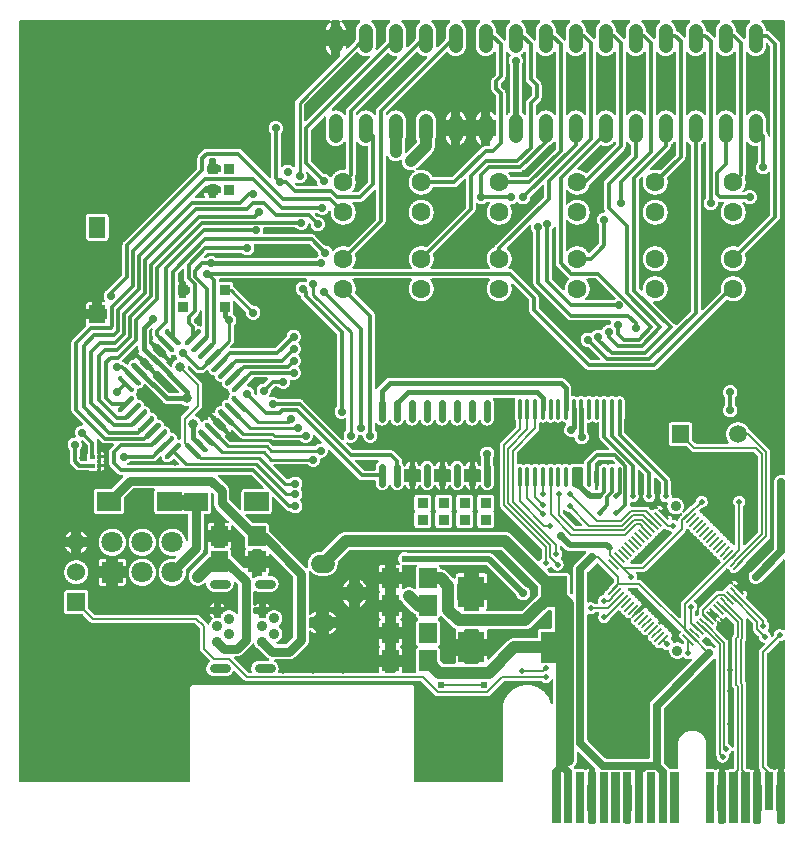
<source format=gtl>
G04 Layer: TopLayer*
G04 EasyEDA v6.4.7, 2021-02-17T04:49:32+08:00*
G04 bff483f3f3824ca1b03819d89778f428,119f753a6ce64b8d841f2ad33262ab0c,10*
G04 Gerber Generator version 0.2*
G04 Scale: 100 percent, Rotated: No, Reflected: No *
G04 Dimensions in millimeters *
G04 leading zeros omitted , absolute positions ,3 integer and 3 decimal *
%FSLAX33Y33*%
%MOMM*%
G90*
D02*

%ADD11C,0.699999*%
%ADD12C,0.299999*%
%ADD13C,0.180010*%
%ADD14C,0.999998*%
%ADD15C,0.399999*%
%ADD16C,0.254000*%
%ADD17C,0.499999*%
%ADD18C,0.203200*%
%ADD19C,0.799998*%
%ADD20C,1.299997*%
%ADD21C,1.199998*%
%ADD22C,0.343002*%
%ADD23C,0.602005*%
%ADD24C,0.609600*%
%ADD25C,0.500024*%
%ADD26C,0.700024*%
%ADD27C,0.812800*%
%ADD30C,0.889000*%
%ADD32R,2.185010X2.591994*%
%ADD34R,0.914400X0.914400*%
%ADD36R,1.399997X1.499997*%
%ADD37R,2.046376X1.620012*%
%ADD39C,1.799996*%
%ADD41C,1.599997*%
%ADD43C,1.499997*%
%ADD44R,1.524000X1.524000*%
%ADD45C,1.524000*%
%ADD46C,0.899998*%

%LPD*%
G36*
G01X59500Y69292D02*
G01X58101Y69292D01*
G01X58086Y69291D01*
G01X58072Y69288D01*
G01X58059Y69283D01*
G01X58046Y69276D01*
G01X58034Y69267D01*
G01X58024Y69257D01*
G01X58015Y69245D01*
G01X58008Y69232D01*
G01X58003Y69219D01*
G01X58000Y69205D01*
G01X57999Y69190D01*
G01X58001Y69175D01*
G01X58004Y69159D01*
G01X58010Y69145D01*
G01X58018Y69131D01*
G01X58028Y69119D01*
G01X58040Y69109D01*
G01X58074Y69082D01*
G01X58106Y69054D01*
G01X58137Y69025D01*
G01X58167Y68994D01*
G01X58195Y68961D01*
G01X58221Y68928D01*
G01X58245Y68892D01*
G01X58268Y68856D01*
G01X58289Y68819D01*
G01X58308Y68780D01*
G01X58325Y68741D01*
G01X58340Y68701D01*
G01X58353Y68661D01*
G01X58364Y68619D01*
G01X58373Y68577D01*
G01X58379Y68535D01*
G01X58384Y68493D01*
G01X58387Y68450D01*
G01X58388Y68434D01*
G01X58393Y68418D01*
G01X58399Y68404D01*
G01X58408Y68390D01*
G01X58419Y68379D01*
G01X58432Y68369D01*
G01X58446Y68361D01*
G01X58461Y68355D01*
G01X58490Y68346D01*
G01X58518Y68335D01*
G01X58545Y68322D01*
G01X58571Y68307D01*
G01X58595Y68290D01*
G01X58619Y68271D01*
G01X58641Y68251D01*
G01X59041Y67851D01*
G01X59053Y67841D01*
G01X59066Y67833D01*
G01X59081Y67827D01*
G01X59096Y67823D01*
G01X59112Y67822D01*
G01X59127Y67823D01*
G01X59141Y67826D01*
G01X59155Y67831D01*
G01X59167Y67838D01*
G01X59179Y67846D01*
G01X59189Y67857D01*
G01X59198Y67868D01*
G01X59205Y67881D01*
G01X59210Y67895D01*
G01X59213Y67909D01*
G01X59214Y67923D01*
G01X59214Y68420D01*
G01X59215Y68462D01*
G01X59218Y68504D01*
G01X59223Y68546D01*
G01X59230Y68588D01*
G01X59240Y68629D01*
G01X59251Y68669D01*
G01X59264Y68709D01*
G01X59279Y68748D01*
G01X59296Y68787D01*
G01X59315Y68824D01*
G01X59336Y68861D01*
G01X59358Y68896D01*
G01X59383Y68931D01*
G01X59409Y68964D01*
G01X59436Y68996D01*
G01X59465Y69026D01*
G01X59496Y69055D01*
G01X59527Y69083D01*
G01X59561Y69109D01*
G01X59573Y69119D01*
G01X59583Y69131D01*
G01X59591Y69145D01*
G01X59597Y69159D01*
G01X59600Y69175D01*
G01X59602Y69190D01*
G01X59601Y69205D01*
G01X59598Y69219D01*
G01X59593Y69232D01*
G01X59586Y69245D01*
G01X59577Y69257D01*
G01X59567Y69267D01*
G01X59555Y69276D01*
G01X59542Y69283D01*
G01X59529Y69288D01*
G01X59515Y69291D01*
G01X59500Y69292D01*
G37*

%LPD*%
G36*
G01X56960Y69292D02*
G01X55561Y69292D01*
G01X55546Y69291D01*
G01X55532Y69288D01*
G01X55519Y69283D01*
G01X55506Y69276D01*
G01X55494Y69267D01*
G01X55484Y69257D01*
G01X55475Y69245D01*
G01X55468Y69232D01*
G01X55463Y69219D01*
G01X55460Y69205D01*
G01X55459Y69190D01*
G01X55461Y69175D01*
G01X55464Y69159D01*
G01X55470Y69145D01*
G01X55478Y69131D01*
G01X55488Y69119D01*
G01X55500Y69109D01*
G01X55534Y69082D01*
G01X55566Y69054D01*
G01X55597Y69025D01*
G01X55627Y68994D01*
G01X55655Y68961D01*
G01X55681Y68928D01*
G01X55705Y68892D01*
G01X55728Y68856D01*
G01X55749Y68819D01*
G01X55768Y68780D01*
G01X55785Y68741D01*
G01X55800Y68701D01*
G01X55813Y68661D01*
G01X55824Y68619D01*
G01X55833Y68577D01*
G01X55839Y68535D01*
G01X55844Y68493D01*
G01X55847Y68450D01*
G01X55848Y68434D01*
G01X55853Y68418D01*
G01X55859Y68404D01*
G01X55868Y68390D01*
G01X55879Y68379D01*
G01X55892Y68369D01*
G01X55906Y68361D01*
G01X55921Y68355D01*
G01X55950Y68346D01*
G01X55978Y68335D01*
G01X56005Y68322D01*
G01X56031Y68307D01*
G01X56055Y68290D01*
G01X56079Y68271D01*
G01X56101Y68251D01*
G01X56501Y67851D01*
G01X56513Y67841D01*
G01X56526Y67833D01*
G01X56541Y67827D01*
G01X56556Y67823D01*
G01X56572Y67822D01*
G01X56587Y67823D01*
G01X56601Y67826D01*
G01X56615Y67831D01*
G01X56627Y67838D01*
G01X56639Y67846D01*
G01X56649Y67857D01*
G01X56658Y67868D01*
G01X56665Y67881D01*
G01X56670Y67895D01*
G01X56673Y67909D01*
G01X56674Y67923D01*
G01X56674Y68420D01*
G01X56675Y68462D01*
G01X56678Y68504D01*
G01X56683Y68546D01*
G01X56690Y68588D01*
G01X56700Y68629D01*
G01X56711Y68669D01*
G01X56724Y68709D01*
G01X56739Y68748D01*
G01X56756Y68787D01*
G01X56775Y68824D01*
G01X56796Y68861D01*
G01X56818Y68896D01*
G01X56843Y68931D01*
G01X56869Y68964D01*
G01X56896Y68996D01*
G01X56925Y69026D01*
G01X56956Y69055D01*
G01X56987Y69083D01*
G01X57021Y69109D01*
G01X57033Y69119D01*
G01X57043Y69131D01*
G01X57051Y69145D01*
G01X57057Y69159D01*
G01X57060Y69175D01*
G01X57062Y69190D01*
G01X57061Y69205D01*
G01X57058Y69219D01*
G01X57053Y69232D01*
G01X57046Y69245D01*
G01X57037Y69257D01*
G01X57027Y69267D01*
G01X57015Y69276D01*
G01X57002Y69283D01*
G01X56989Y69288D01*
G01X56975Y69291D01*
G01X56960Y69292D01*
G37*

%LPD*%
G36*
G01X54420Y69292D02*
G01X53021Y69292D01*
G01X53006Y69291D01*
G01X52992Y69288D01*
G01X52979Y69283D01*
G01X52966Y69276D01*
G01X52954Y69267D01*
G01X52944Y69257D01*
G01X52935Y69245D01*
G01X52928Y69232D01*
G01X52923Y69219D01*
G01X52920Y69205D01*
G01X52919Y69190D01*
G01X52921Y69175D01*
G01X52924Y69159D01*
G01X52930Y69145D01*
G01X52938Y69131D01*
G01X52948Y69119D01*
G01X52960Y69109D01*
G01X52994Y69083D01*
G01X53025Y69055D01*
G01X53056Y69026D01*
G01X53085Y68996D01*
G01X53112Y68964D01*
G01X53138Y68931D01*
G01X53163Y68896D01*
G01X53185Y68861D01*
G01X53206Y68824D01*
G01X53225Y68787D01*
G01X53242Y68748D01*
G01X53257Y68709D01*
G01X53270Y68669D01*
G01X53281Y68629D01*
G01X53291Y68588D01*
G01X53298Y68546D01*
G01X53303Y68504D01*
G01X53306Y68462D01*
G01X53307Y68420D01*
G01X53307Y68399D01*
G01X53308Y68384D01*
G01X53311Y68369D01*
G01X53317Y68355D01*
G01X53324Y68342D01*
G01X53333Y68331D01*
G01X53344Y68320D01*
G01X53356Y68312D01*
G01X53384Y68294D01*
G01X53410Y68273D01*
G01X53434Y68251D01*
G01X53961Y67724D01*
G01X53973Y67714D01*
G01X53986Y67706D01*
G01X54001Y67700D01*
G01X54016Y67696D01*
G01X54032Y67695D01*
G01X54047Y67696D01*
G01X54061Y67699D01*
G01X54075Y67704D01*
G01X54087Y67711D01*
G01X54099Y67719D01*
G01X54109Y67730D01*
G01X54118Y67741D01*
G01X54125Y67754D01*
G01X54130Y67768D01*
G01X54133Y67782D01*
G01X54134Y67796D01*
G01X54134Y68420D01*
G01X54135Y68462D01*
G01X54138Y68504D01*
G01X54143Y68546D01*
G01X54150Y68588D01*
G01X54160Y68629D01*
G01X54171Y68669D01*
G01X54184Y68709D01*
G01X54199Y68748D01*
G01X54216Y68787D01*
G01X54235Y68824D01*
G01X54256Y68861D01*
G01X54278Y68896D01*
G01X54303Y68931D01*
G01X54329Y68964D01*
G01X54356Y68996D01*
G01X54385Y69026D01*
G01X54416Y69055D01*
G01X54447Y69083D01*
G01X54481Y69109D01*
G01X54493Y69119D01*
G01X54503Y69131D01*
G01X54511Y69145D01*
G01X54517Y69159D01*
G01X54520Y69175D01*
G01X54522Y69190D01*
G01X54521Y69205D01*
G01X54518Y69219D01*
G01X54513Y69232D01*
G01X54506Y69245D01*
G01X54497Y69257D01*
G01X54487Y69267D01*
G01X54475Y69276D01*
G01X54462Y69283D01*
G01X54449Y69288D01*
G01X54435Y69291D01*
G01X54420Y69292D01*
G37*

%LPD*%
G36*
G01X62040Y69292D02*
G01X60641Y69292D01*
G01X60626Y69291D01*
G01X60612Y69288D01*
G01X60599Y69283D01*
G01X60586Y69276D01*
G01X60574Y69267D01*
G01X60564Y69257D01*
G01X60555Y69245D01*
G01X60548Y69232D01*
G01X60543Y69219D01*
G01X60540Y69205D01*
G01X60539Y69190D01*
G01X60541Y69175D01*
G01X60544Y69159D01*
G01X60550Y69145D01*
G01X60558Y69131D01*
G01X60568Y69119D01*
G01X60580Y69109D01*
G01X60614Y69083D01*
G01X60645Y69055D01*
G01X60676Y69026D01*
G01X60705Y68996D01*
G01X60732Y68964D01*
G01X60758Y68931D01*
G01X60783Y68896D01*
G01X60805Y68861D01*
G01X60826Y68824D01*
G01X60845Y68787D01*
G01X60862Y68748D01*
G01X60877Y68709D01*
G01X60890Y68669D01*
G01X60901Y68629D01*
G01X60911Y68588D01*
G01X60918Y68546D01*
G01X60923Y68504D01*
G01X60926Y68462D01*
G01X60927Y68420D01*
G01X60927Y68399D01*
G01X60928Y68384D01*
G01X60931Y68369D01*
G01X60937Y68355D01*
G01X60944Y68342D01*
G01X60953Y68331D01*
G01X60964Y68320D01*
G01X60976Y68312D01*
G01X61004Y68294D01*
G01X61030Y68273D01*
G01X61054Y68251D01*
G01X61581Y67724D01*
G01X61593Y67714D01*
G01X61606Y67706D01*
G01X61621Y67700D01*
G01X61636Y67696D01*
G01X61652Y67695D01*
G01X61667Y67696D01*
G01X61681Y67699D01*
G01X61695Y67704D01*
G01X61707Y67711D01*
G01X61719Y67719D01*
G01X61729Y67730D01*
G01X61738Y67741D01*
G01X61745Y67754D01*
G01X61750Y67768D01*
G01X61753Y67782D01*
G01X61754Y67796D01*
G01X61754Y68420D01*
G01X61755Y68462D01*
G01X61758Y68504D01*
G01X61763Y68546D01*
G01X61770Y68588D01*
G01X61780Y68629D01*
G01X61791Y68669D01*
G01X61804Y68709D01*
G01X61819Y68748D01*
G01X61836Y68787D01*
G01X61855Y68824D01*
G01X61876Y68861D01*
G01X61898Y68896D01*
G01X61923Y68931D01*
G01X61949Y68964D01*
G01X61976Y68996D01*
G01X62005Y69026D01*
G01X62036Y69055D01*
G01X62067Y69083D01*
G01X62101Y69109D01*
G01X62113Y69119D01*
G01X62123Y69131D01*
G01X62131Y69145D01*
G01X62137Y69159D01*
G01X62140Y69175D01*
G01X62142Y69190D01*
G01X62141Y69205D01*
G01X62138Y69219D01*
G01X62133Y69232D01*
G01X62126Y69245D01*
G01X62117Y69257D01*
G01X62107Y69267D01*
G01X62095Y69276D01*
G01X62082Y69283D01*
G01X62069Y69288D01*
G01X62055Y69291D01*
G01X62040Y69292D01*
G37*

%LPD*%
G36*
G01X49340Y69292D02*
G01X47941Y69292D01*
G01X47926Y69291D01*
G01X47912Y69288D01*
G01X47899Y69283D01*
G01X47886Y69276D01*
G01X47874Y69267D01*
G01X47864Y69257D01*
G01X47855Y69245D01*
G01X47848Y69232D01*
G01X47843Y69219D01*
G01X47840Y69205D01*
G01X47839Y69190D01*
G01X47841Y69175D01*
G01X47844Y69159D01*
G01X47850Y69145D01*
G01X47858Y69131D01*
G01X47868Y69119D01*
G01X47880Y69109D01*
G01X47914Y69083D01*
G01X47945Y69055D01*
G01X47976Y69026D01*
G01X48005Y68996D01*
G01X48032Y68964D01*
G01X48058Y68931D01*
G01X48083Y68896D01*
G01X48105Y68861D01*
G01X48126Y68824D01*
G01X48145Y68787D01*
G01X48162Y68748D01*
G01X48177Y68709D01*
G01X48190Y68669D01*
G01X48201Y68629D01*
G01X48211Y68588D01*
G01X48218Y68546D01*
G01X48223Y68504D01*
G01X48226Y68462D01*
G01X48227Y68420D01*
G01X48227Y68399D01*
G01X48228Y68384D01*
G01X48231Y68369D01*
G01X48237Y68355D01*
G01X48244Y68342D01*
G01X48253Y68331D01*
G01X48264Y68320D01*
G01X48276Y68312D01*
G01X48304Y68294D01*
G01X48330Y68273D01*
G01X48354Y68251D01*
G01X48881Y67724D01*
G01X48893Y67714D01*
G01X48906Y67706D01*
G01X48921Y67700D01*
G01X48936Y67696D01*
G01X48952Y67695D01*
G01X48967Y67696D01*
G01X48981Y67699D01*
G01X48995Y67704D01*
G01X49007Y67711D01*
G01X49019Y67719D01*
G01X49029Y67730D01*
G01X49038Y67741D01*
G01X49045Y67754D01*
G01X49050Y67768D01*
G01X49053Y67782D01*
G01X49054Y67796D01*
G01X49054Y68420D01*
G01X49055Y68462D01*
G01X49058Y68504D01*
G01X49063Y68546D01*
G01X49070Y68588D01*
G01X49080Y68629D01*
G01X49091Y68669D01*
G01X49104Y68709D01*
G01X49119Y68748D01*
G01X49136Y68787D01*
G01X49155Y68824D01*
G01X49176Y68861D01*
G01X49198Y68896D01*
G01X49223Y68931D01*
G01X49249Y68964D01*
G01X49276Y68996D01*
G01X49305Y69026D01*
G01X49336Y69055D01*
G01X49367Y69083D01*
G01X49401Y69109D01*
G01X49413Y69119D01*
G01X49423Y69131D01*
G01X49431Y69145D01*
G01X49437Y69159D01*
G01X49440Y69175D01*
G01X49442Y69190D01*
G01X49441Y69205D01*
G01X49438Y69219D01*
G01X49433Y69232D01*
G01X49426Y69245D01*
G01X49417Y69257D01*
G01X49407Y69267D01*
G01X49395Y69276D01*
G01X49382Y69283D01*
G01X49369Y69288D01*
G01X49355Y69291D01*
G01X49340Y69292D01*
G37*

%LPD*%
G36*
G01X51880Y69292D02*
G01X50481Y69292D01*
G01X50466Y69291D01*
G01X50452Y69288D01*
G01X50439Y69283D01*
G01X50426Y69276D01*
G01X50414Y69267D01*
G01X50404Y69257D01*
G01X50395Y69245D01*
G01X50388Y69232D01*
G01X50383Y69219D01*
G01X50380Y69205D01*
G01X50379Y69190D01*
G01X50381Y69175D01*
G01X50384Y69159D01*
G01X50390Y69145D01*
G01X50398Y69131D01*
G01X50408Y69119D01*
G01X50420Y69109D01*
G01X50454Y69083D01*
G01X50485Y69055D01*
G01X50516Y69026D01*
G01X50545Y68996D01*
G01X50572Y68964D01*
G01X50598Y68931D01*
G01X50623Y68896D01*
G01X50645Y68861D01*
G01X50666Y68824D01*
G01X50685Y68787D01*
G01X50702Y68748D01*
G01X50717Y68709D01*
G01X50730Y68669D01*
G01X50741Y68629D01*
G01X50751Y68588D01*
G01X50758Y68546D01*
G01X50763Y68504D01*
G01X50766Y68462D01*
G01X50767Y68420D01*
G01X50767Y68399D01*
G01X50768Y68384D01*
G01X50771Y68369D01*
G01X50777Y68355D01*
G01X50784Y68342D01*
G01X50793Y68331D01*
G01X50804Y68320D01*
G01X50816Y68312D01*
G01X50844Y68294D01*
G01X50870Y68273D01*
G01X50894Y68251D01*
G01X51421Y67724D01*
G01X51433Y67714D01*
G01X51446Y67706D01*
G01X51461Y67700D01*
G01X51476Y67696D01*
G01X51492Y67695D01*
G01X51507Y67696D01*
G01X51521Y67699D01*
G01X51535Y67704D01*
G01X51547Y67711D01*
G01X51559Y67719D01*
G01X51569Y67730D01*
G01X51578Y67741D01*
G01X51585Y67754D01*
G01X51590Y67768D01*
G01X51593Y67782D01*
G01X51594Y67796D01*
G01X51594Y68420D01*
G01X51595Y68462D01*
G01X51598Y68504D01*
G01X51603Y68546D01*
G01X51610Y68588D01*
G01X51620Y68629D01*
G01X51631Y68669D01*
G01X51644Y68709D01*
G01X51659Y68748D01*
G01X51676Y68787D01*
G01X51695Y68824D01*
G01X51716Y68861D01*
G01X51738Y68896D01*
G01X51763Y68931D01*
G01X51789Y68964D01*
G01X51816Y68996D01*
G01X51845Y69026D01*
G01X51876Y69055D01*
G01X51907Y69083D01*
G01X51941Y69109D01*
G01X51953Y69119D01*
G01X51963Y69131D01*
G01X51971Y69145D01*
G01X51977Y69159D01*
G01X51980Y69175D01*
G01X51982Y69190D01*
G01X51981Y69205D01*
G01X51978Y69219D01*
G01X51973Y69232D01*
G01X51966Y69245D01*
G01X51957Y69257D01*
G01X51947Y69267D01*
G01X51935Y69276D01*
G01X51922Y69283D01*
G01X51909Y69288D01*
G01X51895Y69291D01*
G01X51880Y69292D01*
G37*

%LPD*%
G36*
G01X44260Y69292D02*
G01X42861Y69292D01*
G01X42846Y69291D01*
G01X42832Y69288D01*
G01X42819Y69283D01*
G01X42806Y69276D01*
G01X42794Y69267D01*
G01X42784Y69257D01*
G01X42775Y69245D01*
G01X42768Y69232D01*
G01X42763Y69219D01*
G01X42760Y69205D01*
G01X42759Y69190D01*
G01X42761Y69175D01*
G01X42764Y69159D01*
G01X42770Y69145D01*
G01X42778Y69131D01*
G01X42788Y69119D01*
G01X42800Y69109D01*
G01X42834Y69083D01*
G01X42865Y69055D01*
G01X42896Y69026D01*
G01X42925Y68996D01*
G01X42952Y68964D01*
G01X42978Y68931D01*
G01X43003Y68896D01*
G01X43025Y68861D01*
G01X43046Y68824D01*
G01X43065Y68787D01*
G01X43082Y68748D01*
G01X43097Y68709D01*
G01X43110Y68669D01*
G01X43121Y68629D01*
G01X43131Y68588D01*
G01X43138Y68546D01*
G01X43143Y68504D01*
G01X43146Y68462D01*
G01X43147Y68420D01*
G01X43147Y68293D01*
G01X43148Y68277D01*
G01X43152Y68261D01*
G01X43158Y68247D01*
G01X43166Y68233D01*
G01X43177Y68221D01*
G01X43801Y67597D01*
G01X43813Y67587D01*
G01X43826Y67579D01*
G01X43841Y67573D01*
G01X43856Y67569D01*
G01X43872Y67568D01*
G01X43887Y67569D01*
G01X43901Y67572D01*
G01X43915Y67577D01*
G01X43927Y67584D01*
G01X43939Y67592D01*
G01X43949Y67603D01*
G01X43958Y67614D01*
G01X43965Y67627D01*
G01X43970Y67641D01*
G01X43973Y67655D01*
G01X43974Y67669D01*
G01X43974Y68420D01*
G01X43975Y68462D01*
G01X43978Y68504D01*
G01X43983Y68546D01*
G01X43990Y68588D01*
G01X44000Y68629D01*
G01X44011Y68669D01*
G01X44024Y68709D01*
G01X44039Y68748D01*
G01X44056Y68787D01*
G01X44075Y68824D01*
G01X44096Y68861D01*
G01X44118Y68896D01*
G01X44143Y68931D01*
G01X44169Y68964D01*
G01X44196Y68996D01*
G01X44225Y69026D01*
G01X44256Y69055D01*
G01X44287Y69083D01*
G01X44321Y69109D01*
G01X44333Y69119D01*
G01X44343Y69131D01*
G01X44351Y69145D01*
G01X44357Y69159D01*
G01X44360Y69175D01*
G01X44362Y69190D01*
G01X44361Y69205D01*
G01X44358Y69219D01*
G01X44353Y69232D01*
G01X44346Y69245D01*
G01X44337Y69257D01*
G01X44327Y69267D01*
G01X44315Y69276D01*
G01X44302Y69283D01*
G01X44289Y69288D01*
G01X44275Y69291D01*
G01X44260Y69292D01*
G37*

%LPD*%
G36*
G01X46800Y69292D02*
G01X45401Y69292D01*
G01X45386Y69291D01*
G01X45372Y69288D01*
G01X45359Y69283D01*
G01X45346Y69276D01*
G01X45334Y69267D01*
G01X45324Y69257D01*
G01X45315Y69245D01*
G01X45308Y69232D01*
G01X45303Y69219D01*
G01X45300Y69205D01*
G01X45299Y69190D01*
G01X45301Y69175D01*
G01X45304Y69159D01*
G01X45310Y69145D01*
G01X45318Y69131D01*
G01X45328Y69119D01*
G01X45340Y69109D01*
G01X45374Y69083D01*
G01X45405Y69055D01*
G01X45436Y69026D01*
G01X45465Y68996D01*
G01X45492Y68964D01*
G01X45518Y68931D01*
G01X45543Y68896D01*
G01X45565Y68861D01*
G01X45586Y68824D01*
G01X45605Y68787D01*
G01X45622Y68748D01*
G01X45637Y68709D01*
G01X45650Y68669D01*
G01X45661Y68629D01*
G01X45671Y68588D01*
G01X45678Y68546D01*
G01X45683Y68504D01*
G01X45686Y68462D01*
G01X45687Y68420D01*
G01X45687Y68293D01*
G01X45688Y68277D01*
G01X45692Y68261D01*
G01X45698Y68247D01*
G01X45706Y68233D01*
G01X45717Y68221D01*
G01X46341Y67597D01*
G01X46353Y67587D01*
G01X46366Y67579D01*
G01X46381Y67573D01*
G01X46396Y67569D01*
G01X46412Y67568D01*
G01X46427Y67569D01*
G01X46441Y67572D01*
G01X46455Y67577D01*
G01X46467Y67584D01*
G01X46479Y67592D01*
G01X46489Y67603D01*
G01X46498Y67614D01*
G01X46505Y67627D01*
G01X46510Y67641D01*
G01X46513Y67655D01*
G01X46514Y67669D01*
G01X46514Y68420D01*
G01X46515Y68462D01*
G01X46518Y68504D01*
G01X46523Y68546D01*
G01X46530Y68588D01*
G01X46540Y68629D01*
G01X46551Y68669D01*
G01X46564Y68709D01*
G01X46579Y68748D01*
G01X46596Y68787D01*
G01X46615Y68824D01*
G01X46636Y68861D01*
G01X46658Y68896D01*
G01X46683Y68931D01*
G01X46709Y68964D01*
G01X46736Y68996D01*
G01X46765Y69026D01*
G01X46796Y69055D01*
G01X46827Y69083D01*
G01X46861Y69109D01*
G01X46873Y69119D01*
G01X46883Y69131D01*
G01X46891Y69145D01*
G01X46897Y69159D01*
G01X46900Y69175D01*
G01X46902Y69190D01*
G01X46901Y69205D01*
G01X46898Y69219D01*
G01X46893Y69232D01*
G01X46886Y69245D01*
G01X46877Y69257D01*
G01X46867Y69267D01*
G01X46855Y69276D01*
G01X46842Y69283D01*
G01X46829Y69288D01*
G01X46815Y69291D01*
G01X46800Y69292D01*
G37*

%LPD*%
G36*
G01X41720Y69292D02*
G01X40321Y69292D01*
G01X40306Y69291D01*
G01X40292Y69288D01*
G01X40279Y69283D01*
G01X40266Y69276D01*
G01X40254Y69267D01*
G01X40244Y69257D01*
G01X40235Y69245D01*
G01X40228Y69232D01*
G01X40223Y69219D01*
G01X40220Y69205D01*
G01X40219Y69190D01*
G01X40221Y69175D01*
G01X40224Y69159D01*
G01X40230Y69145D01*
G01X40238Y69131D01*
G01X40248Y69119D01*
G01X40260Y69109D01*
G01X40294Y69083D01*
G01X40325Y69055D01*
G01X40356Y69026D01*
G01X40385Y68996D01*
G01X40412Y68964D01*
G01X40438Y68931D01*
G01X40463Y68896D01*
G01X40485Y68861D01*
G01X40506Y68824D01*
G01X40525Y68787D01*
G01X40542Y68748D01*
G01X40557Y68709D01*
G01X40570Y68669D01*
G01X40581Y68629D01*
G01X40591Y68588D01*
G01X40598Y68546D01*
G01X40603Y68504D01*
G01X40606Y68462D01*
G01X40607Y68420D01*
G01X40607Y68293D01*
G01X40608Y68277D01*
G01X40612Y68261D01*
G01X40618Y68247D01*
G01X40626Y68233D01*
G01X40637Y68221D01*
G01X41261Y67597D01*
G01X41273Y67587D01*
G01X41286Y67579D01*
G01X41301Y67573D01*
G01X41316Y67569D01*
G01X41332Y67568D01*
G01X41347Y67569D01*
G01X41361Y67572D01*
G01X41375Y67577D01*
G01X41387Y67584D01*
G01X41399Y67592D01*
G01X41409Y67603D01*
G01X41418Y67614D01*
G01X41425Y67627D01*
G01X41430Y67641D01*
G01X41433Y67655D01*
G01X41434Y67669D01*
G01X41434Y68420D01*
G01X41435Y68462D01*
G01X41438Y68504D01*
G01X41443Y68546D01*
G01X41450Y68588D01*
G01X41460Y68629D01*
G01X41471Y68669D01*
G01X41484Y68709D01*
G01X41499Y68748D01*
G01X41516Y68787D01*
G01X41535Y68824D01*
G01X41556Y68861D01*
G01X41578Y68896D01*
G01X41603Y68931D01*
G01X41629Y68964D01*
G01X41656Y68996D01*
G01X41685Y69026D01*
G01X41716Y69055D01*
G01X41747Y69083D01*
G01X41781Y69109D01*
G01X41793Y69119D01*
G01X41803Y69131D01*
G01X41811Y69145D01*
G01X41817Y69159D01*
G01X41820Y69175D01*
G01X41822Y69190D01*
G01X41821Y69205D01*
G01X41818Y69219D01*
G01X41813Y69232D01*
G01X41806Y69245D01*
G01X41797Y69257D01*
G01X41787Y69267D01*
G01X41775Y69276D01*
G01X41762Y69283D01*
G01X41749Y69288D01*
G01X41735Y69291D01*
G01X41720Y69292D01*
G37*

%LPD*%
G36*
G01X36640Y69292D02*
G01X35241Y69292D01*
G01X35226Y69291D01*
G01X35212Y69288D01*
G01X35199Y69283D01*
G01X35186Y69276D01*
G01X35174Y69267D01*
G01X35164Y69257D01*
G01X35155Y69245D01*
G01X35148Y69232D01*
G01X35143Y69219D01*
G01X35140Y69205D01*
G01X35139Y69190D01*
G01X35141Y69175D01*
G01X35144Y69159D01*
G01X35150Y69145D01*
G01X35158Y69131D01*
G01X35168Y69119D01*
G01X35180Y69109D01*
G01X35214Y69083D01*
G01X35245Y69055D01*
G01X35276Y69026D01*
G01X35305Y68996D01*
G01X35332Y68964D01*
G01X35358Y68931D01*
G01X35383Y68896D01*
G01X35405Y68861D01*
G01X35426Y68824D01*
G01X35445Y68787D01*
G01X35462Y68748D01*
G01X35477Y68709D01*
G01X35490Y68669D01*
G01X35501Y68629D01*
G01X35511Y68588D01*
G01X35518Y68546D01*
G01X35523Y68504D01*
G01X35526Y68462D01*
G01X35527Y68420D01*
G01X35527Y67100D01*
G01X35528Y67086D01*
G01X35531Y67071D01*
G01X35536Y67058D01*
G01X35543Y67045D01*
G01X35552Y67033D01*
G01X35562Y67023D01*
G01X35573Y67015D01*
G01X35586Y67008D01*
G01X35600Y67002D01*
G01X35614Y66999D01*
G01X35628Y66998D01*
G01X35644Y67000D01*
G01X35660Y67003D01*
G01X35675Y67009D01*
G01X35688Y67018D01*
G01X35700Y67028D01*
G01X36324Y67652D01*
G01X36335Y67664D01*
G01X36343Y67678D01*
G01X36349Y67693D01*
G01X36353Y67708D01*
G01X36354Y67724D01*
G01X36354Y68420D01*
G01X36355Y68462D01*
G01X36358Y68504D01*
G01X36363Y68546D01*
G01X36370Y68588D01*
G01X36380Y68629D01*
G01X36391Y68669D01*
G01X36404Y68709D01*
G01X36419Y68748D01*
G01X36436Y68787D01*
G01X36455Y68824D01*
G01X36476Y68861D01*
G01X36498Y68896D01*
G01X36523Y68931D01*
G01X36549Y68964D01*
G01X36576Y68996D01*
G01X36605Y69026D01*
G01X36636Y69055D01*
G01X36667Y69083D01*
G01X36701Y69109D01*
G01X36713Y69119D01*
G01X36723Y69131D01*
G01X36731Y69145D01*
G01X36737Y69159D01*
G01X36740Y69175D01*
G01X36742Y69190D01*
G01X36741Y69205D01*
G01X36738Y69219D01*
G01X36733Y69232D01*
G01X36726Y69245D01*
G01X36717Y69257D01*
G01X36707Y69267D01*
G01X36695Y69276D01*
G01X36682Y69283D01*
G01X36669Y69288D01*
G01X36655Y69291D01*
G01X36640Y69292D01*
G37*

%LPD*%
G36*
G01X34100Y69292D02*
G01X32701Y69292D01*
G01X32686Y69291D01*
G01X32672Y69288D01*
G01X32659Y69283D01*
G01X32646Y69276D01*
G01X32634Y69267D01*
G01X32624Y69257D01*
G01X32615Y69245D01*
G01X32608Y69232D01*
G01X32603Y69219D01*
G01X32600Y69205D01*
G01X32599Y69190D01*
G01X32601Y69175D01*
G01X32604Y69159D01*
G01X32610Y69145D01*
G01X32618Y69131D01*
G01X32628Y69119D01*
G01X32640Y69109D01*
G01X32674Y69083D01*
G01X32705Y69055D01*
G01X32736Y69026D01*
G01X32765Y68996D01*
G01X32792Y68964D01*
G01X32818Y68931D01*
G01X32843Y68896D01*
G01X32865Y68861D01*
G01X32886Y68824D01*
G01X32905Y68787D01*
G01X32922Y68748D01*
G01X32937Y68709D01*
G01X32950Y68669D01*
G01X32961Y68629D01*
G01X32971Y68588D01*
G01X32978Y68546D01*
G01X32983Y68504D01*
G01X32986Y68462D01*
G01X32987Y68420D01*
G01X32987Y67100D01*
G01X32988Y67086D01*
G01X32991Y67071D01*
G01X32996Y67058D01*
G01X33003Y67045D01*
G01X33012Y67033D01*
G01X33022Y67023D01*
G01X33033Y67015D01*
G01X33046Y67008D01*
G01X33060Y67002D01*
G01X33074Y66999D01*
G01X33088Y66998D01*
G01X33104Y67000D01*
G01X33120Y67003D01*
G01X33135Y67009D01*
G01X33148Y67018D01*
G01X33160Y67028D01*
G01X33784Y67652D01*
G01X33795Y67664D01*
G01X33803Y67678D01*
G01X33809Y67693D01*
G01X33813Y67708D01*
G01X33814Y67724D01*
G01X33814Y68420D01*
G01X33815Y68462D01*
G01X33818Y68504D01*
G01X33823Y68546D01*
G01X33830Y68588D01*
G01X33840Y68629D01*
G01X33851Y68669D01*
G01X33864Y68709D01*
G01X33879Y68748D01*
G01X33896Y68787D01*
G01X33915Y68824D01*
G01X33936Y68861D01*
G01X33958Y68896D01*
G01X33983Y68931D01*
G01X34009Y68964D01*
G01X34036Y68996D01*
G01X34065Y69026D01*
G01X34096Y69055D01*
G01X34127Y69083D01*
G01X34161Y69109D01*
G01X34173Y69119D01*
G01X34183Y69131D01*
G01X34191Y69145D01*
G01X34197Y69159D01*
G01X34200Y69175D01*
G01X34202Y69190D01*
G01X34201Y69205D01*
G01X34198Y69219D01*
G01X34193Y69232D01*
G01X34186Y69245D01*
G01X34177Y69257D01*
G01X34167Y69267D01*
G01X34155Y69276D01*
G01X34142Y69283D01*
G01X34129Y69288D01*
G01X34115Y69291D01*
G01X34100Y69292D01*
G37*

%LPD*%
G36*
G01X31560Y69292D02*
G01X30161Y69292D01*
G01X30146Y69291D01*
G01X30132Y69288D01*
G01X30119Y69283D01*
G01X30106Y69276D01*
G01X30094Y69267D01*
G01X30084Y69257D01*
G01X30075Y69245D01*
G01X30068Y69232D01*
G01X30063Y69219D01*
G01X30060Y69205D01*
G01X30059Y69190D01*
G01X30061Y69175D01*
G01X30064Y69159D01*
G01X30070Y69145D01*
G01X30078Y69131D01*
G01X30088Y69119D01*
G01X30100Y69109D01*
G01X30134Y69083D01*
G01X30165Y69055D01*
G01X30196Y69026D01*
G01X30225Y68996D01*
G01X30252Y68964D01*
G01X30278Y68931D01*
G01X30303Y68896D01*
G01X30325Y68861D01*
G01X30346Y68824D01*
G01X30365Y68787D01*
G01X30382Y68748D01*
G01X30397Y68709D01*
G01X30410Y68669D01*
G01X30421Y68629D01*
G01X30431Y68588D01*
G01X30438Y68546D01*
G01X30443Y68504D01*
G01X30446Y68462D01*
G01X30447Y68420D01*
G01X30447Y67120D01*
G01X30446Y67076D01*
G01X30442Y67032D01*
G01X30437Y66988D01*
G01X30429Y66944D01*
G01X30419Y66901D01*
G01X30415Y66875D01*
G01X30416Y66861D01*
G01X30419Y66847D01*
G01X30424Y66833D01*
G01X30431Y66820D01*
G01X30440Y66809D01*
G01X30450Y66798D01*
G01X30462Y66790D01*
G01X30475Y66783D01*
G01X30488Y66778D01*
G01X30502Y66775D01*
G01X30517Y66774D01*
G01X30533Y66775D01*
G01X30548Y66779D01*
G01X30563Y66785D01*
G01X30576Y66793D01*
G01X30589Y66803D01*
G01X31244Y67459D01*
G01X31255Y67471D01*
G01X31263Y67485D01*
G01X31269Y67499D01*
G01X31273Y67515D01*
G01X31274Y67531D01*
G01X31274Y68420D01*
G01X31275Y68462D01*
G01X31278Y68504D01*
G01X31283Y68546D01*
G01X31290Y68588D01*
G01X31300Y68629D01*
G01X31311Y68669D01*
G01X31324Y68709D01*
G01X31339Y68748D01*
G01X31356Y68787D01*
G01X31375Y68824D01*
G01X31396Y68861D01*
G01X31418Y68896D01*
G01X31443Y68931D01*
G01X31469Y68964D01*
G01X31496Y68996D01*
G01X31525Y69026D01*
G01X31556Y69055D01*
G01X31587Y69083D01*
G01X31621Y69109D01*
G01X31633Y69119D01*
G01X31643Y69131D01*
G01X31651Y69145D01*
G01X31657Y69159D01*
G01X31660Y69175D01*
G01X31662Y69190D01*
G01X31661Y69205D01*
G01X31658Y69219D01*
G01X31653Y69232D01*
G01X31646Y69245D01*
G01X31637Y69257D01*
G01X31627Y69267D01*
G01X31615Y69276D01*
G01X31602Y69283D01*
G01X31589Y69288D01*
G01X31575Y69291D01*
G01X31560Y69292D01*
G37*

%LPD*%
G36*
G01X41544Y66640D02*
G01X41529Y66641D01*
G01X41514Y66640D01*
G01X41500Y66637D01*
G01X41486Y66632D01*
G01X41474Y66625D01*
G01X41462Y66616D01*
G01X41452Y66606D01*
G01X41443Y66594D01*
G01X41436Y66582D01*
G01X41431Y66568D01*
G01X41428Y66554D01*
G01X41427Y66539D01*
G01X41427Y64529D01*
G01X41426Y64500D01*
G01X41423Y64472D01*
G01X41418Y64443D01*
G01X41411Y64415D01*
G01X41401Y64387D01*
G01X41390Y64360D01*
G01X41377Y64335D01*
G01X41363Y64310D01*
G01X41346Y64286D01*
G01X41328Y64263D01*
G01X41308Y64242D01*
G01X41076Y64010D01*
G01X41065Y63998D01*
G01X41057Y63984D01*
G01X41051Y63969D01*
G01X41047Y63954D01*
G01X41046Y63938D01*
G01X41046Y63706D01*
G01X41047Y63690D01*
G01X41051Y63675D01*
G01X41057Y63660D01*
G01X41065Y63646D01*
G01X41076Y63634D01*
G01X41308Y63402D01*
G01X41328Y63381D01*
G01X41346Y63358D01*
G01X41363Y63334D01*
G01X41377Y63309D01*
G01X41390Y63283D01*
G01X41401Y63257D01*
G01X41411Y63229D01*
G01X41418Y63201D01*
G01X41423Y63172D01*
G01X41426Y63144D01*
G01X41427Y63115D01*
G01X41427Y61381D01*
G01X41428Y61367D01*
G01X41431Y61353D01*
G01X41436Y61339D01*
G01X41443Y61327D01*
G01X41452Y61315D01*
G01X41462Y61305D01*
G01X41474Y61296D01*
G01X41486Y61289D01*
G01X41500Y61284D01*
G01X41514Y61281D01*
G01X41529Y61280D01*
G01X41544Y61281D01*
G01X41559Y61285D01*
G01X41574Y61290D01*
G01X41587Y61298D01*
G01X41599Y61308D01*
G01X41609Y61320D01*
G01X41641Y61358D01*
G01X41674Y61395D01*
G01X41709Y61430D01*
G01X41747Y61462D01*
G01X41758Y61473D01*
G01X41767Y61484D01*
G01X41774Y61497D01*
G01X41780Y61511D01*
G01X41783Y61526D01*
G01X41784Y61541D01*
G01X41784Y65503D01*
G01X41782Y65521D01*
G01X41777Y65538D01*
G01X41770Y65555D01*
G01X41752Y65586D01*
G01X41736Y65619D01*
G01X41723Y65653D01*
G01X41711Y65687D01*
G01X41701Y65722D01*
G01X41694Y65757D01*
G01X41688Y65793D01*
G01X41685Y65829D01*
G01X41684Y65865D01*
G01X41685Y65901D01*
G01X41688Y65937D01*
G01X41693Y65972D01*
G01X41701Y66008D01*
G01X41710Y66042D01*
G01X41722Y66076D01*
G01X41735Y66109D01*
G01X41751Y66142D01*
G01X41768Y66173D01*
G01X41787Y66204D01*
G01X41808Y66233D01*
G01X41830Y66261D01*
G01X41839Y66272D01*
G01X41846Y66285D01*
G01X41851Y66298D01*
G01X41854Y66313D01*
G01X41855Y66327D01*
G01X41854Y66343D01*
G01X41850Y66359D01*
G01X41843Y66375D01*
G01X41834Y66388D01*
G01X41823Y66401D01*
G01X41810Y66411D01*
G01X41773Y66438D01*
G01X41737Y66467D01*
G01X41702Y66498D01*
G01X41669Y66531D01*
G01X41638Y66565D01*
G01X41609Y66601D01*
G01X41599Y66613D01*
G01X41587Y66622D01*
G01X41574Y66630D01*
G01X41559Y66636D01*
G01X41544Y66640D01*
G37*

%LPD*%
G36*
G01X31503Y66510D02*
G01X31488Y66511D01*
G01X31472Y66510D01*
G01X31457Y66506D01*
G01X31442Y66500D01*
G01X31428Y66492D01*
G01X31416Y66481D01*
G01X26734Y61799D01*
G01X26723Y61786D01*
G01X26715Y61773D01*
G01X26709Y61758D01*
G01X26705Y61743D01*
G01X26704Y61727D01*
G01X26705Y61712D01*
G01X26708Y61698D01*
G01X26713Y61684D01*
G01X26720Y61672D01*
G01X26729Y61660D01*
G01X26739Y61650D01*
G01X26750Y61641D01*
G01X26763Y61634D01*
G01X26777Y61629D01*
G01X26791Y61626D01*
G01X26805Y61625D01*
G01X26831Y61628D01*
G01X26874Y61639D01*
G01X26918Y61647D01*
G01X26962Y61652D01*
G01X27006Y61656D01*
G01X27051Y61657D01*
G01X27094Y61656D01*
G01X27138Y61652D01*
G01X27181Y61647D01*
G01X27224Y61639D01*
G01X27267Y61629D01*
G01X27309Y61617D01*
G01X27350Y61603D01*
G01X27391Y61586D01*
G01X27430Y61568D01*
G01X27469Y61548D01*
G01X27507Y61525D01*
G01X27543Y61501D01*
G01X27578Y61475D01*
G01X27612Y61447D01*
G01X27644Y61418D01*
G01X27675Y61387D01*
G01X27704Y61354D01*
G01X27732Y61320D01*
G01X27742Y61308D01*
G01X27754Y61298D01*
G01X27767Y61290D01*
G01X27782Y61285D01*
G01X27797Y61281D01*
G01X27812Y61280D01*
G01X27827Y61281D01*
G01X27841Y61284D01*
G01X27855Y61289D01*
G01X27867Y61296D01*
G01X27879Y61305D01*
G01X27889Y61315D01*
G01X27898Y61327D01*
G01X27905Y61339D01*
G01X27910Y61353D01*
G01X27913Y61367D01*
G01X27914Y61381D01*
G01X27914Y61613D01*
G01X27915Y61642D01*
G01X27918Y61671D01*
G01X27923Y61700D01*
G01X27930Y61728D01*
G01X27940Y61756D01*
G01X27951Y61782D01*
G01X27964Y61808D01*
G01X27978Y61833D01*
G01X27995Y61857D01*
G01X28013Y61880D01*
G01X28033Y61901D01*
G01X32223Y66091D01*
G01X32233Y66103D01*
G01X32241Y66116D01*
G01X32248Y66131D01*
G01X32251Y66147D01*
G01X32253Y66162D01*
G01X32251Y66177D01*
G01X32248Y66191D01*
G01X32243Y66205D01*
G01X32236Y66217D01*
G01X32228Y66229D01*
G01X32217Y66239D01*
G01X32206Y66248D01*
G01X32193Y66255D01*
G01X32180Y66260D01*
G01X32165Y66263D01*
G01X32151Y66264D01*
G01X32131Y66264D01*
G01X32089Y66265D01*
G01X32047Y66268D01*
G01X32005Y66273D01*
G01X31964Y66280D01*
G01X31923Y66289D01*
G01X31882Y66301D01*
G01X31843Y66314D01*
G01X31803Y66329D01*
G01X31765Y66346D01*
G01X31728Y66365D01*
G01X31691Y66385D01*
G01X31656Y66408D01*
G01X31621Y66432D01*
G01X31588Y66457D01*
G01X31556Y66485D01*
G01X31544Y66494D01*
G01X31532Y66501D01*
G01X31518Y66507D01*
G01X31503Y66510D01*
G37*

%LPD*%
G36*
G01X49164Y66640D02*
G01X49149Y66641D01*
G01X49134Y66640D01*
G01X49120Y66637D01*
G01X49106Y66632D01*
G01X49094Y66625D01*
G01X49082Y66616D01*
G01X49072Y66606D01*
G01X49063Y66594D01*
G01X49056Y66582D01*
G01X49051Y66568D01*
G01X49048Y66554D01*
G01X49047Y66539D01*
G01X49047Y61381D01*
G01X49048Y61367D01*
G01X49051Y61353D01*
G01X49056Y61339D01*
G01X49063Y61327D01*
G01X49072Y61315D01*
G01X49082Y61305D01*
G01X49094Y61296D01*
G01X49106Y61289D01*
G01X49120Y61284D01*
G01X49134Y61281D01*
G01X49149Y61280D01*
G01X49164Y61281D01*
G01X49179Y61285D01*
G01X49194Y61290D01*
G01X49207Y61298D01*
G01X49219Y61308D01*
G01X49229Y61320D01*
G01X49257Y61354D01*
G01X49286Y61387D01*
G01X49317Y61418D01*
G01X49349Y61447D01*
G01X49383Y61475D01*
G01X49418Y61501D01*
G01X49454Y61525D01*
G01X49492Y61548D01*
G01X49531Y61568D01*
G01X49570Y61586D01*
G01X49611Y61603D01*
G01X49652Y61617D01*
G01X49694Y61629D01*
G01X49737Y61639D01*
G01X49780Y61647D01*
G01X49823Y61652D01*
G01X49867Y61656D01*
G01X49911Y61657D01*
G01X49954Y61656D01*
G01X49998Y61652D01*
G01X50041Y61647D01*
G01X50084Y61639D01*
G01X50127Y61629D01*
G01X50169Y61617D01*
G01X50210Y61603D01*
G01X50251Y61586D01*
G01X50290Y61568D01*
G01X50329Y61548D01*
G01X50367Y61525D01*
G01X50403Y61501D01*
G01X50438Y61475D01*
G01X50472Y61447D01*
G01X50504Y61418D01*
G01X50535Y61387D01*
G01X50564Y61354D01*
G01X50592Y61320D01*
G01X50602Y61308D01*
G01X50614Y61298D01*
G01X50627Y61290D01*
G01X50642Y61285D01*
G01X50657Y61281D01*
G01X50672Y61280D01*
G01X50687Y61281D01*
G01X50701Y61284D01*
G01X50715Y61289D01*
G01X50727Y61296D01*
G01X50739Y61305D01*
G01X50749Y61315D01*
G01X50758Y61327D01*
G01X50765Y61339D01*
G01X50770Y61353D01*
G01X50773Y61367D01*
G01X50774Y61381D01*
G01X50774Y66539D01*
G01X50773Y66554D01*
G01X50770Y66568D01*
G01X50765Y66582D01*
G01X50758Y66594D01*
G01X50749Y66606D01*
G01X50739Y66616D01*
G01X50727Y66625D01*
G01X50715Y66632D01*
G01X50701Y66637D01*
G01X50687Y66640D01*
G01X50672Y66641D01*
G01X50657Y66640D01*
G01X50642Y66636D01*
G01X50627Y66630D01*
G01X50614Y66623D01*
G01X50602Y66613D01*
G01X50592Y66601D01*
G01X50564Y66567D01*
G01X50535Y66534D01*
G01X50504Y66503D01*
G01X50472Y66474D01*
G01X50438Y66446D01*
G01X50403Y66420D01*
G01X50367Y66396D01*
G01X50329Y66373D01*
G01X50290Y66353D01*
G01X50251Y66334D01*
G01X50210Y66318D01*
G01X50169Y66304D01*
G01X50127Y66292D01*
G01X50084Y66282D01*
G01X50041Y66274D01*
G01X49998Y66268D01*
G01X49954Y66265D01*
G01X49910Y66264D01*
G01X49867Y66265D01*
G01X49823Y66268D01*
G01X49780Y66274D01*
G01X49737Y66282D01*
G01X49694Y66292D01*
G01X49652Y66304D01*
G01X49611Y66318D01*
G01X49570Y66334D01*
G01X49531Y66353D01*
G01X49492Y66373D01*
G01X49454Y66396D01*
G01X49418Y66420D01*
G01X49383Y66446D01*
G01X49349Y66474D01*
G01X49317Y66503D01*
G01X49286Y66534D01*
G01X49257Y66567D01*
G01X49229Y66601D01*
G01X49219Y66613D01*
G01X49207Y66622D01*
G01X49194Y66630D01*
G01X49179Y66636D01*
G01X49164Y66640D01*
G37*

%LPD*%
G36*
G01X59324Y66640D02*
G01X59309Y66641D01*
G01X59294Y66640D01*
G01X59280Y66637D01*
G01X59266Y66632D01*
G01X59254Y66625D01*
G01X59242Y66616D01*
G01X59232Y66606D01*
G01X59223Y66594D01*
G01X59216Y66582D01*
G01X59211Y66568D01*
G01X59208Y66554D01*
G01X59207Y66539D01*
G01X59207Y61381D01*
G01X59208Y61367D01*
G01X59211Y61353D01*
G01X59216Y61339D01*
G01X59223Y61327D01*
G01X59232Y61315D01*
G01X59242Y61305D01*
G01X59254Y61296D01*
G01X59266Y61289D01*
G01X59280Y61284D01*
G01X59294Y61281D01*
G01X59309Y61280D01*
G01X59324Y61281D01*
G01X59339Y61285D01*
G01X59354Y61290D01*
G01X59367Y61298D01*
G01X59379Y61308D01*
G01X59389Y61320D01*
G01X59417Y61354D01*
G01X59446Y61387D01*
G01X59477Y61418D01*
G01X59509Y61447D01*
G01X59543Y61475D01*
G01X59578Y61501D01*
G01X59614Y61525D01*
G01X59652Y61548D01*
G01X59691Y61568D01*
G01X59730Y61586D01*
G01X59771Y61603D01*
G01X59812Y61617D01*
G01X59854Y61629D01*
G01X59897Y61639D01*
G01X59940Y61647D01*
G01X59983Y61652D01*
G01X60027Y61656D01*
G01X60071Y61657D01*
G01X60114Y61656D01*
G01X60158Y61652D01*
G01X60201Y61647D01*
G01X60244Y61639D01*
G01X60287Y61629D01*
G01X60329Y61617D01*
G01X60370Y61603D01*
G01X60411Y61586D01*
G01X60450Y61568D01*
G01X60489Y61548D01*
G01X60527Y61525D01*
G01X60563Y61501D01*
G01X60598Y61475D01*
G01X60632Y61447D01*
G01X60664Y61418D01*
G01X60695Y61387D01*
G01X60724Y61354D01*
G01X60752Y61320D01*
G01X60762Y61308D01*
G01X60774Y61298D01*
G01X60787Y61290D01*
G01X60802Y61285D01*
G01X60817Y61281D01*
G01X60832Y61280D01*
G01X60847Y61281D01*
G01X60861Y61284D01*
G01X60875Y61289D01*
G01X60887Y61296D01*
G01X60899Y61305D01*
G01X60909Y61315D01*
G01X60918Y61327D01*
G01X60925Y61339D01*
G01X60930Y61353D01*
G01X60933Y61367D01*
G01X60934Y61381D01*
G01X60934Y66539D01*
G01X60933Y66554D01*
G01X60930Y66568D01*
G01X60925Y66582D01*
G01X60918Y66594D01*
G01X60909Y66606D01*
G01X60899Y66616D01*
G01X60887Y66625D01*
G01X60875Y66632D01*
G01X60861Y66637D01*
G01X60847Y66640D01*
G01X60832Y66641D01*
G01X60817Y66640D01*
G01X60802Y66636D01*
G01X60787Y66630D01*
G01X60774Y66623D01*
G01X60762Y66613D01*
G01X60752Y66601D01*
G01X60724Y66567D01*
G01X60695Y66534D01*
G01X60664Y66503D01*
G01X60632Y66474D01*
G01X60598Y66446D01*
G01X60563Y66420D01*
G01X60527Y66396D01*
G01X60489Y66373D01*
G01X60450Y66353D01*
G01X60411Y66334D01*
G01X60370Y66318D01*
G01X60329Y66304D01*
G01X60287Y66292D01*
G01X60244Y66282D01*
G01X60201Y66274D01*
G01X60158Y66268D01*
G01X60114Y66265D01*
G01X60070Y66264D01*
G01X60027Y66265D01*
G01X59983Y66268D01*
G01X59940Y66274D01*
G01X59897Y66282D01*
G01X59854Y66292D01*
G01X59812Y66304D01*
G01X59771Y66318D01*
G01X59730Y66334D01*
G01X59691Y66353D01*
G01X59652Y66373D01*
G01X59614Y66396D01*
G01X59578Y66420D01*
G01X59543Y66446D01*
G01X59509Y66474D01*
G01X59477Y66503D01*
G01X59446Y66534D01*
G01X59417Y66567D01*
G01X59389Y66601D01*
G01X59379Y66613D01*
G01X59367Y66622D01*
G01X59354Y66630D01*
G01X59339Y66636D01*
G01X59324Y66640D01*
G37*

%LPD*%
G36*
G01X56784Y66640D02*
G01X56769Y66641D01*
G01X56754Y66640D01*
G01X56740Y66637D01*
G01X56726Y66632D01*
G01X56714Y66625D01*
G01X56702Y66616D01*
G01X56692Y66606D01*
G01X56683Y66594D01*
G01X56676Y66582D01*
G01X56671Y66568D01*
G01X56668Y66554D01*
G01X56667Y66539D01*
G01X56667Y61381D01*
G01X56668Y61367D01*
G01X56671Y61353D01*
G01X56676Y61339D01*
G01X56683Y61327D01*
G01X56692Y61315D01*
G01X56702Y61305D01*
G01X56714Y61296D01*
G01X56726Y61289D01*
G01X56740Y61284D01*
G01X56754Y61281D01*
G01X56769Y61280D01*
G01X56784Y61281D01*
G01X56799Y61285D01*
G01X56814Y61290D01*
G01X56827Y61298D01*
G01X56839Y61308D01*
G01X56849Y61320D01*
G01X56877Y61354D01*
G01X56906Y61387D01*
G01X56937Y61418D01*
G01X56969Y61447D01*
G01X57003Y61475D01*
G01X57038Y61501D01*
G01X57074Y61525D01*
G01X57112Y61548D01*
G01X57151Y61568D01*
G01X57190Y61586D01*
G01X57231Y61603D01*
G01X57272Y61617D01*
G01X57314Y61629D01*
G01X57357Y61639D01*
G01X57400Y61647D01*
G01X57443Y61652D01*
G01X57487Y61656D01*
G01X57531Y61657D01*
G01X57574Y61656D01*
G01X57618Y61652D01*
G01X57661Y61647D01*
G01X57704Y61639D01*
G01X57747Y61629D01*
G01X57789Y61617D01*
G01X57830Y61603D01*
G01X57871Y61586D01*
G01X57910Y61568D01*
G01X57949Y61548D01*
G01X57987Y61525D01*
G01X58023Y61501D01*
G01X58058Y61475D01*
G01X58092Y61447D01*
G01X58124Y61418D01*
G01X58155Y61387D01*
G01X58184Y61354D01*
G01X58212Y61320D01*
G01X58222Y61308D01*
G01X58234Y61298D01*
G01X58247Y61290D01*
G01X58262Y61285D01*
G01X58277Y61281D01*
G01X58292Y61280D01*
G01X58307Y61281D01*
G01X58321Y61284D01*
G01X58335Y61289D01*
G01X58347Y61296D01*
G01X58359Y61305D01*
G01X58369Y61315D01*
G01X58378Y61327D01*
G01X58385Y61339D01*
G01X58390Y61353D01*
G01X58393Y61367D01*
G01X58394Y61381D01*
G01X58394Y66539D01*
G01X58393Y66554D01*
G01X58390Y66568D01*
G01X58385Y66582D01*
G01X58378Y66594D01*
G01X58369Y66606D01*
G01X58359Y66616D01*
G01X58347Y66625D01*
G01X58335Y66632D01*
G01X58321Y66637D01*
G01X58307Y66640D01*
G01X58292Y66641D01*
G01X58277Y66640D01*
G01X58262Y66636D01*
G01X58247Y66630D01*
G01X58234Y66623D01*
G01X58222Y66613D01*
G01X58212Y66601D01*
G01X58184Y66567D01*
G01X58155Y66534D01*
G01X58124Y66503D01*
G01X58092Y66474D01*
G01X58058Y66446D01*
G01X58023Y66420D01*
G01X57987Y66396D01*
G01X57949Y66373D01*
G01X57910Y66353D01*
G01X57871Y66334D01*
G01X57830Y66318D01*
G01X57789Y66304D01*
G01X57747Y66292D01*
G01X57704Y66282D01*
G01X57661Y66274D01*
G01X57618Y66268D01*
G01X57574Y66265D01*
G01X57530Y66264D01*
G01X57487Y66265D01*
G01X57443Y66268D01*
G01X57400Y66274D01*
G01X57357Y66282D01*
G01X57314Y66292D01*
G01X57272Y66304D01*
G01X57231Y66318D01*
G01X57190Y66334D01*
G01X57151Y66353D01*
G01X57112Y66373D01*
G01X57074Y66396D01*
G01X57038Y66420D01*
G01X57003Y66446D01*
G01X56969Y66474D01*
G01X56937Y66503D01*
G01X56906Y66534D01*
G01X56877Y66567D01*
G01X56849Y66601D01*
G01X56839Y66613D01*
G01X56827Y66622D01*
G01X56814Y66630D01*
G01X56799Y66636D01*
G01X56784Y66640D01*
G37*

%LPD*%
G36*
G01X54244Y66640D02*
G01X54229Y66641D01*
G01X54214Y66640D01*
G01X54200Y66637D01*
G01X54186Y66632D01*
G01X54174Y66625D01*
G01X54162Y66616D01*
G01X54152Y66606D01*
G01X54143Y66594D01*
G01X54136Y66582D01*
G01X54131Y66568D01*
G01X54128Y66554D01*
G01X54127Y66539D01*
G01X54127Y61381D01*
G01X54128Y61367D01*
G01X54131Y61353D01*
G01X54136Y61339D01*
G01X54143Y61327D01*
G01X54152Y61315D01*
G01X54162Y61305D01*
G01X54174Y61296D01*
G01X54186Y61289D01*
G01X54200Y61284D01*
G01X54214Y61281D01*
G01X54229Y61280D01*
G01X54244Y61281D01*
G01X54259Y61285D01*
G01X54274Y61290D01*
G01X54287Y61298D01*
G01X54299Y61308D01*
G01X54309Y61320D01*
G01X54337Y61354D01*
G01X54366Y61387D01*
G01X54397Y61418D01*
G01X54429Y61447D01*
G01X54463Y61475D01*
G01X54498Y61501D01*
G01X54534Y61525D01*
G01X54572Y61548D01*
G01X54611Y61568D01*
G01X54650Y61586D01*
G01X54691Y61603D01*
G01X54732Y61617D01*
G01X54774Y61629D01*
G01X54817Y61639D01*
G01X54860Y61647D01*
G01X54903Y61652D01*
G01X54947Y61656D01*
G01X54991Y61657D01*
G01X55034Y61656D01*
G01X55078Y61652D01*
G01X55121Y61647D01*
G01X55164Y61639D01*
G01X55207Y61629D01*
G01X55249Y61617D01*
G01X55290Y61603D01*
G01X55331Y61586D01*
G01X55370Y61568D01*
G01X55409Y61548D01*
G01X55447Y61525D01*
G01X55483Y61501D01*
G01X55518Y61475D01*
G01X55552Y61447D01*
G01X55584Y61418D01*
G01X55615Y61387D01*
G01X55644Y61354D01*
G01X55672Y61320D01*
G01X55682Y61308D01*
G01X55694Y61298D01*
G01X55707Y61290D01*
G01X55722Y61285D01*
G01X55737Y61281D01*
G01X55752Y61280D01*
G01X55767Y61281D01*
G01X55781Y61284D01*
G01X55795Y61289D01*
G01X55807Y61296D01*
G01X55819Y61305D01*
G01X55829Y61315D01*
G01X55838Y61327D01*
G01X55845Y61339D01*
G01X55850Y61353D01*
G01X55853Y61367D01*
G01X55854Y61381D01*
G01X55854Y66539D01*
G01X55853Y66554D01*
G01X55850Y66568D01*
G01X55845Y66582D01*
G01X55838Y66594D01*
G01X55829Y66606D01*
G01X55819Y66616D01*
G01X55807Y66625D01*
G01X55795Y66632D01*
G01X55781Y66637D01*
G01X55767Y66640D01*
G01X55752Y66641D01*
G01X55737Y66640D01*
G01X55722Y66636D01*
G01X55707Y66630D01*
G01X55694Y66623D01*
G01X55682Y66613D01*
G01X55672Y66601D01*
G01X55644Y66567D01*
G01X55615Y66534D01*
G01X55584Y66503D01*
G01X55552Y66474D01*
G01X55518Y66446D01*
G01X55483Y66420D01*
G01X55447Y66396D01*
G01X55409Y66373D01*
G01X55370Y66353D01*
G01X55331Y66334D01*
G01X55290Y66318D01*
G01X55249Y66304D01*
G01X55207Y66292D01*
G01X55164Y66282D01*
G01X55121Y66274D01*
G01X55078Y66268D01*
G01X55034Y66265D01*
G01X54990Y66264D01*
G01X54947Y66265D01*
G01X54903Y66268D01*
G01X54860Y66274D01*
G01X54817Y66282D01*
G01X54774Y66292D01*
G01X54732Y66304D01*
G01X54691Y66318D01*
G01X54650Y66334D01*
G01X54611Y66353D01*
G01X54572Y66373D01*
G01X54534Y66396D01*
G01X54498Y66420D01*
G01X54463Y66446D01*
G01X54429Y66474D01*
G01X54397Y66503D01*
G01X54366Y66534D01*
G01X54337Y66567D01*
G01X54309Y66601D01*
G01X54299Y66613D01*
G01X54287Y66622D01*
G01X54274Y66630D01*
G01X54259Y66636D01*
G01X54244Y66640D01*
G37*

%LPD*%
G36*
G01X43067Y66640D02*
G01X43052Y66641D01*
G01X43037Y66640D01*
G01X43022Y66636D01*
G01X43007Y66630D01*
G01X42994Y66623D01*
G01X42982Y66613D01*
G01X42972Y66601D01*
G01X42943Y66565D01*
G01X42912Y66531D01*
G01X42879Y66498D01*
G01X42844Y66467D01*
G01X42808Y66438D01*
G01X42771Y66411D01*
G01X42758Y66401D01*
G01X42747Y66388D01*
G01X42738Y66375D01*
G01X42731Y66359D01*
G01X42727Y66343D01*
G01X42726Y66327D01*
G01X42727Y66313D01*
G01X42730Y66299D01*
G01X42735Y66285D01*
G01X42742Y66272D01*
G01X42751Y66261D01*
G01X42773Y66233D01*
G01X42794Y66204D01*
G01X42813Y66173D01*
G01X42830Y66142D01*
G01X42846Y66109D01*
G01X42859Y66076D01*
G01X42871Y66042D01*
G01X42880Y66008D01*
G01X42888Y65972D01*
G01X42893Y65937D01*
G01X42896Y65901D01*
G01X42897Y65865D01*
G01X42896Y65829D01*
G01X42893Y65793D01*
G01X42887Y65757D01*
G01X42880Y65722D01*
G01X42870Y65687D01*
G01X42858Y65653D01*
G01X42845Y65619D01*
G01X42829Y65586D01*
G01X42811Y65555D01*
G01X42804Y65538D01*
G01X42799Y65521D01*
G01X42797Y65503D01*
G01X42797Y61541D01*
G01X42798Y61526D01*
G01X42801Y61511D01*
G01X42807Y61497D01*
G01X42814Y61484D01*
G01X42823Y61473D01*
G01X42834Y61462D01*
G01X42872Y61430D01*
G01X42907Y61395D01*
G01X42940Y61358D01*
G01X42972Y61320D01*
G01X42982Y61308D01*
G01X42994Y61298D01*
G01X43007Y61290D01*
G01X43022Y61285D01*
G01X43037Y61281D01*
G01X43052Y61280D01*
G01X43067Y61281D01*
G01X43081Y61284D01*
G01X43095Y61289D01*
G01X43107Y61296D01*
G01X43119Y61305D01*
G01X43129Y61315D01*
G01X43138Y61327D01*
G01X43145Y61339D01*
G01X43150Y61353D01*
G01X43153Y61367D01*
G01X43154Y61381D01*
G01X43154Y62243D01*
G01X43155Y62272D01*
G01X43158Y62301D01*
G01X43163Y62330D01*
G01X43170Y62358D01*
G01X43180Y62385D01*
G01X43191Y62412D01*
G01X43204Y62438D01*
G01X43218Y62463D01*
G01X43235Y62487D01*
G01X43253Y62510D01*
G01X43273Y62531D01*
G01X43632Y62890D01*
G01X43643Y62902D01*
G01X43651Y62916D01*
G01X43657Y62930D01*
G01X43661Y62946D01*
G01X43662Y62962D01*
G01X43662Y63592D01*
G01X43661Y63608D01*
G01X43657Y63624D01*
G01X43651Y63639D01*
G01X43643Y63652D01*
G01X43632Y63664D01*
G01X43273Y64023D01*
G01X43253Y64045D01*
G01X43235Y64067D01*
G01X43218Y64091D01*
G01X43204Y64116D01*
G01X43191Y64142D01*
G01X43180Y64169D01*
G01X43170Y64196D01*
G01X43163Y64225D01*
G01X43158Y64253D01*
G01X43155Y64282D01*
G01X43154Y64311D01*
G01X43154Y66539D01*
G01X43153Y66554D01*
G01X43150Y66568D01*
G01X43145Y66582D01*
G01X43138Y66594D01*
G01X43129Y66606D01*
G01X43119Y66616D01*
G01X43107Y66625D01*
G01X43095Y66632D01*
G01X43081Y66637D01*
G01X43067Y66640D01*
G37*

%LPD*%
G36*
G01X51704Y66640D02*
G01X51689Y66641D01*
G01X51674Y66640D01*
G01X51660Y66637D01*
G01X51646Y66632D01*
G01X51634Y66625D01*
G01X51622Y66616D01*
G01X51612Y66606D01*
G01X51603Y66594D01*
G01X51596Y66582D01*
G01X51591Y66568D01*
G01X51588Y66554D01*
G01X51587Y66539D01*
G01X51587Y61381D01*
G01X51588Y61367D01*
G01X51591Y61353D01*
G01X51596Y61339D01*
G01X51603Y61327D01*
G01X51612Y61315D01*
G01X51622Y61305D01*
G01X51634Y61296D01*
G01X51646Y61289D01*
G01X51660Y61284D01*
G01X51674Y61281D01*
G01X51689Y61280D01*
G01X51704Y61281D01*
G01X51719Y61285D01*
G01X51734Y61290D01*
G01X51747Y61298D01*
G01X51759Y61308D01*
G01X51769Y61320D01*
G01X51797Y61354D01*
G01X51826Y61387D01*
G01X51857Y61418D01*
G01X51889Y61447D01*
G01X51923Y61475D01*
G01X51958Y61501D01*
G01X51994Y61525D01*
G01X52032Y61548D01*
G01X52071Y61568D01*
G01X52110Y61586D01*
G01X52151Y61603D01*
G01X52192Y61617D01*
G01X52234Y61629D01*
G01X52277Y61639D01*
G01X52320Y61647D01*
G01X52363Y61652D01*
G01X52407Y61656D01*
G01X52451Y61657D01*
G01X52494Y61656D01*
G01X52538Y61652D01*
G01X52581Y61647D01*
G01X52624Y61639D01*
G01X52667Y61629D01*
G01X52709Y61617D01*
G01X52750Y61603D01*
G01X52791Y61586D01*
G01X52830Y61568D01*
G01X52869Y61548D01*
G01X52907Y61525D01*
G01X52943Y61501D01*
G01X52978Y61475D01*
G01X53012Y61447D01*
G01X53044Y61418D01*
G01X53075Y61387D01*
G01X53104Y61354D01*
G01X53132Y61320D01*
G01X53142Y61308D01*
G01X53154Y61298D01*
G01X53167Y61290D01*
G01X53182Y61285D01*
G01X53197Y61281D01*
G01X53212Y61280D01*
G01X53227Y61281D01*
G01X53241Y61284D01*
G01X53255Y61289D01*
G01X53267Y61296D01*
G01X53279Y61305D01*
G01X53289Y61315D01*
G01X53298Y61327D01*
G01X53305Y61339D01*
G01X53310Y61353D01*
G01X53313Y61367D01*
G01X53314Y61381D01*
G01X53314Y66539D01*
G01X53313Y66554D01*
G01X53310Y66568D01*
G01X53305Y66582D01*
G01X53298Y66594D01*
G01X53289Y66606D01*
G01X53279Y66616D01*
G01X53267Y66625D01*
G01X53255Y66632D01*
G01X53241Y66637D01*
G01X53227Y66640D01*
G01X53212Y66641D01*
G01X53197Y66640D01*
G01X53182Y66636D01*
G01X53167Y66630D01*
G01X53154Y66623D01*
G01X53142Y66613D01*
G01X53132Y66601D01*
G01X53104Y66567D01*
G01X53075Y66534D01*
G01X53044Y66503D01*
G01X53012Y66474D01*
G01X52978Y66446D01*
G01X52943Y66420D01*
G01X52907Y66396D01*
G01X52869Y66373D01*
G01X52830Y66353D01*
G01X52791Y66334D01*
G01X52750Y66318D01*
G01X52709Y66304D01*
G01X52667Y66292D01*
G01X52624Y66282D01*
G01X52581Y66274D01*
G01X52538Y66268D01*
G01X52494Y66265D01*
G01X52450Y66264D01*
G01X52407Y66265D01*
G01X52363Y66268D01*
G01X52320Y66274D01*
G01X52277Y66282D01*
G01X52234Y66292D01*
G01X52192Y66304D01*
G01X52151Y66318D01*
G01X52110Y66334D01*
G01X52071Y66353D01*
G01X52032Y66373D01*
G01X51994Y66396D01*
G01X51958Y66420D01*
G01X51923Y66446D01*
G01X51889Y66474D01*
G01X51857Y66503D01*
G01X51826Y66534D01*
G01X51797Y66567D01*
G01X51769Y66601D01*
G01X51759Y66613D01*
G01X51747Y66622D01*
G01X51734Y66630D01*
G01X51719Y66636D01*
G01X51704Y66640D01*
G37*

%LPD*%
G36*
G01X44084Y66640D02*
G01X44069Y66641D01*
G01X44054Y66640D01*
G01X44040Y66637D01*
G01X44026Y66632D01*
G01X44014Y66625D01*
G01X44002Y66616D01*
G01X43992Y66606D01*
G01X43983Y66594D01*
G01X43976Y66582D01*
G01X43971Y66568D01*
G01X43968Y66554D01*
G01X43967Y66539D01*
G01X43967Y64521D01*
G01X43968Y64506D01*
G01X43972Y64490D01*
G01X43978Y64475D01*
G01X43986Y64462D01*
G01X43997Y64450D01*
G01X44356Y64090D01*
G01X44376Y64069D01*
G01X44394Y64047D01*
G01X44411Y64023D01*
G01X44425Y63998D01*
G01X44438Y63972D01*
G01X44449Y63945D01*
G01X44459Y63917D01*
G01X44466Y63889D01*
G01X44471Y63861D01*
G01X44474Y63832D01*
G01X44475Y63803D01*
G01X44475Y62751D01*
G01X44474Y62722D01*
G01X44471Y62694D01*
G01X44466Y62665D01*
G01X44459Y62637D01*
G01X44449Y62609D01*
G01X44438Y62582D01*
G01X44425Y62557D01*
G01X44411Y62532D01*
G01X44394Y62508D01*
G01X44376Y62485D01*
G01X44356Y62464D01*
G01X43997Y62105D01*
G01X43986Y62093D01*
G01X43978Y62079D01*
G01X43972Y62064D01*
G01X43968Y62049D01*
G01X43967Y62033D01*
G01X43967Y61381D01*
G01X43968Y61367D01*
G01X43971Y61353D01*
G01X43976Y61339D01*
G01X43983Y61327D01*
G01X43992Y61315D01*
G01X44002Y61305D01*
G01X44014Y61296D01*
G01X44026Y61289D01*
G01X44040Y61284D01*
G01X44054Y61281D01*
G01X44069Y61280D01*
G01X44084Y61281D01*
G01X44099Y61285D01*
G01X44114Y61290D01*
G01X44127Y61298D01*
G01X44139Y61308D01*
G01X44149Y61320D01*
G01X44177Y61354D01*
G01X44206Y61387D01*
G01X44237Y61418D01*
G01X44269Y61447D01*
G01X44303Y61475D01*
G01X44338Y61501D01*
G01X44374Y61525D01*
G01X44412Y61548D01*
G01X44451Y61568D01*
G01X44490Y61586D01*
G01X44531Y61603D01*
G01X44572Y61617D01*
G01X44614Y61629D01*
G01X44657Y61639D01*
G01X44700Y61647D01*
G01X44743Y61652D01*
G01X44787Y61656D01*
G01X44831Y61657D01*
G01X44874Y61656D01*
G01X44918Y61652D01*
G01X44961Y61647D01*
G01X45004Y61639D01*
G01X45047Y61629D01*
G01X45089Y61617D01*
G01X45130Y61603D01*
G01X45171Y61586D01*
G01X45210Y61568D01*
G01X45249Y61548D01*
G01X45287Y61525D01*
G01X45323Y61501D01*
G01X45358Y61475D01*
G01X45392Y61447D01*
G01X45424Y61418D01*
G01X45455Y61387D01*
G01X45484Y61354D01*
G01X45512Y61320D01*
G01X45522Y61308D01*
G01X45534Y61298D01*
G01X45547Y61290D01*
G01X45562Y61285D01*
G01X45577Y61281D01*
G01X45592Y61280D01*
G01X45607Y61281D01*
G01X45621Y61284D01*
G01X45635Y61289D01*
G01X45647Y61296D01*
G01X45659Y61305D01*
G01X45669Y61315D01*
G01X45678Y61327D01*
G01X45685Y61339D01*
G01X45690Y61353D01*
G01X45693Y61367D01*
G01X45694Y61381D01*
G01X45694Y66539D01*
G01X45693Y66554D01*
G01X45690Y66568D01*
G01X45685Y66582D01*
G01X45678Y66594D01*
G01X45669Y66606D01*
G01X45659Y66616D01*
G01X45647Y66625D01*
G01X45635Y66632D01*
G01X45621Y66637D01*
G01X45607Y66640D01*
G01X45592Y66641D01*
G01X45577Y66640D01*
G01X45562Y66636D01*
G01X45547Y66630D01*
G01X45534Y66623D01*
G01X45522Y66613D01*
G01X45512Y66601D01*
G01X45484Y66567D01*
G01X45455Y66534D01*
G01X45424Y66503D01*
G01X45392Y66474D01*
G01X45358Y66446D01*
G01X45323Y66420D01*
G01X45287Y66396D01*
G01X45249Y66373D01*
G01X45210Y66353D01*
G01X45171Y66334D01*
G01X45130Y66318D01*
G01X45089Y66304D01*
G01X45047Y66292D01*
G01X45004Y66282D01*
G01X44961Y66274D01*
G01X44918Y66268D01*
G01X44874Y66265D01*
G01X44830Y66264D01*
G01X44787Y66265D01*
G01X44743Y66268D01*
G01X44700Y66274D01*
G01X44657Y66282D01*
G01X44614Y66292D01*
G01X44572Y66304D01*
G01X44531Y66318D01*
G01X44490Y66334D01*
G01X44451Y66353D01*
G01X44412Y66373D01*
G01X44374Y66396D01*
G01X44338Y66420D01*
G01X44303Y66446D01*
G01X44269Y66474D01*
G01X44237Y66503D01*
G01X44206Y66534D01*
G01X44177Y66567D01*
G01X44149Y66601D01*
G01X44139Y66613D01*
G01X44127Y66622D01*
G01X44114Y66630D01*
G01X44099Y66636D01*
G01X44084Y66640D01*
G37*

%LPD*%
G36*
G01X46624Y66640D02*
G01X46609Y66641D01*
G01X46594Y66640D01*
G01X46580Y66637D01*
G01X46566Y66632D01*
G01X46554Y66625D01*
G01X46542Y66616D01*
G01X46532Y66606D01*
G01X46523Y66594D01*
G01X46516Y66582D01*
G01X46511Y66568D01*
G01X46508Y66554D01*
G01X46507Y66539D01*
G01X46507Y61381D01*
G01X46508Y61367D01*
G01X46511Y61353D01*
G01X46516Y61339D01*
G01X46523Y61327D01*
G01X46532Y61315D01*
G01X46542Y61305D01*
G01X46554Y61296D01*
G01X46566Y61289D01*
G01X46580Y61284D01*
G01X46594Y61281D01*
G01X46609Y61280D01*
G01X46624Y61281D01*
G01X46639Y61285D01*
G01X46654Y61290D01*
G01X46667Y61298D01*
G01X46679Y61308D01*
G01X46689Y61320D01*
G01X46717Y61354D01*
G01X46746Y61387D01*
G01X46777Y61418D01*
G01X46809Y61447D01*
G01X46843Y61475D01*
G01X46878Y61501D01*
G01X46914Y61525D01*
G01X46952Y61548D01*
G01X46991Y61568D01*
G01X47030Y61586D01*
G01X47071Y61603D01*
G01X47112Y61617D01*
G01X47154Y61629D01*
G01X47197Y61639D01*
G01X47240Y61647D01*
G01X47283Y61652D01*
G01X47327Y61656D01*
G01X47371Y61657D01*
G01X47414Y61656D01*
G01X47458Y61652D01*
G01X47501Y61647D01*
G01X47544Y61639D01*
G01X47587Y61629D01*
G01X47629Y61617D01*
G01X47670Y61603D01*
G01X47711Y61586D01*
G01X47750Y61568D01*
G01X47789Y61548D01*
G01X47827Y61525D01*
G01X47863Y61501D01*
G01X47898Y61475D01*
G01X47932Y61447D01*
G01X47964Y61418D01*
G01X47995Y61387D01*
G01X48024Y61354D01*
G01X48052Y61320D01*
G01X48062Y61308D01*
G01X48074Y61298D01*
G01X48087Y61290D01*
G01X48102Y61285D01*
G01X48117Y61281D01*
G01X48132Y61280D01*
G01X48147Y61281D01*
G01X48161Y61284D01*
G01X48175Y61289D01*
G01X48187Y61296D01*
G01X48199Y61305D01*
G01X48209Y61315D01*
G01X48218Y61327D01*
G01X48225Y61339D01*
G01X48230Y61353D01*
G01X48233Y61367D01*
G01X48234Y61381D01*
G01X48234Y66539D01*
G01X48233Y66554D01*
G01X48230Y66568D01*
G01X48225Y66582D01*
G01X48218Y66594D01*
G01X48209Y66606D01*
G01X48199Y66616D01*
G01X48187Y66625D01*
G01X48175Y66632D01*
G01X48161Y66637D01*
G01X48147Y66640D01*
G01X48132Y66641D01*
G01X48117Y66640D01*
G01X48102Y66636D01*
G01X48087Y66630D01*
G01X48074Y66623D01*
G01X48062Y66613D01*
G01X48052Y66601D01*
G01X48024Y66567D01*
G01X47995Y66534D01*
G01X47964Y66503D01*
G01X47932Y66474D01*
G01X47898Y66446D01*
G01X47863Y66420D01*
G01X47827Y66396D01*
G01X47789Y66373D01*
G01X47750Y66353D01*
G01X47711Y66334D01*
G01X47670Y66318D01*
G01X47629Y66304D01*
G01X47587Y66292D01*
G01X47544Y66282D01*
G01X47501Y66274D01*
G01X47458Y66268D01*
G01X47414Y66265D01*
G01X47370Y66264D01*
G01X47327Y66265D01*
G01X47283Y66268D01*
G01X47240Y66274D01*
G01X47197Y66282D01*
G01X47154Y66292D01*
G01X47112Y66304D01*
G01X47071Y66318D01*
G01X47030Y66334D01*
G01X46991Y66353D01*
G01X46952Y66373D01*
G01X46914Y66396D01*
G01X46878Y66420D01*
G01X46843Y66446D01*
G01X46809Y66474D01*
G01X46777Y66503D01*
G01X46746Y66534D01*
G01X46717Y66567D01*
G01X46689Y66601D01*
G01X46679Y66613D01*
G01X46667Y66622D01*
G01X46654Y66630D01*
G01X46639Y66636D01*
G01X46624Y66640D01*
G37*

%LPD*%
G36*
G01X33948Y66608D02*
G01X33934Y66610D01*
G01X33918Y66608D01*
G01X33902Y66605D01*
G01X33888Y66599D01*
G01X33874Y66590D01*
G01X33862Y66580D01*
G01X28757Y61475D01*
G01X28746Y61463D01*
G01X28738Y61449D01*
G01X28732Y61434D01*
G01X28728Y61419D01*
G01X28727Y61403D01*
G01X28727Y61381D01*
G01X28728Y61367D01*
G01X28731Y61353D01*
G01X28736Y61339D01*
G01X28743Y61327D01*
G01X28752Y61315D01*
G01X28762Y61305D01*
G01X28774Y61296D01*
G01X28786Y61289D01*
G01X28800Y61284D01*
G01X28814Y61281D01*
G01X28829Y61280D01*
G01X28844Y61281D01*
G01X28859Y61285D01*
G01X28874Y61290D01*
G01X28887Y61298D01*
G01X28899Y61308D01*
G01X28909Y61320D01*
G01X28937Y61354D01*
G01X28966Y61387D01*
G01X28997Y61418D01*
G01X29029Y61447D01*
G01X29063Y61475D01*
G01X29098Y61501D01*
G01X29134Y61525D01*
G01X29172Y61548D01*
G01X29211Y61568D01*
G01X29250Y61586D01*
G01X29291Y61603D01*
G01X29332Y61617D01*
G01X29374Y61629D01*
G01X29417Y61639D01*
G01X29460Y61647D01*
G01X29503Y61652D01*
G01X29547Y61656D01*
G01X29591Y61657D01*
G01X29634Y61656D01*
G01X29678Y61652D01*
G01X29721Y61647D01*
G01X29764Y61639D01*
G01X29807Y61629D01*
G01X29849Y61617D01*
G01X29890Y61603D01*
G01X29931Y61586D01*
G01X29970Y61568D01*
G01X30009Y61548D01*
G01X30047Y61525D01*
G01X30083Y61501D01*
G01X30118Y61475D01*
G01X30152Y61447D01*
G01X30184Y61418D01*
G01X30215Y61387D01*
G01X30244Y61354D01*
G01X30272Y61320D01*
G01X30282Y61308D01*
G01X30294Y61298D01*
G01X30307Y61290D01*
G01X30322Y61285D01*
G01X30337Y61281D01*
G01X30352Y61280D01*
G01X30367Y61281D01*
G01X30381Y61284D01*
G01X30395Y61289D01*
G01X30407Y61296D01*
G01X30419Y61305D01*
G01X30429Y61315D01*
G01X30438Y61327D01*
G01X30445Y61339D01*
G01X30450Y61353D01*
G01X30453Y61367D01*
G01X30454Y61381D01*
G01X30454Y61613D01*
G01X30455Y61642D01*
G01X30458Y61671D01*
G01X30463Y61700D01*
G01X30470Y61728D01*
G01X30480Y61756D01*
G01X30491Y61782D01*
G01X30504Y61808D01*
G01X30518Y61833D01*
G01X30535Y61857D01*
G01X30553Y61880D01*
G01X30573Y61901D01*
G01X34763Y66091D01*
G01X34773Y66103D01*
G01X34781Y66116D01*
G01X34788Y66131D01*
G01X34791Y66147D01*
G01X34793Y66162D01*
G01X34791Y66177D01*
G01X34788Y66191D01*
G01X34783Y66205D01*
G01X34776Y66217D01*
G01X34768Y66229D01*
G01X34757Y66239D01*
G01X34746Y66248D01*
G01X34733Y66255D01*
G01X34720Y66260D01*
G01X34705Y66263D01*
G01X34691Y66264D01*
G01X34671Y66264D01*
G01X34629Y66265D01*
G01X34587Y66268D01*
G01X34546Y66273D01*
G01X34505Y66280D01*
G01X34464Y66289D01*
G01X34424Y66300D01*
G01X34384Y66313D01*
G01X34345Y66328D01*
G01X34307Y66345D01*
G01X34269Y66364D01*
G01X34233Y66384D01*
G01X34198Y66406D01*
G01X34163Y66430D01*
G01X34130Y66456D01*
G01X34099Y66483D01*
G01X34068Y66511D01*
G01X34039Y66541D01*
G01X34012Y66573D01*
G01X34001Y66584D01*
G01X33990Y66593D01*
G01X33977Y66600D01*
G01X33963Y66605D01*
G01X33948Y66608D01*
G37*

%LPD*%
G36*
G01X28883Y66590D02*
G01X28869Y66591D01*
G01X28853Y66590D01*
G01X28838Y66587D01*
G01X28823Y66580D01*
G01X28809Y66572D01*
G01X28797Y66562D01*
G01X24416Y62180D01*
G01X24405Y62168D01*
G01X24397Y62155D01*
G01X24391Y62140D01*
G01X24387Y62124D01*
G01X24386Y62108D01*
G01X24386Y60846D01*
G01X24387Y60832D01*
G01X24390Y60818D01*
G01X24395Y60804D01*
G01X24402Y60791D01*
G01X24411Y60780D01*
G01X24421Y60769D01*
G01X24433Y60761D01*
G01X24445Y60754D01*
G01X24459Y60749D01*
G01X24473Y60746D01*
G01X24488Y60745D01*
G01X24504Y60746D01*
G01X24519Y60750D01*
G01X24534Y60756D01*
G01X24547Y60764D01*
G01X24559Y60774D01*
G01X29907Y66122D01*
G01X29918Y66134D01*
G01X29926Y66148D01*
G01X29932Y66163D01*
G01X29936Y66178D01*
G01X29937Y66194D01*
G01X29936Y66209D01*
G01X29933Y66223D01*
G01X29928Y66236D01*
G01X29921Y66249D01*
G01X29912Y66261D01*
G01X29902Y66271D01*
G01X29891Y66280D01*
G01X29878Y66287D01*
G01X29864Y66292D01*
G01X29850Y66295D01*
G01X29836Y66296D01*
G01X29810Y66292D01*
G01X29767Y66282D01*
G01X29723Y66274D01*
G01X29679Y66268D01*
G01X29635Y66265D01*
G01X29591Y66264D01*
G01X29548Y66265D01*
G01X29505Y66268D01*
G01X29462Y66274D01*
G01X29420Y66281D01*
G01X29378Y66291D01*
G01X29337Y66302D01*
G01X29296Y66316D01*
G01X29256Y66332D01*
G01X29217Y66350D01*
G01X29179Y66369D01*
G01X29142Y66391D01*
G01X29106Y66414D01*
G01X29071Y66440D01*
G01X29037Y66466D01*
G01X29005Y66495D01*
G01X28975Y66525D01*
G01X28946Y66557D01*
G01X28935Y66567D01*
G01X28924Y66576D01*
G01X28911Y66582D01*
G01X28898Y66587D01*
G01X28883Y66590D01*
G37*

%LPD*%
G36*
G01X63585Y67337D02*
G01X63569Y67338D01*
G01X63554Y67337D01*
G01X63540Y67334D01*
G01X63526Y67329D01*
G01X63514Y67322D01*
G01X63502Y67313D01*
G01X63492Y67303D01*
G01X63483Y67292D01*
G01X63476Y67279D01*
G01X63471Y67265D01*
G01X63468Y67251D01*
G01X63467Y67237D01*
G01X63467Y67120D01*
G01X63466Y67078D01*
G01X63463Y67036D01*
G01X63458Y66995D01*
G01X63451Y66953D01*
G01X63441Y66912D01*
G01X63430Y66872D01*
G01X63417Y66832D01*
G01X63402Y66793D01*
G01X63385Y66754D01*
G01X63366Y66717D01*
G01X63345Y66680D01*
G01X63323Y66645D01*
G01X63298Y66610D01*
G01X63273Y66577D01*
G01X63245Y66545D01*
G01X63216Y66515D01*
G01X63186Y66486D01*
G01X63154Y66458D01*
G01X63121Y66432D01*
G01X63086Y66408D01*
G01X63051Y66386D01*
G01X63014Y66365D01*
G01X62977Y66346D01*
G01X62938Y66329D01*
G01X62899Y66314D01*
G01X62859Y66301D01*
G01X62819Y66290D01*
G01X62778Y66280D01*
G01X62736Y66273D01*
G01X62694Y66268D01*
G01X62653Y66265D01*
G01X62611Y66264D01*
G01X62567Y66265D01*
G01X62523Y66268D01*
G01X62480Y66274D01*
G01X62437Y66282D01*
G01X62394Y66292D01*
G01X62352Y66304D01*
G01X62311Y66318D01*
G01X62270Y66334D01*
G01X62231Y66353D01*
G01X62192Y66373D01*
G01X62154Y66396D01*
G01X62118Y66420D01*
G01X62083Y66446D01*
G01X62049Y66474D01*
G01X62017Y66503D01*
G01X61986Y66534D01*
G01X61957Y66567D01*
G01X61929Y66601D01*
G01X61919Y66613D01*
G01X61907Y66622D01*
G01X61894Y66630D01*
G01X61879Y66636D01*
G01X61864Y66640D01*
G01X61849Y66641D01*
G01X61834Y66640D01*
G01X61820Y66637D01*
G01X61806Y66632D01*
G01X61794Y66625D01*
G01X61782Y66616D01*
G01X61772Y66606D01*
G01X61763Y66594D01*
G01X61756Y66582D01*
G01X61751Y66568D01*
G01X61748Y66554D01*
G01X61747Y66539D01*
G01X61747Y61381D01*
G01X61748Y61367D01*
G01X61751Y61353D01*
G01X61756Y61339D01*
G01X61763Y61327D01*
G01X61772Y61315D01*
G01X61782Y61305D01*
G01X61794Y61296D01*
G01X61806Y61289D01*
G01X61820Y61284D01*
G01X61834Y61281D01*
G01X61849Y61280D01*
G01X61864Y61281D01*
G01X61879Y61285D01*
G01X61894Y61290D01*
G01X61907Y61298D01*
G01X61919Y61308D01*
G01X61929Y61320D01*
G01X61957Y61354D01*
G01X61986Y61387D01*
G01X62017Y61418D01*
G01X62049Y61447D01*
G01X62083Y61475D01*
G01X62118Y61501D01*
G01X62154Y61525D01*
G01X62192Y61548D01*
G01X62231Y61568D01*
G01X62270Y61586D01*
G01X62311Y61603D01*
G01X62352Y61617D01*
G01X62394Y61629D01*
G01X62437Y61639D01*
G01X62480Y61647D01*
G01X62523Y61652D01*
G01X62567Y61656D01*
G01X62611Y61657D01*
G01X62653Y61656D01*
G01X62694Y61653D01*
G01X62736Y61648D01*
G01X62778Y61640D01*
G01X62819Y61631D01*
G01X62859Y61620D01*
G01X62899Y61607D01*
G01X62938Y61592D01*
G01X62977Y61575D01*
G01X63014Y61556D01*
G01X63051Y61535D01*
G01X63086Y61513D01*
G01X63121Y61488D01*
G01X63154Y61463D01*
G01X63186Y61435D01*
G01X63216Y61406D01*
G01X63245Y61376D01*
G01X63273Y61344D01*
G01X63298Y61311D01*
G01X63323Y61276D01*
G01X63345Y61241D01*
G01X63366Y61204D01*
G01X63385Y61167D01*
G01X63402Y61128D01*
G01X63417Y61089D01*
G01X63430Y61049D01*
G01X63441Y61009D01*
G01X63451Y60968D01*
G01X63458Y60926D01*
G01X63463Y60884D01*
G01X63466Y60842D01*
G01X63467Y60800D01*
G01X63467Y59911D01*
G01X63468Y59895D01*
G01X63472Y59879D01*
G01X63478Y59865D01*
G01X63486Y59851D01*
G01X63497Y59839D01*
G01X63533Y59803D01*
G01X63554Y59780D01*
G01X63573Y59757D01*
G01X63590Y59731D01*
G01X63605Y59705D01*
G01X63618Y59677D01*
G01X63630Y59649D01*
G01X63638Y59619D01*
G01X63645Y59590D01*
G01X63650Y59559D01*
G01X63652Y59529D01*
G01X63654Y59513D01*
G01X63658Y59498D01*
G01X63664Y59484D01*
G01X63672Y59471D01*
G01X63683Y59459D01*
G01X63695Y59449D01*
G01X63708Y59441D01*
G01X63723Y59435D01*
G01X63738Y59432D01*
G01X63753Y59431D01*
G01X63768Y59432D01*
G01X63782Y59435D01*
G01X63796Y59440D01*
G01X63808Y59447D01*
G01X63820Y59455D01*
G01X63830Y59466D01*
G01X63839Y59477D01*
G01X63846Y59490D01*
G01X63851Y59504D01*
G01X63854Y59518D01*
G01X63855Y59532D01*
G01X63855Y67052D01*
G01X63854Y67068D01*
G01X63850Y67083D01*
G01X63844Y67098D01*
G01X63836Y67112D01*
G01X63825Y67124D01*
G01X63640Y67309D01*
G01X63628Y67319D01*
G01X63615Y67327D01*
G01X63600Y67333D01*
G01X63585Y67337D01*
G37*

%LPD*%
G36*
G01X55767Y59020D02*
G01X55752Y59021D01*
G01X55737Y59020D01*
G01X55722Y59016D01*
G01X55707Y59010D01*
G01X55694Y59003D01*
G01X55682Y58993D01*
G01X55672Y58981D01*
G01X55644Y58947D01*
G01X55615Y58914D01*
G01X55584Y58882D01*
G01X55551Y58853D01*
G01X55517Y58825D01*
G01X55482Y58799D01*
G01X55445Y58774D01*
G01X55433Y58766D01*
G01X55422Y58755D01*
G01X55414Y58744D01*
G01X55406Y58731D01*
G01X55401Y58717D01*
G01X55398Y58703D01*
G01X55397Y58688D01*
G01X55397Y58626D01*
G01X55396Y58597D01*
G01X55393Y58569D01*
G01X55388Y58540D01*
G01X55381Y58512D01*
G01X55371Y58484D01*
G01X55360Y58458D01*
G01X55347Y58432D01*
G01X55333Y58407D01*
G01X55316Y58383D01*
G01X55298Y58360D01*
G01X55278Y58339D01*
G01X53699Y56760D01*
G01X53689Y56748D01*
G01X53681Y56735D01*
G01X53675Y56720D01*
G01X53671Y56704D01*
G01X53670Y56688D01*
G01X53671Y56674D01*
G01X53674Y56660D01*
G01X53679Y56646D01*
G01X53686Y56634D01*
G01X53694Y56622D01*
G01X53705Y56612D01*
G01X53716Y56603D01*
G01X53729Y56596D01*
G01X53743Y56591D01*
G01X53757Y56588D01*
G01X53771Y56587D01*
G01X53786Y56588D01*
G01X53800Y56591D01*
G01X53849Y56604D01*
G01X53899Y56615D01*
G01X53949Y56624D01*
G01X54000Y56630D01*
G01X54051Y56634D01*
G01X54102Y56635D01*
G01X54151Y56634D01*
G01X54201Y56630D01*
G01X54251Y56624D01*
G01X54300Y56616D01*
G01X54349Y56606D01*
G01X54397Y56593D01*
G01X54461Y56573D01*
G01X54478Y56572D01*
G01X54494Y56573D01*
G01X54510Y56577D01*
G01X54524Y56583D01*
G01X54538Y56591D01*
G01X54550Y56602D01*
G01X55824Y57876D01*
G01X55835Y57888D01*
G01X55843Y57902D01*
G01X55849Y57916D01*
G01X55853Y57932D01*
G01X55854Y57948D01*
G01X55854Y58919D01*
G01X55853Y58934D01*
G01X55850Y58948D01*
G01X55845Y58962D01*
G01X55838Y58974D01*
G01X55829Y58986D01*
G01X55819Y58996D01*
G01X55807Y59005D01*
G01X55795Y59012D01*
G01X55781Y59017D01*
G01X55767Y59020D01*
G37*

%LPD*%
G36*
G01X50687Y59020D02*
G01X50672Y59021D01*
G01X50657Y59020D01*
G01X50642Y59016D01*
G01X50627Y59010D01*
G01X50614Y59003D01*
G01X50602Y58993D01*
G01X50592Y58981D01*
G01X50564Y58947D01*
G01X50535Y58914D01*
G01X50504Y58883D01*
G01X50472Y58854D01*
G01X50438Y58826D01*
G01X50403Y58800D01*
G01X50367Y58776D01*
G01X50329Y58753D01*
G01X50290Y58733D01*
G01X50251Y58714D01*
G01X50210Y58698D01*
G01X50169Y58684D01*
G01X50127Y58672D01*
G01X50084Y58662D01*
G01X50041Y58654D01*
G01X49998Y58648D01*
G01X49954Y58645D01*
G01X49910Y58644D01*
G01X49868Y58645D01*
G01X49826Y58648D01*
G01X49783Y58653D01*
G01X49741Y58661D01*
G01X49700Y58670D01*
G01X49659Y58682D01*
G01X49619Y58695D01*
G01X49579Y58711D01*
G01X49540Y58728D01*
G01X49526Y58734D01*
G01X49511Y58737D01*
G01X49496Y58738D01*
G01X49480Y58737D01*
G01X49465Y58733D01*
G01X49450Y58727D01*
G01X49436Y58719D01*
G01X49424Y58708D01*
G01X47521Y56805D01*
G01X47510Y56792D01*
G01X47502Y56779D01*
G01X47496Y56764D01*
G01X47492Y56749D01*
G01X47491Y56733D01*
G01X47492Y56718D01*
G01X47495Y56703D01*
G01X47501Y56689D01*
G01X47508Y56676D01*
G01X47518Y56664D01*
G01X47529Y56654D01*
G01X47541Y56645D01*
G01X47555Y56638D01*
G01X47569Y56634D01*
G01X47584Y56631D01*
G01X47633Y56626D01*
G01X47682Y56619D01*
G01X47730Y56609D01*
G01X47778Y56597D01*
G01X47825Y56583D01*
G01X47871Y56567D01*
G01X47917Y56548D01*
G01X47962Y56528D01*
G01X48005Y56505D01*
G01X48048Y56480D01*
G01X48089Y56454D01*
G01X48129Y56425D01*
G01X48168Y56395D01*
G01X48205Y56363D01*
G01X48217Y56354D01*
G01X48230Y56346D01*
G01X48244Y56341D01*
G01X48259Y56338D01*
G01X48274Y56336D01*
G01X48289Y56338D01*
G01X48305Y56341D01*
G01X48320Y56348D01*
G01X48333Y56356D01*
G01X48345Y56366D01*
G01X50744Y58765D01*
G01X50755Y58777D01*
G01X50763Y58791D01*
G01X50769Y58805D01*
G01X50773Y58821D01*
G01X50774Y58837D01*
G01X50774Y58919D01*
G01X50773Y58934D01*
G01X50770Y58948D01*
G01X50765Y58962D01*
G01X50758Y58974D01*
G01X50749Y58986D01*
G01X50739Y58996D01*
G01X50727Y59005D01*
G01X50715Y59012D01*
G01X50701Y59017D01*
G01X50687Y59020D01*
G37*

%LPD*%
G36*
G01X16827Y57585D02*
G01X16446Y57585D01*
G01X16432Y57584D01*
G01X16417Y57581D01*
G01X16404Y57576D01*
G01X16391Y57569D01*
G01X16379Y57560D01*
G01X16369Y57550D01*
G01X16361Y57538D01*
G01X16354Y57525D01*
G01X16349Y57512D01*
G01X16345Y57498D01*
G01X16344Y57483D01*
G01X16344Y57014D01*
G01X16256Y57014D01*
G01X16241Y57012D01*
G01X16227Y57009D01*
G01X16213Y57004D01*
G01X16201Y56997D01*
G01X16189Y56989D01*
G01X16179Y56978D01*
G01X16170Y56967D01*
G01X16163Y56954D01*
G01X16158Y56941D01*
G01X16155Y56926D01*
G01X16154Y56912D01*
G01X16154Y56594D01*
G01X16151Y56544D01*
G01X16150Y56531D01*
G01X16151Y56516D01*
G01X16154Y56502D01*
G01X16159Y56489D01*
G01X16166Y56476D01*
G01X16175Y56464D01*
G01X16185Y56454D01*
G01X16197Y56445D01*
G01X16209Y56438D01*
G01X16223Y56433D01*
G01X16237Y56430D01*
G01X16252Y56429D01*
G01X16344Y56429D01*
G01X16344Y56341D01*
G01X16345Y56326D01*
G01X16349Y56312D01*
G01X16354Y56298D01*
G01X16361Y56286D01*
G01X16369Y56274D01*
G01X16379Y56264D01*
G01X16391Y56255D01*
G01X16404Y56248D01*
G01X16417Y56243D01*
G01X16432Y56240D01*
G01X16446Y56239D01*
G01X16827Y56239D01*
G01X16841Y56240D01*
G01X16856Y56243D01*
G01X16869Y56248D01*
G01X16882Y56255D01*
G01X16894Y56264D01*
G01X16904Y56274D01*
G01X16912Y56286D01*
G01X16919Y56298D01*
G01X16924Y56312D01*
G01X16928Y56326D01*
G01X16929Y56341D01*
G01X16929Y56429D01*
G01X17218Y56429D01*
G01X17233Y56430D01*
G01X17247Y56433D01*
G01X17260Y56438D01*
G01X17273Y56445D01*
G01X17285Y56454D01*
G01X17295Y56464D01*
G01X17304Y56476D01*
G01X17311Y56489D01*
G01X17316Y56502D01*
G01X17319Y56516D01*
G01X17320Y56531D01*
G01X17320Y56912D01*
G01X17319Y56926D01*
G01X17316Y56941D01*
G01X17311Y56954D01*
G01X17304Y56967D01*
G01X17295Y56978D01*
G01X17285Y56989D01*
G01X17273Y56997D01*
G01X17260Y57004D01*
G01X17247Y57009D01*
G01X17233Y57012D01*
G01X17218Y57014D01*
G01X16929Y57014D01*
G01X16929Y57483D01*
G01X16928Y57498D01*
G01X16924Y57512D01*
G01X16919Y57525D01*
G01X16912Y57538D01*
G01X16904Y57550D01*
G01X16894Y57560D01*
G01X16882Y57569D01*
G01X16869Y57576D01*
G01X16856Y57581D01*
G01X16841Y57584D01*
G01X16827Y57585D01*
G37*

%LPD*%
G36*
G01X39180Y69292D02*
G01X37781Y69292D01*
G01X37766Y69291D01*
G01X37752Y69288D01*
G01X37739Y69283D01*
G01X37726Y69276D01*
G01X37714Y69267D01*
G01X37704Y69257D01*
G01X37695Y69245D01*
G01X37688Y69232D01*
G01X37683Y69219D01*
G01X37680Y69205D01*
G01X37679Y69190D01*
G01X37681Y69175D01*
G01X37684Y69159D01*
G01X37690Y69145D01*
G01X37698Y69131D01*
G01X37708Y69119D01*
G01X37720Y69109D01*
G01X37754Y69083D01*
G01X37785Y69055D01*
G01X37816Y69026D01*
G01X37845Y68996D01*
G01X37872Y68964D01*
G01X37898Y68931D01*
G01X37923Y68896D01*
G01X37945Y68861D01*
G01X37966Y68824D01*
G01X37985Y68787D01*
G01X38002Y68748D01*
G01X38017Y68709D01*
G01X38030Y68669D01*
G01X38041Y68629D01*
G01X38051Y68588D01*
G01X38058Y68546D01*
G01X38063Y68504D01*
G01X38066Y68462D01*
G01X38067Y68420D01*
G01X38067Y67120D01*
G01X38066Y67078D01*
G01X38063Y67036D01*
G01X38058Y66995D01*
G01X38051Y66953D01*
G01X38041Y66912D01*
G01X38030Y66872D01*
G01X38017Y66832D01*
G01X38002Y66793D01*
G01X37985Y66754D01*
G01X37966Y66717D01*
G01X37945Y66680D01*
G01X37923Y66645D01*
G01X37898Y66610D01*
G01X37873Y66577D01*
G01X37845Y66545D01*
G01X37816Y66515D01*
G01X37786Y66486D01*
G01X37754Y66458D01*
G01X37721Y66432D01*
G01X37686Y66408D01*
G01X37651Y66386D01*
G01X37614Y66365D01*
G01X37577Y66346D01*
G01X37538Y66329D01*
G01X37499Y66314D01*
G01X37459Y66301D01*
G01X37419Y66290D01*
G01X37378Y66280D01*
G01X37336Y66273D01*
G01X37294Y66268D01*
G01X37253Y66265D01*
G01X37211Y66264D01*
G01X37169Y66265D01*
G01X37127Y66268D01*
G01X37086Y66273D01*
G01X37045Y66280D01*
G01X37004Y66289D01*
G01X36964Y66300D01*
G01X36924Y66313D01*
G01X36885Y66328D01*
G01X36847Y66345D01*
G01X36809Y66364D01*
G01X36773Y66384D01*
G01X36738Y66406D01*
G01X36703Y66430D01*
G01X36670Y66456D01*
G01X36639Y66483D01*
G01X36608Y66511D01*
G01X36579Y66541D01*
G01X36552Y66573D01*
G01X36541Y66584D01*
G01X36530Y66593D01*
G01X36517Y66600D01*
G01X36503Y66605D01*
G01X36488Y66608D01*
G01X36474Y66610D01*
G01X36458Y66608D01*
G01X36442Y66605D01*
G01X36428Y66599D01*
G01X36414Y66590D01*
G01X36402Y66580D01*
G01X31297Y61475D01*
G01X31286Y61463D01*
G01X31278Y61449D01*
G01X31272Y61434D01*
G01X31268Y61419D01*
G01X31267Y61403D01*
G01X31267Y61381D01*
G01X31268Y61367D01*
G01X31271Y61353D01*
G01X31276Y61339D01*
G01X31283Y61327D01*
G01X31292Y61315D01*
G01X31302Y61305D01*
G01X31314Y61296D01*
G01X31326Y61289D01*
G01X31340Y61284D01*
G01X31354Y61281D01*
G01X31369Y61280D01*
G01X31384Y61281D01*
G01X31399Y61285D01*
G01X31414Y61290D01*
G01X31427Y61298D01*
G01X31439Y61308D01*
G01X31449Y61320D01*
G01X31477Y61354D01*
G01X31506Y61387D01*
G01X31537Y61418D01*
G01X31569Y61447D01*
G01X31603Y61475D01*
G01X31638Y61501D01*
G01X31674Y61525D01*
G01X31712Y61548D01*
G01X31751Y61568D01*
G01X31790Y61586D01*
G01X31831Y61603D01*
G01X31872Y61617D01*
G01X31914Y61629D01*
G01X31957Y61639D01*
G01X32000Y61647D01*
G01X32043Y61652D01*
G01X32087Y61656D01*
G01X32131Y61657D01*
G01X32173Y61656D01*
G01X32214Y61653D01*
G01X32256Y61648D01*
G01X32298Y61640D01*
G01X32339Y61631D01*
G01X32379Y61620D01*
G01X32419Y61607D01*
G01X32458Y61592D01*
G01X32497Y61575D01*
G01X32534Y61556D01*
G01X32571Y61535D01*
G01X32606Y61513D01*
G01X32641Y61488D01*
G01X32674Y61463D01*
G01X32706Y61435D01*
G01X32736Y61406D01*
G01X32765Y61376D01*
G01X32793Y61344D01*
G01X32818Y61311D01*
G01X32843Y61276D01*
G01X32865Y61241D01*
G01X32886Y61204D01*
G01X32905Y61167D01*
G01X32922Y61128D01*
G01X32937Y61089D01*
G01X32950Y61049D01*
G01X32961Y61009D01*
G01X32971Y60968D01*
G01X32978Y60926D01*
G01X32983Y60884D01*
G01X32986Y60842D01*
G01X32987Y60800D01*
G01X32987Y59500D01*
G01X32986Y59457D01*
G01X32983Y59413D01*
G01X32977Y59369D01*
G01X32969Y59326D01*
G01X32959Y59283D01*
G01X32947Y59241D01*
G01X32933Y59200D01*
G01X32916Y59159D01*
G01X32898Y59119D01*
G01X32892Y59105D01*
G01X32888Y59090D01*
G01X32887Y59074D01*
G01X32887Y58158D01*
G01X32888Y58144D01*
G01X32891Y58130D01*
G01X32896Y58116D01*
G01X32903Y58103D01*
G01X32912Y58092D01*
G01X32922Y58081D01*
G01X32934Y58073D01*
G01X32946Y58066D01*
G01X32960Y58061D01*
G01X32974Y58058D01*
G01X32989Y58057D01*
G01X33005Y58058D01*
G01X33020Y58062D01*
G01X33035Y58068D01*
G01X33048Y58076D01*
G01X33060Y58086D01*
G01X33884Y58910D01*
G01X33895Y58922D01*
G01X33903Y58936D01*
G01X33909Y58950D01*
G01X33913Y58966D01*
G01X33914Y58982D01*
G01X33914Y59074D01*
G01X33913Y59090D01*
G01X33909Y59105D01*
G01X33903Y59119D01*
G01X33885Y59159D01*
G01X33868Y59200D01*
G01X33854Y59241D01*
G01X33842Y59283D01*
G01X33832Y59326D01*
G01X33824Y59369D01*
G01X33818Y59413D01*
G01X33815Y59457D01*
G01X33814Y59500D01*
G01X33814Y60800D01*
G01X33815Y60842D01*
G01X33818Y60884D01*
G01X33823Y60926D01*
G01X33830Y60968D01*
G01X33840Y61009D01*
G01X33851Y61049D01*
G01X33864Y61089D01*
G01X33879Y61128D01*
G01X33896Y61167D01*
G01X33915Y61204D01*
G01X33936Y61241D01*
G01X33958Y61276D01*
G01X33983Y61311D01*
G01X34008Y61344D01*
G01X34036Y61376D01*
G01X34065Y61406D01*
G01X34095Y61435D01*
G01X34127Y61463D01*
G01X34160Y61488D01*
G01X34195Y61513D01*
G01X34230Y61535D01*
G01X34267Y61556D01*
G01X34304Y61575D01*
G01X34343Y61592D01*
G01X34382Y61607D01*
G01X34422Y61620D01*
G01X34462Y61631D01*
G01X34503Y61640D01*
G01X34545Y61648D01*
G01X34587Y61653D01*
G01X34628Y61656D01*
G01X34671Y61657D01*
G01X34713Y61656D01*
G01X34754Y61653D01*
G01X34796Y61648D01*
G01X34838Y61640D01*
G01X34879Y61631D01*
G01X34919Y61620D01*
G01X34959Y61607D01*
G01X34998Y61592D01*
G01X35037Y61575D01*
G01X35074Y61556D01*
G01X35111Y61535D01*
G01X35146Y61513D01*
G01X35181Y61488D01*
G01X35214Y61463D01*
G01X35246Y61435D01*
G01X35276Y61406D01*
G01X35305Y61376D01*
G01X35333Y61344D01*
G01X35358Y61311D01*
G01X35383Y61276D01*
G01X35405Y61241D01*
G01X35426Y61204D01*
G01X35445Y61167D01*
G01X35462Y61128D01*
G01X35477Y61089D01*
G01X35490Y61049D01*
G01X35501Y61009D01*
G01X35511Y60968D01*
G01X35518Y60926D01*
G01X35523Y60884D01*
G01X35526Y60842D01*
G01X35527Y60800D01*
G01X35527Y59500D01*
G01X35526Y59457D01*
G01X35523Y59413D01*
G01X35517Y59369D01*
G01X35509Y59326D01*
G01X35499Y59283D01*
G01X35487Y59241D01*
G01X35473Y59200D01*
G01X35456Y59159D01*
G01X35438Y59119D01*
G01X35432Y59105D01*
G01X35428Y59090D01*
G01X35427Y59074D01*
G01X35427Y58626D01*
G01X35426Y58587D01*
G01X35423Y58547D01*
G01X35418Y58508D01*
G01X35411Y58469D01*
G01X35401Y58431D01*
G01X35390Y58393D01*
G01X35377Y58355D01*
G01X35362Y58319D01*
G01X35345Y58283D01*
G01X35326Y58248D01*
G01X35305Y58214D01*
G01X35283Y58182D01*
G01X35258Y58150D01*
G01X35233Y58120D01*
G01X35205Y58091D01*
G01X33935Y56821D01*
G01X33901Y56789D01*
G01X33864Y56758D01*
G01X33852Y56748D01*
G01X33843Y56736D01*
G01X33835Y56723D01*
G01X33829Y56708D01*
G01X33826Y56693D01*
G01X33825Y56678D01*
G01X33826Y56664D01*
G01X33829Y56649D01*
G01X33834Y56636D01*
G01X33841Y56623D01*
G01X33849Y56612D01*
G01X33860Y56601D01*
G01X33871Y56593D01*
G01X33884Y56586D01*
G01X33898Y56581D01*
G01X33912Y56578D01*
G01X33926Y56577D01*
G01X33942Y56578D01*
G01X33958Y56582D01*
G01X34004Y56596D01*
G01X34051Y56608D01*
G01X34098Y56617D01*
G01X34145Y56625D01*
G01X34193Y56631D01*
G01X34241Y56634D01*
G01X34290Y56635D01*
G01X34337Y56634D01*
G01X34384Y56631D01*
G01X34431Y56625D01*
G01X34477Y56618D01*
G01X34523Y56609D01*
G01X34569Y56597D01*
G01X34614Y56584D01*
G01X34659Y56568D01*
G01X34703Y56551D01*
G01X34746Y56531D01*
G01X34788Y56510D01*
G01X34829Y56487D01*
G01X34869Y56462D01*
G01X34908Y56435D01*
G01X34946Y56407D01*
G01X34982Y56376D01*
G01X35017Y56345D01*
G01X35050Y56312D01*
G01X35082Y56277D01*
G01X35113Y56241D01*
G01X35141Y56203D01*
G01X35168Y56165D01*
G01X35194Y56125D01*
G01X35217Y56084D01*
G01X35239Y56042D01*
G01X35247Y56028D01*
G01X35258Y56016D01*
G01X35270Y56005D01*
G01X35283Y55996D01*
G01X35298Y55990D01*
G01X35314Y55986D01*
G01X35330Y55985D01*
G01X36873Y55985D01*
G01X36889Y55986D01*
G01X36904Y55990D01*
G01X36919Y55996D01*
G01X36933Y56004D01*
G01X36945Y56015D01*
G01X39467Y58537D01*
G01X39478Y58550D01*
G01X39487Y58564D01*
G01X39493Y58579D01*
G01X39510Y58582D01*
G01X39526Y58586D01*
G01X39541Y58594D01*
G01X39569Y58609D01*
G01X39597Y58622D01*
G01X39627Y58633D01*
G01X39657Y58641D01*
G01X39688Y58647D01*
G01X39719Y58651D01*
G01X39751Y58652D01*
G01X40012Y58652D01*
G01X40027Y58653D01*
G01X40041Y58656D01*
G01X40055Y58661D01*
G01X40067Y58668D01*
G01X40079Y58677D01*
G01X40089Y58687D01*
G01X40098Y58699D01*
G01X40105Y58711D01*
G01X40110Y58725D01*
G01X40113Y58739D01*
G01X40114Y58754D01*
G01X40114Y59462D01*
G01X40512Y59462D01*
G01X40527Y59463D01*
G01X40541Y59466D01*
G01X40555Y59471D01*
G01X40567Y59478D01*
G01X40579Y59487D01*
G01X40589Y59497D01*
G01X40598Y59509D01*
G01X40605Y59521D01*
G01X40610Y59535D01*
G01X40613Y59549D01*
G01X40614Y59564D01*
G01X40614Y60737D01*
G01X40613Y60752D01*
G01X40610Y60766D01*
G01X40605Y60780D01*
G01X40598Y60792D01*
G01X40589Y60804D01*
G01X40579Y60814D01*
G01X40567Y60823D01*
G01X40555Y60830D01*
G01X40541Y60835D01*
G01X40527Y60838D01*
G01X40512Y60839D01*
G01X40114Y60839D01*
G01X40114Y61576D01*
G01X40155Y61555D01*
G01X40195Y61533D01*
G01X40233Y61508D01*
G01X40270Y61481D01*
G01X40306Y61452D01*
G01X40340Y61422D01*
G01X40372Y61389D01*
G01X40403Y61355D01*
G01X40432Y61320D01*
G01X40442Y61308D01*
G01X40454Y61298D01*
G01X40467Y61290D01*
G01X40482Y61285D01*
G01X40497Y61281D01*
G01X40512Y61280D01*
G01X40527Y61281D01*
G01X40541Y61284D01*
G01X40555Y61289D01*
G01X40567Y61296D01*
G01X40579Y61305D01*
G01X40589Y61315D01*
G01X40598Y61327D01*
G01X40605Y61339D01*
G01X40610Y61353D01*
G01X40613Y61367D01*
G01X40614Y61381D01*
G01X40614Y62904D01*
G01X40613Y62920D01*
G01X40609Y62936D01*
G01X40603Y62950D01*
G01X40595Y62964D01*
G01X40584Y62976D01*
G01X40352Y63208D01*
G01X40332Y63229D01*
G01X40314Y63252D01*
G01X40297Y63276D01*
G01X40283Y63301D01*
G01X40270Y63327D01*
G01X40259Y63354D01*
G01X40249Y63381D01*
G01X40242Y63409D01*
G01X40237Y63438D01*
G01X40234Y63467D01*
G01X40233Y63496D01*
G01X40233Y64148D01*
G01X40234Y64177D01*
G01X40237Y64206D01*
G01X40242Y64235D01*
G01X40249Y64263D01*
G01X40259Y64290D01*
G01X40270Y64317D01*
G01X40283Y64343D01*
G01X40297Y64368D01*
G01X40314Y64392D01*
G01X40332Y64415D01*
G01X40352Y64436D01*
G01X40584Y64668D01*
G01X40595Y64680D01*
G01X40603Y64694D01*
G01X40609Y64708D01*
G01X40613Y64724D01*
G01X40614Y64740D01*
G01X40614Y66539D01*
G01X40613Y66554D01*
G01X40610Y66568D01*
G01X40605Y66582D01*
G01X40598Y66594D01*
G01X40589Y66606D01*
G01X40579Y66616D01*
G01X40567Y66625D01*
G01X40555Y66632D01*
G01X40541Y66637D01*
G01X40527Y66640D01*
G01X40512Y66641D01*
G01X40497Y66640D01*
G01X40482Y66636D01*
G01X40467Y66630D01*
G01X40454Y66623D01*
G01X40442Y66613D01*
G01X40432Y66601D01*
G01X40404Y66567D01*
G01X40375Y66534D01*
G01X40344Y66503D01*
G01X40312Y66474D01*
G01X40278Y66446D01*
G01X40243Y66420D01*
G01X40207Y66396D01*
G01X40169Y66373D01*
G01X40130Y66353D01*
G01X40091Y66334D01*
G01X40050Y66318D01*
G01X40009Y66304D01*
G01X39967Y66292D01*
G01X39924Y66282D01*
G01X39881Y66274D01*
G01X39838Y66268D01*
G01X39794Y66265D01*
G01X39750Y66264D01*
G01X39708Y66265D01*
G01X39667Y66268D01*
G01X39625Y66273D01*
G01X39583Y66280D01*
G01X39542Y66290D01*
G01X39502Y66301D01*
G01X39462Y66314D01*
G01X39423Y66329D01*
G01X39384Y66346D01*
G01X39347Y66365D01*
G01X39310Y66386D01*
G01X39275Y66408D01*
G01X39240Y66432D01*
G01X39207Y66458D01*
G01X39175Y66486D01*
G01X39145Y66515D01*
G01X39116Y66545D01*
G01X39088Y66577D01*
G01X39063Y66610D01*
G01X39038Y66645D01*
G01X39016Y66680D01*
G01X38995Y66717D01*
G01X38976Y66754D01*
G01X38959Y66793D01*
G01X38944Y66832D01*
G01X38931Y66872D01*
G01X38920Y66912D01*
G01X38910Y66953D01*
G01X38903Y66995D01*
G01X38898Y67036D01*
G01X38895Y67078D01*
G01X38894Y67120D01*
G01X38894Y68420D01*
G01X38895Y68462D01*
G01X38898Y68504D01*
G01X38903Y68546D01*
G01X38910Y68588D01*
G01X38920Y68629D01*
G01X38931Y68669D01*
G01X38944Y68709D01*
G01X38959Y68748D01*
G01X38976Y68787D01*
G01X38995Y68824D01*
G01X39016Y68861D01*
G01X39038Y68896D01*
G01X39063Y68931D01*
G01X39089Y68964D01*
G01X39116Y68996D01*
G01X39145Y69026D01*
G01X39176Y69055D01*
G01X39207Y69083D01*
G01X39241Y69109D01*
G01X39253Y69119D01*
G01X39263Y69131D01*
G01X39271Y69145D01*
G01X39277Y69159D01*
G01X39280Y69175D01*
G01X39282Y69190D01*
G01X39281Y69205D01*
G01X39278Y69219D01*
G01X39273Y69232D01*
G01X39266Y69245D01*
G01X39257Y69257D01*
G01X39247Y69267D01*
G01X39235Y69276D01*
G01X39222Y69283D01*
G01X39209Y69288D01*
G01X39195Y69291D01*
G01X39180Y69292D01*
G37*

%LPC*%
G36*
G01X39387Y59462D02*
G01X38895Y59462D01*
G01X38898Y59420D01*
G01X38903Y59378D01*
G01X38910Y59336D01*
G01X38919Y59295D01*
G01X38930Y59254D01*
G01X38943Y59214D01*
G01X38959Y59174D01*
G01X38976Y59135D01*
G01X38995Y59097D01*
G01X39016Y59061D01*
G01X39038Y59025D01*
G01X39063Y58990D01*
G01X39089Y58957D01*
G01X39116Y58925D01*
G01X39145Y58894D01*
G01X39176Y58865D01*
G01X39208Y58837D01*
G01X39242Y58811D01*
G01X39276Y58787D01*
G01X39312Y58765D01*
G01X39349Y58744D01*
G01X39387Y58725D01*
G01X39387Y59462D01*
G37*
G36*
G01X36847Y59462D02*
G01X36355Y59462D01*
G01X36358Y59420D01*
G01X36363Y59378D01*
G01X36370Y59336D01*
G01X36379Y59295D01*
G01X36390Y59254D01*
G01X36403Y59214D01*
G01X36419Y59174D01*
G01X36436Y59135D01*
G01X36455Y59097D01*
G01X36476Y59061D01*
G01X36498Y59025D01*
G01X36523Y58990D01*
G01X36549Y58957D01*
G01X36576Y58925D01*
G01X36605Y58894D01*
G01X36636Y58865D01*
G01X36668Y58837D01*
G01X36702Y58811D01*
G01X36736Y58787D01*
G01X36772Y58765D01*
G01X36809Y58744D01*
G01X36847Y58725D01*
G01X36847Y59462D01*
G37*
G36*
G01X36847Y60839D02*
G01X36847Y61576D01*
G01X36809Y61557D01*
G01X36772Y61536D01*
G01X36736Y61514D01*
G01X36702Y61489D01*
G01X36668Y61463D01*
G01X36636Y61436D01*
G01X36605Y61407D01*
G01X36576Y61376D01*
G01X36549Y61344D01*
G01X36523Y61311D01*
G01X36498Y61276D01*
G01X36476Y61240D01*
G01X36455Y61203D01*
G01X36436Y61166D01*
G01X36419Y61127D01*
G01X36403Y61087D01*
G01X36390Y61047D01*
G01X36379Y61006D01*
G01X36370Y60965D01*
G01X36363Y60923D01*
G01X36358Y60881D01*
G01X36355Y60839D01*
G01X36847Y60839D01*
G37*
G36*
G01X39387Y60839D02*
G01X39387Y61576D01*
G01X39349Y61557D01*
G01X39312Y61536D01*
G01X39276Y61514D01*
G01X39242Y61489D01*
G01X39208Y61463D01*
G01X39176Y61436D01*
G01X39145Y61407D01*
G01X39116Y61376D01*
G01X39089Y61344D01*
G01X39063Y61311D01*
G01X39038Y61276D01*
G01X39016Y61240D01*
G01X38995Y61203D01*
G01X38976Y61166D01*
G01X38959Y61127D01*
G01X38943Y61087D01*
G01X38930Y61047D01*
G01X38919Y61006D01*
G01X38910Y60965D01*
G01X38903Y60923D01*
G01X38898Y60881D01*
G01X38895Y60839D01*
G01X39387Y60839D01*
G37*
G36*
G01X38066Y59462D02*
G01X37574Y59462D01*
G01X37574Y58725D01*
G01X37612Y58744D01*
G01X37649Y58765D01*
G01X37685Y58787D01*
G01X37719Y58811D01*
G01X37753Y58837D01*
G01X37785Y58865D01*
G01X37816Y58894D01*
G01X37845Y58925D01*
G01X37872Y58957D01*
G01X37898Y58990D01*
G01X37923Y59025D01*
G01X37945Y59061D01*
G01X37966Y59097D01*
G01X37985Y59135D01*
G01X38002Y59174D01*
G01X38018Y59214D01*
G01X38031Y59254D01*
G01X38042Y59295D01*
G01X38051Y59336D01*
G01X38058Y59378D01*
G01X38063Y59420D01*
G01X38066Y59462D01*
G37*
G36*
G01X37612Y61557D02*
G01X37574Y61576D01*
G01X37574Y60839D01*
G01X38066Y60839D01*
G01X38063Y60881D01*
G01X38058Y60923D01*
G01X38051Y60965D01*
G01X38042Y61006D01*
G01X38031Y61047D01*
G01X38018Y61087D01*
G01X38002Y61127D01*
G01X37985Y61166D01*
G01X37966Y61203D01*
G01X37945Y61240D01*
G01X37923Y61276D01*
G01X37898Y61311D01*
G01X37872Y61344D01*
G01X37845Y61376D01*
G01X37816Y61407D01*
G01X37785Y61436D01*
G01X37753Y61463D01*
G01X37719Y61489D01*
G01X37685Y61514D01*
G01X37649Y61536D01*
G01X37612Y61557D01*
G37*

%LPD*%
G36*
G01X45607Y59020D02*
G01X45592Y59021D01*
G01X45577Y59020D01*
G01X45562Y59016D01*
G01X45547Y59010D01*
G01X45534Y59003D01*
G01X45522Y58993D01*
G01X45512Y58981D01*
G01X45485Y58948D01*
G01X45457Y58916D01*
G01X45427Y58885D01*
G01X45395Y58856D01*
G01X45362Y58829D01*
G01X45328Y58803D01*
G01X45293Y58779D01*
G01X45257Y58757D01*
G01X45219Y58737D01*
G01X45180Y58719D01*
G01X45141Y58702D01*
G01X45101Y58688D01*
G01X45086Y58682D01*
G01X45073Y58673D01*
G01X45061Y58663D01*
G01X42959Y56561D01*
G01X42938Y56541D01*
G01X42915Y56523D01*
G01X42891Y56506D01*
G01X42866Y56492D01*
G01X42840Y56479D01*
G01X42814Y56468D01*
G01X42786Y56458D01*
G01X42758Y56451D01*
G01X42729Y56446D01*
G01X42701Y56443D01*
G01X42672Y56442D01*
G01X41766Y56442D01*
G01X41751Y56441D01*
G01X41737Y56438D01*
G01X41724Y56433D01*
G01X41711Y56426D01*
G01X41699Y56417D01*
G01X41689Y56407D01*
G01X41680Y56395D01*
G01X41673Y56382D01*
G01X41668Y56369D01*
G01X41665Y56355D01*
G01X41664Y56340D01*
G01X41665Y56326D01*
G01X41668Y56312D01*
G01X41673Y56298D01*
G01X41680Y56285D01*
G01X41689Y56273D01*
G01X41719Y56238D01*
G01X41747Y56201D01*
G01X41774Y56163D01*
G01X41799Y56124D01*
G01X41822Y56083D01*
G01X41843Y56042D01*
G01X41851Y56028D01*
G01X41862Y56016D01*
G01X41874Y56005D01*
G01X41887Y55996D01*
G01X41902Y55990D01*
G01X41918Y55986D01*
G01X41934Y55985D01*
G01X43223Y55985D01*
G01X43239Y55986D01*
G01X43254Y55990D01*
G01X43269Y55996D01*
G01X43283Y56004D01*
G01X43295Y56015D01*
G01X45664Y58384D01*
G01X45675Y58396D01*
G01X45683Y58410D01*
G01X45689Y58424D01*
G01X45693Y58440D01*
G01X45694Y58456D01*
G01X45694Y58919D01*
G01X45693Y58934D01*
G01X45690Y58948D01*
G01X45685Y58962D01*
G01X45678Y58974D01*
G01X45669Y58986D01*
G01X45659Y58996D01*
G01X45647Y59005D01*
G01X45635Y59012D01*
G01X45621Y59017D01*
G01X45607Y59020D01*
G37*

%LPD*%
G36*
G01X26139Y61146D02*
G01X26124Y61147D01*
G01X26108Y61146D01*
G01X26093Y61142D01*
G01X26078Y61136D01*
G01X26065Y61128D01*
G01X26052Y61117D01*
G01X24947Y60012D01*
G01X24936Y60000D01*
G01X24928Y59986D01*
G01X24922Y59971D01*
G01X24918Y59956D01*
G01X24917Y59940D01*
G01X24917Y57440D01*
G01X24918Y57424D01*
G01X24922Y57408D01*
G01X24928Y57394D01*
G01X24936Y57380D01*
G01X24947Y57368D01*
G01X25973Y56342D01*
G01X25985Y56331D01*
G01X25998Y56323D01*
G01X26013Y56317D01*
G01X26028Y56313D01*
G01X26044Y56312D01*
G01X26079Y56310D01*
G01X26115Y56307D01*
G01X26151Y56301D01*
G01X26186Y56293D01*
G01X26220Y56283D01*
G01X26254Y56271D01*
G01X26287Y56257D01*
G01X26320Y56241D01*
G01X26351Y56223D01*
G01X26381Y56203D01*
G01X26410Y56182D01*
G01X26437Y56159D01*
G01X26463Y56134D01*
G01X26488Y56108D01*
G01X26511Y56080D01*
G01X26533Y56052D01*
G01X26552Y56021D01*
G01X26561Y56009D01*
G01X26571Y55999D01*
G01X26583Y55990D01*
G01X26596Y55982D01*
G01X26610Y55977D01*
G01X26624Y55974D01*
G01X26639Y55973D01*
G01X26655Y55974D01*
G01X26671Y55978D01*
G01X26686Y55984D01*
G01X26700Y55993D01*
G01X26712Y56004D01*
G01X26723Y56017D01*
G01X26731Y56031D01*
G01X26752Y56073D01*
G01X26775Y56115D01*
G01X26801Y56156D01*
G01X26827Y56195D01*
G01X26856Y56233D01*
G01X26887Y56270D01*
G01X26919Y56305D01*
G01X26952Y56339D01*
G01X26987Y56371D01*
G01X27024Y56402D01*
G01X27061Y56431D01*
G01X27101Y56458D01*
G01X27141Y56484D01*
G01X27182Y56507D01*
G01X27225Y56529D01*
G01X27268Y56549D01*
G01X27312Y56567D01*
G01X27357Y56583D01*
G01X27403Y56596D01*
G01X27449Y56608D01*
G01X27496Y56618D01*
G01X27543Y56625D01*
G01X27590Y56631D01*
G01X27638Y56634D01*
G01X27686Y56635D01*
G01X27743Y56633D01*
G01X27801Y56629D01*
G01X27812Y56628D01*
G01X27827Y56629D01*
G01X27841Y56632D01*
G01X27855Y56637D01*
G01X27867Y56644D01*
G01X27879Y56653D01*
G01X27889Y56663D01*
G01X27898Y56675D01*
G01X27905Y56687D01*
G01X27910Y56701D01*
G01X27913Y56715D01*
G01X27914Y56730D01*
G01X27914Y58919D01*
G01X27913Y58934D01*
G01X27910Y58948D01*
G01X27905Y58962D01*
G01X27898Y58974D01*
G01X27889Y58986D01*
G01X27879Y58996D01*
G01X27867Y59005D01*
G01X27855Y59012D01*
G01X27841Y59017D01*
G01X27827Y59020D01*
G01X27812Y59021D01*
G01X27797Y59020D01*
G01X27782Y59016D01*
G01X27767Y59010D01*
G01X27754Y59003D01*
G01X27742Y58993D01*
G01X27732Y58981D01*
G01X27704Y58947D01*
G01X27675Y58914D01*
G01X27644Y58883D01*
G01X27612Y58854D01*
G01X27578Y58826D01*
G01X27543Y58800D01*
G01X27507Y58776D01*
G01X27469Y58753D01*
G01X27430Y58733D01*
G01X27391Y58714D01*
G01X27350Y58698D01*
G01X27309Y58684D01*
G01X27267Y58672D01*
G01X27224Y58662D01*
G01X27181Y58654D01*
G01X27138Y58648D01*
G01X27094Y58645D01*
G01X27050Y58644D01*
G01X27008Y58645D01*
G01X26967Y58648D01*
G01X26925Y58653D01*
G01X26883Y58660D01*
G01X26842Y58670D01*
G01X26802Y58681D01*
G01X26762Y58694D01*
G01X26723Y58709D01*
G01X26684Y58726D01*
G01X26647Y58745D01*
G01X26610Y58766D01*
G01X26575Y58788D01*
G01X26540Y58812D01*
G01X26507Y58838D01*
G01X26475Y58866D01*
G01X26445Y58895D01*
G01X26416Y58925D01*
G01X26388Y58957D01*
G01X26363Y58990D01*
G01X26338Y59025D01*
G01X26316Y59060D01*
G01X26295Y59097D01*
G01X26276Y59134D01*
G01X26259Y59173D01*
G01X26244Y59212D01*
G01X26231Y59252D01*
G01X26220Y59292D01*
G01X26210Y59333D01*
G01X26203Y59375D01*
G01X26198Y59416D01*
G01X26195Y59458D01*
G01X26194Y59500D01*
G01X26194Y60800D01*
G01X26195Y60845D01*
G01X26199Y60889D01*
G01X26204Y60933D01*
G01X26212Y60976D01*
G01X26222Y61020D01*
G01X26226Y61046D01*
G01X26225Y61060D01*
G01X26222Y61074D01*
G01X26217Y61088D01*
G01X26210Y61100D01*
G01X26201Y61112D01*
G01X26191Y61122D01*
G01X26179Y61131D01*
G01X26166Y61138D01*
G01X26153Y61143D01*
G01X26139Y61146D01*
G37*

%LPD*%
G36*
G01X24667Y56470D02*
G01X24651Y56471D01*
G01X24637Y56470D01*
G01X24623Y56467D01*
G01X24609Y56462D01*
G01X24597Y56455D01*
G01X24585Y56447D01*
G01X24575Y56436D01*
G01X24566Y56425D01*
G01X24559Y56412D01*
G01X24554Y56398D01*
G01X24551Y56384D01*
G01X24550Y56370D01*
G01X24552Y56349D01*
G01X24558Y56329D01*
G01X24572Y56296D01*
G01X24583Y56262D01*
G01X24592Y56228D01*
G01X24600Y56193D01*
G01X24605Y56158D01*
G01X24608Y56122D01*
G01X24609Y56086D01*
G01X24608Y56051D01*
G01X24605Y56016D01*
G01X24600Y55981D01*
G01X24593Y55947D01*
G01X24584Y55912D01*
G01X24572Y55879D01*
G01X24559Y55846D01*
G01X24545Y55814D01*
G01X24528Y55783D01*
G01X24509Y55753D01*
G01X24489Y55724D01*
G01X24467Y55697D01*
G01X24444Y55670D01*
G01X24419Y55645D01*
G01X24392Y55622D01*
G01X24365Y55600D01*
G01X24336Y55580D01*
G01X24306Y55561D01*
G01X24275Y55544D01*
G01X24243Y55529D01*
G01X24210Y55516D01*
G01X24176Y55505D01*
G01X24142Y55496D01*
G01X24108Y55489D01*
G01X24073Y55484D01*
G01X24038Y55481D01*
G01X24003Y55480D01*
G01X23967Y55481D01*
G01X23931Y55484D01*
G01X23896Y55489D01*
G01X23861Y55497D01*
G01X23827Y55506D01*
G01X23793Y55517D01*
G01X23760Y55531D01*
G01X23740Y55537D01*
G01X23719Y55539D01*
G01X23705Y55538D01*
G01X23690Y55535D01*
G01X23677Y55530D01*
G01X23664Y55523D01*
G01X23653Y55514D01*
G01X23642Y55504D01*
G01X23634Y55492D01*
G01X23627Y55480D01*
G01X23622Y55466D01*
G01X23619Y55452D01*
G01X23617Y55437D01*
G01X23619Y55422D01*
G01X23622Y55406D01*
G01X23629Y55391D01*
G01X23637Y55378D01*
G01X23647Y55366D01*
G01X23760Y55253D01*
G01X23772Y55242D01*
G01X23786Y55234D01*
G01X23801Y55228D01*
G01X23816Y55224D01*
G01X23832Y55223D01*
G01X25437Y55223D01*
G01X25452Y55224D01*
G01X25466Y55227D01*
G01X25480Y55232D01*
G01X25492Y55239D01*
G01X25504Y55248D01*
G01X25514Y55258D01*
G01X25523Y55270D01*
G01X25530Y55282D01*
G01X25535Y55296D01*
G01X25538Y55310D01*
G01X25539Y55325D01*
G01X25538Y55339D01*
G01X25535Y55353D01*
G01X25530Y55367D01*
G01X25523Y55379D01*
G01X25504Y55411D01*
G01X25487Y55444D01*
G01X25472Y55478D01*
G01X25459Y55513D01*
G01X25448Y55549D01*
G01X25440Y55585D01*
G01X25434Y55622D01*
G01X25430Y55659D01*
G01X25428Y55696D01*
G01X25427Y55712D01*
G01X25423Y55727D01*
G01X25417Y55742D01*
G01X25408Y55755D01*
G01X25398Y55767D01*
G01X24723Y56442D01*
G01X24711Y56452D01*
G01X24698Y56460D01*
G01X24683Y56466D01*
G01X24667Y56470D01*
G37*

%LPD*%
G36*
G01X28844Y59020D02*
G01X28829Y59021D01*
G01X28814Y59020D01*
G01X28800Y59017D01*
G01X28786Y59012D01*
G01X28774Y59005D01*
G01X28762Y58996D01*
G01X28752Y58986D01*
G01X28743Y58974D01*
G01X28736Y58962D01*
G01X28731Y58948D01*
G01X28728Y58934D01*
G01X28727Y58919D01*
G01X28727Y56213D01*
G01X28726Y56181D01*
G01X28722Y56149D01*
G01X28716Y56117D01*
G01X28707Y56086D01*
G01X28695Y56056D01*
G01X28682Y56027D01*
G01X28675Y56012D01*
G01X28672Y55996D01*
G01X28670Y55980D01*
G01X28672Y55962D01*
G01X28677Y55945D01*
G01X28692Y55901D01*
G01X28705Y55856D01*
G01X28716Y55810D01*
G01X28726Y55764D01*
G01X28733Y55718D01*
G01X28738Y55672D01*
G01X28741Y55625D01*
G01X28742Y55578D01*
G01X28741Y55531D01*
G01X28738Y55484D01*
G01X28732Y55437D01*
G01X28725Y55390D01*
G01X28716Y55343D01*
G01X28704Y55297D01*
G01X28690Y55252D01*
G01X28675Y55207D01*
G01X28657Y55163D01*
G01X28637Y55120D01*
G01X28616Y55078D01*
G01X28593Y55037D01*
G01X28567Y54996D01*
G01X28540Y54958D01*
G01X28512Y54920D01*
G01X28481Y54883D01*
G01X28472Y54872D01*
G01X28465Y54859D01*
G01X28460Y54845D01*
G01X28457Y54831D01*
G01X28456Y54817D01*
G01X28457Y54802D01*
G01X28460Y54788D01*
G01X28465Y54774D01*
G01X28472Y54762D01*
G01X28481Y54750D01*
G01X28491Y54740D01*
G01X28503Y54731D01*
G01X28516Y54724D01*
G01X28529Y54719D01*
G01X28543Y54716D01*
G01X28558Y54715D01*
G01X28872Y54715D01*
G01X28888Y54716D01*
G01X28903Y54720D01*
G01X28918Y54726D01*
G01X28932Y54734D01*
G01X28944Y54745D01*
G01X29789Y55590D01*
G01X29800Y55602D01*
G01X29808Y55616D01*
G01X29814Y55630D01*
G01X29818Y55646D01*
G01X29819Y55662D01*
G01X29819Y58551D01*
G01X29818Y58565D01*
G01X29815Y58579D01*
G01X29810Y58593D01*
G01X29803Y58606D01*
G01X29794Y58617D01*
G01X29784Y58628D01*
G01X29772Y58636D01*
G01X29760Y58643D01*
G01X29746Y58648D01*
G01X29732Y58651D01*
G01X29717Y58652D01*
G01X29704Y58651D01*
G01X29647Y58646D01*
G01X29591Y58644D01*
G01X29547Y58645D01*
G01X29503Y58648D01*
G01X29460Y58654D01*
G01X29417Y58662D01*
G01X29374Y58672D01*
G01X29332Y58684D01*
G01X29291Y58698D01*
G01X29250Y58714D01*
G01X29211Y58733D01*
G01X29172Y58753D01*
G01X29134Y58776D01*
G01X29098Y58800D01*
G01X29063Y58826D01*
G01X29029Y58854D01*
G01X28997Y58883D01*
G01X28966Y58914D01*
G01X28937Y58947D01*
G01X28909Y58981D01*
G01X28899Y58993D01*
G01X28887Y59002D01*
G01X28874Y59010D01*
G01X28859Y59016D01*
G01X28844Y59020D01*
G37*

%LPD*%
G36*
G01X16827Y55426D02*
G01X16446Y55426D01*
G01X16432Y55425D01*
G01X16417Y55422D01*
G01X16404Y55417D01*
G01X16391Y55410D01*
G01X16379Y55401D01*
G01X16369Y55391D01*
G01X16361Y55379D01*
G01X16354Y55366D01*
G01X16349Y55353D01*
G01X16345Y55339D01*
G01X16344Y55324D01*
G01X16344Y55230D01*
G01X16016Y55230D01*
G01X16000Y55228D01*
G01X15984Y55225D01*
G01X15970Y55219D01*
G01X15956Y55210D01*
G01X15944Y55200D01*
G01X15124Y54380D01*
G01X15114Y54368D01*
G01X15106Y54355D01*
G01X15100Y54340D01*
G01X15096Y54324D01*
G01X15095Y54309D01*
G01X15096Y54294D01*
G01X15099Y54280D01*
G01X15104Y54266D01*
G01X15111Y54254D01*
G01X15119Y54242D01*
G01X15130Y54232D01*
G01X15141Y54223D01*
G01X15154Y54216D01*
G01X15168Y54211D01*
G01X15182Y54208D01*
G01X15196Y54207D01*
G01X15865Y54207D01*
G01X15880Y54208D01*
G01X15894Y54211D01*
G01X15907Y54216D01*
G01X15920Y54223D01*
G01X15932Y54232D01*
G01X15942Y54242D01*
G01X15951Y54254D01*
G01X15958Y54266D01*
G01X15963Y54280D01*
G01X15966Y54294D01*
G01X15967Y54309D01*
G01X15965Y54325D01*
G01X15961Y54342D01*
G01X15954Y54357D01*
G01X15943Y54380D01*
G01X15934Y54405D01*
G01X15928Y54429D01*
G01X15924Y54455D01*
G01X15923Y54480D01*
G01X15923Y54645D01*
G01X16344Y54645D01*
G01X16344Y54309D01*
G01X16345Y54294D01*
G01X16349Y54280D01*
G01X16354Y54266D01*
G01X16361Y54254D01*
G01X16369Y54242D01*
G01X16379Y54232D01*
G01X16391Y54223D01*
G01X16404Y54216D01*
G01X16417Y54211D01*
G01X16432Y54208D01*
G01X16446Y54207D01*
G01X16827Y54207D01*
G01X16841Y54208D01*
G01X16856Y54211D01*
G01X16869Y54216D01*
G01X16882Y54223D01*
G01X16894Y54232D01*
G01X16904Y54242D01*
G01X16912Y54254D01*
G01X16919Y54266D01*
G01X16924Y54280D01*
G01X16928Y54294D01*
G01X16929Y54309D01*
G01X16929Y54645D01*
G01X17218Y54645D01*
G01X17233Y54647D01*
G01X17247Y54650D01*
G01X17260Y54655D01*
G01X17273Y54662D01*
G01X17285Y54670D01*
G01X17295Y54681D01*
G01X17304Y54692D01*
G01X17311Y54705D01*
G01X17316Y54718D01*
G01X17319Y54733D01*
G01X17320Y54747D01*
G01X17320Y55128D01*
G01X17319Y55143D01*
G01X17316Y55157D01*
G01X17311Y55170D01*
G01X17304Y55183D01*
G01X17295Y55195D01*
G01X17285Y55205D01*
G01X17273Y55214D01*
G01X17260Y55221D01*
G01X17247Y55226D01*
G01X17233Y55229D01*
G01X17218Y55230D01*
G01X16929Y55230D01*
G01X16929Y55324D01*
G01X16928Y55339D01*
G01X16924Y55353D01*
G01X16919Y55366D01*
G01X16912Y55379D01*
G01X16904Y55391D01*
G01X16894Y55401D01*
G01X16882Y55410D01*
G01X16869Y55417D01*
G01X16856Y55422D01*
G01X16841Y55425D01*
G01X16827Y55426D01*
G37*

%LPD*%
G36*
G01X30367Y54960D02*
G01X30352Y54961D01*
G01X30336Y54960D01*
G01X30321Y54956D01*
G01X30306Y54950D01*
G01X30293Y54942D01*
G01X30281Y54931D01*
G01X29370Y54021D01*
G01X29349Y54001D01*
G01X29326Y53983D01*
G01X29302Y53966D01*
G01X29277Y53952D01*
G01X29251Y53939D01*
G01X29225Y53928D01*
G01X29197Y53918D01*
G01X29169Y53911D01*
G01X29140Y53906D01*
G01X29112Y53903D01*
G01X29083Y53902D01*
G01X28558Y53902D01*
G01X28543Y53901D01*
G01X28529Y53898D01*
G01X28516Y53893D01*
G01X28503Y53886D01*
G01X28491Y53877D01*
G01X28481Y53867D01*
G01X28472Y53855D01*
G01X28465Y53842D01*
G01X28460Y53829D01*
G01X28457Y53815D01*
G01X28456Y53800D01*
G01X28457Y53786D01*
G01X28460Y53772D01*
G01X28465Y53758D01*
G01X28472Y53745D01*
G01X28481Y53733D01*
G01X28512Y53697D01*
G01X28540Y53659D01*
G01X28567Y53620D01*
G01X28593Y53580D01*
G01X28616Y53539D01*
G01X28637Y53497D01*
G01X28657Y53454D01*
G01X28675Y53410D01*
G01X28690Y53365D01*
G01X28704Y53319D01*
G01X28716Y53273D01*
G01X28725Y53227D01*
G01X28732Y53180D01*
G01X28738Y53133D01*
G01X28741Y53086D01*
G01X28742Y53038D01*
G01X28741Y52991D01*
G01X28738Y52944D01*
G01X28732Y52897D01*
G01X28725Y52850D01*
G01X28716Y52803D01*
G01X28704Y52757D01*
G01X28690Y52712D01*
G01X28675Y52667D01*
G01X28657Y52623D01*
G01X28637Y52580D01*
G01X28616Y52538D01*
G01X28592Y52497D01*
G01X28567Y52456D01*
G01X28540Y52417D01*
G01X28512Y52380D01*
G01X28481Y52343D01*
G01X28449Y52308D01*
G01X28416Y52275D01*
G01X28381Y52243D01*
G01X28344Y52212D01*
G01X28307Y52184D01*
G01X28268Y52157D01*
G01X28227Y52131D01*
G01X28186Y52108D01*
G01X28144Y52087D01*
G01X28101Y52067D01*
G01X28057Y52049D01*
G01X28012Y52034D01*
G01X27967Y52020D01*
G01X27921Y52008D01*
G01X27874Y51999D01*
G01X27827Y51991D01*
G01X27780Y51986D01*
G01X27733Y51983D01*
G01X27686Y51982D01*
G01X27638Y51983D01*
G01X27591Y51986D01*
G01X27544Y51991D01*
G01X27497Y51999D01*
G01X27450Y52008D01*
G01X27404Y52020D01*
G01X27359Y52034D01*
G01X27314Y52049D01*
G01X27270Y52067D01*
G01X27227Y52087D01*
G01X27185Y52108D01*
G01X27144Y52131D01*
G01X27103Y52157D01*
G01X27064Y52184D01*
G01X27027Y52212D01*
G01X26990Y52243D01*
G01X26955Y52275D01*
G01X26922Y52308D01*
G01X26890Y52343D01*
G01X26859Y52380D01*
G01X26831Y52417D01*
G01X26804Y52456D01*
G01X26779Y52497D01*
G01X26755Y52538D01*
G01X26734Y52580D01*
G01X26714Y52623D01*
G01X26696Y52667D01*
G01X26681Y52712D01*
G01X26667Y52757D01*
G01X26655Y52803D01*
G01X26646Y52850D01*
G01X26639Y52897D01*
G01X26633Y52944D01*
G01X26630Y52991D01*
G01X26629Y53038D01*
G01X26630Y53075D01*
G01X26630Y53078D01*
G01X26629Y53093D01*
G01X26626Y53107D01*
G01X26614Y53133D01*
G01X26605Y53145D01*
G01X26595Y53155D01*
G01X26583Y53164D01*
G01X26570Y53171D01*
G01X26557Y53176D01*
G01X26543Y53179D01*
G01X26528Y53180D01*
G01X26513Y53179D01*
G01X26498Y53175D01*
G01X26483Y53169D01*
G01X26470Y53161D01*
G01X26458Y53152D01*
G01X26447Y53140D01*
G01X26439Y53127D01*
G01X26421Y53096D01*
G01X26401Y53066D01*
G01X26379Y53038D01*
G01X26355Y53010D01*
G01X26330Y52985D01*
G01X26304Y52960D01*
G01X26276Y52938D01*
G01X26247Y52917D01*
G01X26216Y52897D01*
G01X26185Y52880D01*
G01X26152Y52864D01*
G01X26119Y52851D01*
G01X26085Y52839D01*
G01X26050Y52830D01*
G01X26015Y52822D01*
G01X25979Y52817D01*
G01X25943Y52814D01*
G01X25908Y52813D01*
G01X25872Y52814D01*
G01X25836Y52817D01*
G01X25800Y52822D01*
G01X25765Y52830D01*
G01X25730Y52839D01*
G01X25696Y52851D01*
G01X25663Y52864D01*
G01X25631Y52880D01*
G01X25599Y52897D01*
G01X25569Y52916D01*
G01X25539Y52937D01*
G01X25512Y52960D01*
G01X25485Y52984D01*
G01X25473Y52994D01*
G01X25460Y53002D01*
G01X25445Y53008D01*
G01X25430Y53012D01*
G01X25414Y53013D01*
G01X25356Y53013D01*
G01X25342Y53012D01*
G01X25328Y53009D01*
G01X25314Y53004D01*
G01X25301Y52997D01*
G01X25290Y52988D01*
G01X25279Y52978D01*
G01X25271Y52966D01*
G01X25264Y52953D01*
G01X25259Y52940D01*
G01X25256Y52926D01*
G01X25255Y52911D01*
G01X25256Y52895D01*
G01X25260Y52880D01*
G01X25266Y52865D01*
G01X25274Y52852D01*
G01X25284Y52839D01*
G01X25465Y52659D01*
G01X25477Y52648D01*
G01X25490Y52640D01*
G01X25505Y52634D01*
G01X25520Y52630D01*
G01X25536Y52629D01*
G01X25572Y52627D01*
G01X25608Y52623D01*
G01X25644Y52618D01*
G01X25679Y52609D01*
G01X25714Y52599D01*
G01X25748Y52587D01*
G01X25781Y52573D01*
G01X25814Y52557D01*
G01X25845Y52538D01*
G01X25876Y52518D01*
G01X25905Y52497D01*
G01X25932Y52473D01*
G01X25959Y52448D01*
G01X25983Y52421D01*
G01X26006Y52393D01*
G01X26028Y52364D01*
G01X26047Y52334D01*
G01X26065Y52302D01*
G01X26081Y52269D01*
G01X26094Y52236D01*
G01X26106Y52201D01*
G01X26116Y52166D01*
G01X26123Y52131D01*
G01X26129Y52095D01*
G01X26132Y52059D01*
G01X26133Y52022D01*
G01X26132Y51987D01*
G01X26129Y51952D01*
G01X26124Y51917D01*
G01X26117Y51883D01*
G01X26108Y51848D01*
G01X26096Y51815D01*
G01X26083Y51782D01*
G01X26069Y51750D01*
G01X26052Y51719D01*
G01X26033Y51689D01*
G01X26013Y51660D01*
G01X25991Y51633D01*
G01X25968Y51606D01*
G01X25943Y51581D01*
G01X25916Y51558D01*
G01X25889Y51536D01*
G01X25860Y51516D01*
G01X25830Y51497D01*
G01X25799Y51480D01*
G01X25767Y51465D01*
G01X25734Y51452D01*
G01X25700Y51441D01*
G01X25666Y51432D01*
G01X25632Y51425D01*
G01X25597Y51420D01*
G01X25562Y51417D01*
G01X25527Y51416D01*
G01X25491Y51417D01*
G01X25456Y51420D01*
G01X25420Y51425D01*
G01X25386Y51432D01*
G01X25351Y51442D01*
G01X25318Y51453D01*
G01X25285Y51466D01*
G01X25253Y51481D01*
G01X25221Y51498D01*
G01X25191Y51517D01*
G01X25162Y51537D01*
G01X25134Y51560D01*
G01X25108Y51583D01*
G01X25083Y51609D01*
G01X25060Y51635D01*
G01X25038Y51663D01*
G01X25017Y51693D01*
G01X24999Y51723D01*
G01X24982Y51754D01*
G01X24968Y51787D01*
G01X24955Y51820D01*
G01X24944Y51854D01*
G01X24935Y51888D01*
G01X24928Y51923D01*
G01X24923Y51958D01*
G01X24921Y51993D01*
G01X24919Y52009D01*
G01X24915Y52024D01*
G01X24908Y52038D01*
G01X24900Y52051D01*
G01X24889Y52062D01*
G01X24877Y52072D01*
G01X24864Y52080D01*
G01X24850Y52086D01*
G01X24835Y52089D01*
G01X24819Y52090D01*
G01X24804Y52089D01*
G01X24789Y52086D01*
G01X24775Y52080D01*
G01X24762Y52073D01*
G01X24750Y52063D01*
G01X24740Y52052D01*
G01X24731Y52040D01*
G01X24725Y52026D01*
G01X24720Y52012D01*
G01X24711Y51977D01*
G01X24700Y51944D01*
G01X24687Y51911D01*
G01X24672Y51879D01*
G01X24656Y51848D01*
G01X24637Y51817D01*
G01X24617Y51788D01*
G01X24595Y51761D01*
G01X24572Y51734D01*
G01X24547Y51709D01*
G01X24520Y51686D01*
G01X24493Y51664D01*
G01X24464Y51643D01*
G01X24434Y51625D01*
G01X24402Y51608D01*
G01X24370Y51593D01*
G01X24338Y51580D01*
G01X24304Y51568D01*
G01X24270Y51559D01*
G01X24235Y51552D01*
G01X24200Y51547D01*
G01X24165Y51544D01*
G01X24130Y51543D01*
G01X24094Y51544D01*
G01X24058Y51547D01*
G01X24022Y51552D01*
G01X23987Y51560D01*
G01X23952Y51569D01*
G01X23918Y51581D01*
G01X23885Y51594D01*
G01X23853Y51610D01*
G01X23821Y51627D01*
G01X23791Y51646D01*
G01X23761Y51667D01*
G01X23734Y51690D01*
G01X23707Y51714D01*
G01X23695Y51724D01*
G01X23682Y51732D01*
G01X23667Y51738D01*
G01X23652Y51742D01*
G01X23636Y51743D01*
G01X21016Y51743D01*
G01X21002Y51742D01*
G01X20988Y51739D01*
G01X20974Y51734D01*
G01X20961Y51727D01*
G01X20950Y51718D01*
G01X20939Y51708D01*
G01X20931Y51696D01*
G01X20924Y51683D01*
G01X20919Y51670D01*
G01X20916Y51656D01*
G01X20915Y51641D01*
G01X20916Y51623D01*
G01X20922Y51587D01*
G01X20925Y51551D01*
G01X20926Y51514D01*
G01X20925Y51477D01*
G01X20922Y51440D01*
G01X20916Y51404D01*
G01X20908Y51368D01*
G01X20898Y51332D01*
G01X20886Y51297D01*
G01X20881Y51279D01*
G01X20879Y51261D01*
G01X20880Y51246D01*
G01X20883Y51232D01*
G01X20888Y51218D01*
G01X20895Y51206D01*
G01X20904Y51194D01*
G01X20914Y51184D01*
G01X20926Y51175D01*
G01X20938Y51168D01*
G01X20952Y51163D01*
G01X20966Y51160D01*
G01X20981Y51159D01*
G01X25019Y51159D01*
G01X25048Y51158D01*
G01X25076Y51155D01*
G01X25105Y51150D01*
G01X25133Y51142D01*
G01X25161Y51133D01*
G01X25187Y51122D01*
G01X25213Y51109D01*
G01X25238Y51094D01*
G01X25262Y51078D01*
G01X25285Y51060D01*
G01X25306Y51040D01*
G01X26100Y50246D01*
G01X26112Y50235D01*
G01X26125Y50227D01*
G01X26140Y50221D01*
G01X26155Y50217D01*
G01X26171Y50216D01*
G01X26206Y50214D01*
G01X26242Y50211D01*
G01X26277Y50205D01*
G01X26312Y50197D01*
G01X26346Y50187D01*
G01X26380Y50175D01*
G01X26413Y50161D01*
G01X26445Y50146D01*
G01X26476Y50128D01*
G01X26506Y50109D01*
G01X26535Y50088D01*
G01X26562Y50065D01*
G01X26588Y50040D01*
G01X26613Y50014D01*
G01X26636Y49987D01*
G01X26657Y49959D01*
G01X26677Y49929D01*
G01X26695Y49898D01*
G01X26711Y49866D01*
G01X26725Y49833D01*
G01X26732Y49820D01*
G01X26740Y49807D01*
G01X26751Y49796D01*
G01X26763Y49787D01*
G01X26776Y49779D01*
G01X26790Y49774D01*
G01X26805Y49770D01*
G01X26820Y49769D01*
G01X26837Y49771D01*
G01X26853Y49775D01*
G01X26869Y49782D01*
G01X26883Y49791D01*
G01X26896Y49803D01*
G01X26928Y49838D01*
G01X26961Y49871D01*
G01X26996Y49902D01*
G01X27032Y49932D01*
G01X27070Y49960D01*
G01X27108Y49987D01*
G01X27148Y50011D01*
G01X27189Y50034D01*
G01X27231Y50055D01*
G01X27274Y50075D01*
G01X27318Y50092D01*
G01X27362Y50107D01*
G01X27407Y50121D01*
G01X27453Y50132D01*
G01X27499Y50141D01*
G01X27545Y50149D01*
G01X27592Y50154D01*
G01X27639Y50157D01*
G01X27686Y50158D01*
G01X27735Y50157D01*
G01X27785Y50153D01*
G01X27835Y50147D01*
G01X27884Y50139D01*
G01X27933Y50129D01*
G01X27981Y50116D01*
G01X28029Y50101D01*
G01X28045Y50097D01*
G01X28062Y50095D01*
G01X28078Y50096D01*
G01X28094Y50100D01*
G01X28108Y50106D01*
G01X28122Y50115D01*
G01X28134Y50125D01*
G01X30424Y52415D01*
G01X30435Y52427D01*
G01X30443Y52441D01*
G01X30449Y52455D01*
G01X30453Y52471D01*
G01X30454Y52487D01*
G01X30454Y54860D01*
G01X30453Y54874D01*
G01X30450Y54888D01*
G01X30445Y54902D01*
G01X30438Y54915D01*
G01X30429Y54926D01*
G01X30419Y54936D01*
G01X30407Y54945D01*
G01X30395Y54952D01*
G01X30381Y54957D01*
G01X30367Y54960D01*
G37*

%LPD*%
G36*
G01X51704Y59020D02*
G01X51689Y59021D01*
G01X51674Y59020D01*
G01X51660Y59017D01*
G01X51646Y59012D01*
G01X51634Y59005D01*
G01X51622Y58996D01*
G01X51612Y58986D01*
G01X51603Y58974D01*
G01X51596Y58962D01*
G01X51591Y58948D01*
G01X51588Y58934D01*
G01X51587Y58919D01*
G01X51587Y58626D01*
G01X51586Y58597D01*
G01X51583Y58569D01*
G01X51578Y58540D01*
G01X51571Y58512D01*
G01X51561Y58484D01*
G01X51550Y58458D01*
G01X51537Y58432D01*
G01X51523Y58407D01*
G01X51506Y58383D01*
G01X51488Y58360D01*
G01X51468Y58339D01*
G01X48564Y55434D01*
G01X48554Y55423D01*
G01X48546Y55410D01*
G01X48539Y55396D01*
G01X48536Y55382D01*
G01X48526Y55335D01*
G01X48514Y55290D01*
G01X48500Y55245D01*
G01X48484Y55200D01*
G01X48466Y55157D01*
G01X48446Y55114D01*
G01X48425Y55072D01*
G01X48401Y55031D01*
G01X48376Y54991D01*
G01X48349Y54953D01*
G01X48320Y54915D01*
G01X48290Y54879D01*
G01X48258Y54845D01*
G01X48224Y54812D01*
G01X48189Y54780D01*
G01X48153Y54750D01*
G01X48115Y54721D01*
G01X48077Y54695D01*
G01X48037Y54670D01*
G01X47996Y54647D01*
G01X47953Y54625D01*
G01X47911Y54606D01*
G01X47867Y54589D01*
G01X47822Y54573D01*
G01X47777Y54560D01*
G01X47731Y54548D01*
G01X47685Y54539D01*
G01X47639Y54531D01*
G01X47592Y54526D01*
G01X47545Y54523D01*
G01X47498Y54522D01*
G01X47449Y54523D01*
G01X47400Y54526D01*
G01X47352Y54532D01*
G01X47304Y54540D01*
G01X47256Y54550D01*
G01X47209Y54562D01*
G01X47163Y54576D01*
G01X47117Y54593D01*
G01X47072Y54611D01*
G01X47028Y54632D01*
G01X46985Y54655D01*
G01X46943Y54679D01*
G01X46902Y54706D01*
G01X46863Y54734D01*
G01X46824Y54764D01*
G01X46788Y54796D01*
G01X46752Y54829D01*
G01X46719Y54865D01*
G01X46687Y54901D01*
G01X46676Y54912D01*
G01X46665Y54921D01*
G01X46652Y54928D01*
G01X46638Y54933D01*
G01X46623Y54937D01*
G01X46609Y54938D01*
G01X46594Y54937D01*
G01X46580Y54933D01*
G01X46566Y54928D01*
G01X46554Y54921D01*
G01X46542Y54913D01*
G01X46532Y54903D01*
G01X46523Y54891D01*
G01X46516Y54878D01*
G01X46511Y54865D01*
G01X46508Y54850D01*
G01X46507Y54836D01*
G01X46507Y53781D01*
G01X46508Y53766D01*
G01X46511Y53752D01*
G01X46516Y53739D01*
G01X46523Y53726D01*
G01X46532Y53714D01*
G01X46542Y53704D01*
G01X46554Y53695D01*
G01X46566Y53688D01*
G01X46580Y53683D01*
G01X46594Y53680D01*
G01X46609Y53679D01*
G01X46623Y53680D01*
G01X46638Y53684D01*
G01X46652Y53689D01*
G01X46665Y53696D01*
G01X46676Y53705D01*
G01X46687Y53716D01*
G01X46719Y53752D01*
G01X46752Y53787D01*
G01X46788Y53821D01*
G01X46824Y53853D01*
G01X46863Y53883D01*
G01X46902Y53911D01*
G01X46943Y53938D01*
G01X46985Y53962D01*
G01X47028Y53985D01*
G01X47072Y54006D01*
G01X47117Y54024D01*
G01X47163Y54041D01*
G01X47209Y54055D01*
G01X47256Y54067D01*
G01X47304Y54077D01*
G01X47352Y54085D01*
G01X47400Y54091D01*
G01X47449Y54094D01*
G01X47498Y54095D01*
G01X47545Y54094D01*
G01X47592Y54091D01*
G01X47639Y54085D01*
G01X47686Y54078D01*
G01X47733Y54068D01*
G01X47779Y54057D01*
G01X47824Y54043D01*
G01X47869Y54028D01*
G01X47913Y54010D01*
G01X47956Y53990D01*
G01X47998Y53969D01*
G01X48039Y53945D01*
G01X48080Y53920D01*
G01X48119Y53893D01*
G01X48156Y53864D01*
G01X48193Y53834D01*
G01X48228Y53802D01*
G01X48261Y53769D01*
G01X48293Y53734D01*
G01X48324Y53697D01*
G01X48352Y53659D01*
G01X48379Y53620D01*
G01X48404Y53580D01*
G01X48428Y53539D01*
G01X48449Y53497D01*
G01X48469Y53454D01*
G01X48487Y53410D01*
G01X48502Y53365D01*
G01X48516Y53320D01*
G01X48528Y53274D01*
G01X48537Y53227D01*
G01X48544Y53180D01*
G01X48550Y53133D01*
G01X48553Y53086D01*
G01X48554Y53038D01*
G01X48553Y52991D01*
G01X48550Y52944D01*
G01X48544Y52897D01*
G01X48537Y52850D01*
G01X48528Y52803D01*
G01X48516Y52757D01*
G01X48502Y52712D01*
G01X48487Y52667D01*
G01X48469Y52623D01*
G01X48449Y52580D01*
G01X48428Y52538D01*
G01X48404Y52497D01*
G01X48379Y52456D01*
G01X48352Y52417D01*
G01X48324Y52380D01*
G01X48293Y52343D01*
G01X48261Y52308D01*
G01X48228Y52275D01*
G01X48193Y52243D01*
G01X48156Y52212D01*
G01X48119Y52184D01*
G01X48080Y52157D01*
G01X48039Y52131D01*
G01X47998Y52108D01*
G01X47956Y52087D01*
G01X47913Y52067D01*
G01X47869Y52049D01*
G01X47824Y52034D01*
G01X47779Y52020D01*
G01X47733Y52008D01*
G01X47686Y51999D01*
G01X47639Y51991D01*
G01X47592Y51986D01*
G01X47545Y51983D01*
G01X47498Y51982D01*
G01X47449Y51983D01*
G01X47400Y51986D01*
G01X47352Y51992D01*
G01X47304Y52000D01*
G01X47256Y52010D01*
G01X47209Y52022D01*
G01X47163Y52036D01*
G01X47117Y52053D01*
G01X47072Y52071D01*
G01X47028Y52092D01*
G01X46985Y52115D01*
G01X46943Y52139D01*
G01X46902Y52166D01*
G01X46863Y52194D01*
G01X46824Y52224D01*
G01X46788Y52256D01*
G01X46752Y52289D01*
G01X46719Y52325D01*
G01X46687Y52361D01*
G01X46676Y52372D01*
G01X46665Y52381D01*
G01X46652Y52388D01*
G01X46638Y52393D01*
G01X46623Y52397D01*
G01X46609Y52398D01*
G01X46594Y52397D01*
G01X46580Y52393D01*
G01X46566Y52388D01*
G01X46554Y52381D01*
G01X46542Y52373D01*
G01X46532Y52363D01*
G01X46523Y52351D01*
G01X46516Y52338D01*
G01X46511Y52325D01*
G01X46508Y52310D01*
G01X46507Y52296D01*
G01X46507Y49844D01*
G01X46508Y49830D01*
G01X46511Y49815D01*
G01X46516Y49802D01*
G01X46523Y49789D01*
G01X46532Y49777D01*
G01X46542Y49767D01*
G01X46554Y49759D01*
G01X46566Y49752D01*
G01X46580Y49746D01*
G01X46594Y49743D01*
G01X46609Y49742D01*
G01X46623Y49743D01*
G01X46638Y49747D01*
G01X46652Y49752D01*
G01X46665Y49759D01*
G01X46676Y49768D01*
G01X46687Y49779D01*
G01X46719Y49815D01*
G01X46752Y49851D01*
G01X46788Y49884D01*
G01X46824Y49916D01*
G01X46863Y49946D01*
G01X46902Y49974D01*
G01X46943Y50001D01*
G01X46985Y50025D01*
G01X47028Y50048D01*
G01X47072Y50069D01*
G01X47117Y50087D01*
G01X47163Y50104D01*
G01X47209Y50118D01*
G01X47256Y50130D01*
G01X47304Y50140D01*
G01X47352Y50148D01*
G01X47400Y50154D01*
G01X47449Y50157D01*
G01X47498Y50158D01*
G01X47546Y50157D01*
G01X47594Y50154D01*
G01X47641Y50148D01*
G01X47689Y50141D01*
G01X47736Y50131D01*
G01X47783Y50119D01*
G01X47829Y50105D01*
G01X47874Y50089D01*
G01X47919Y50070D01*
G01X47962Y50050D01*
G01X48005Y50028D01*
G01X48047Y50004D01*
G01X48087Y49978D01*
G01X48127Y49950D01*
G01X48165Y49921D01*
G01X48201Y49890D01*
G01X48236Y49857D01*
G01X48270Y49822D01*
G01X48302Y49786D01*
G01X48332Y49749D01*
G01X48361Y49710D01*
G01X48388Y49670D01*
G01X48413Y49629D01*
G01X48421Y49616D01*
G01X48432Y49605D01*
G01X48444Y49596D01*
G01X48457Y49588D01*
G01X48471Y49583D01*
G01X48486Y49579D01*
G01X48501Y49578D01*
G01X48517Y49579D01*
G01X48532Y49583D01*
G01X48547Y49589D01*
G01X48561Y49597D01*
G01X48573Y49608D01*
G01X49115Y50149D01*
G01X49347Y50381D01*
G01X49358Y50393D01*
G01X49366Y50406D01*
G01X49372Y50421D01*
G01X49376Y50436D01*
G01X49377Y50452D01*
G01X49377Y51910D01*
G01X49376Y51926D01*
G01X49372Y51941D01*
G01X49366Y51956D01*
G01X49358Y51969D01*
G01X49348Y51981D01*
G01X49324Y52007D01*
G01X49301Y52035D01*
G01X49280Y52065D01*
G01X49261Y52095D01*
G01X49244Y52126D01*
G01X49228Y52159D01*
G01X49215Y52192D01*
G01X49203Y52226D01*
G01X49194Y52261D01*
G01X49186Y52296D01*
G01X49181Y52332D01*
G01X49178Y52367D01*
G01X49177Y52403D01*
G01X49178Y52439D01*
G01X49181Y52475D01*
G01X49186Y52510D01*
G01X49194Y52546D01*
G01X49203Y52580D01*
G01X49215Y52614D01*
G01X49228Y52648D01*
G01X49244Y52680D01*
G01X49261Y52711D01*
G01X49280Y52742D01*
G01X49301Y52771D01*
G01X49324Y52799D01*
G01X49348Y52825D01*
G01X49373Y52850D01*
G01X49401Y52874D01*
G01X49429Y52896D01*
G01X49459Y52916D01*
G01X49490Y52934D01*
G01X49521Y52950D01*
G01X49554Y52965D01*
G01X49588Y52978D01*
G01X49622Y52988D01*
G01X49657Y52997D01*
G01X49692Y53003D01*
G01X49728Y53007D01*
G01X49764Y53010D01*
G01X49779Y53011D01*
G01X49794Y53015D01*
G01X49809Y53022D01*
G01X49822Y53030D01*
G01X49834Y53041D01*
G01X49843Y53053D01*
G01X49851Y53066D01*
G01X49857Y53080D01*
G01X49861Y53096D01*
G01X49862Y53111D01*
G01X49861Y53128D01*
G01X49857Y53144D01*
G01X49850Y53159D01*
G01X49841Y53173D01*
G01X49824Y53197D01*
G01X49809Y53222D01*
G01X49796Y53248D01*
G01X49784Y53275D01*
G01X49775Y53303D01*
G01X49768Y53332D01*
G01X49762Y53361D01*
G01X49759Y53390D01*
G01X49758Y53419D01*
G01X49758Y55451D01*
G01X49759Y55480D01*
G01X49762Y55509D01*
G01X49767Y55538D01*
G01X49774Y55566D01*
G01X49784Y55593D01*
G01X49795Y55620D01*
G01X49808Y55646D01*
G01X49822Y55671D01*
G01X49839Y55695D01*
G01X49857Y55718D01*
G01X49877Y55739D01*
G01X52014Y57876D01*
G01X52025Y57888D01*
G01X52033Y57902D01*
G01X52039Y57916D01*
G01X52043Y57932D01*
G01X52044Y57948D01*
G01X52044Y58688D01*
G01X52043Y58703D01*
G01X52040Y58717D01*
G01X52035Y58731D01*
G01X52027Y58744D01*
G01X52019Y58755D01*
G01X52008Y58766D01*
G01X51996Y58774D01*
G01X51959Y58799D01*
G01X51924Y58825D01*
G01X51890Y58853D01*
G01X51857Y58882D01*
G01X51826Y58914D01*
G01X51797Y58947D01*
G01X51769Y58981D01*
G01X51759Y58993D01*
G01X51747Y59002D01*
G01X51734Y59010D01*
G01X51719Y59016D01*
G01X51704Y59020D01*
G37*

%LPD*%
G36*
G01X24808Y50346D02*
G01X20219Y50346D01*
G01X20204Y50345D01*
G01X20190Y50342D01*
G01X20176Y50337D01*
G01X20164Y50330D01*
G01X20152Y50321D01*
G01X20142Y50311D01*
G01X20133Y50299D01*
G01X20126Y50286D01*
G01X20121Y50273D01*
G01X20118Y50259D01*
G01X20117Y50244D01*
G01X20119Y50226D01*
G01X20124Y50208D01*
G01X20136Y50173D01*
G01X20146Y50137D01*
G01X20154Y50101D01*
G01X20160Y50064D01*
G01X20163Y50027D01*
G01X20164Y49990D01*
G01X20163Y49955D01*
G01X20160Y49920D01*
G01X20155Y49885D01*
G01X20148Y49851D01*
G01X20139Y49816D01*
G01X20127Y49783D01*
G01X20114Y49750D01*
G01X20100Y49718D01*
G01X20083Y49687D01*
G01X20064Y49657D01*
G01X20044Y49628D01*
G01X20022Y49601D01*
G01X19999Y49574D01*
G01X19974Y49549D01*
G01X19947Y49526D01*
G01X19920Y49504D01*
G01X19891Y49484D01*
G01X19861Y49465D01*
G01X19830Y49448D01*
G01X19798Y49433D01*
G01X19765Y49420D01*
G01X19731Y49409D01*
G01X19697Y49400D01*
G01X19663Y49393D01*
G01X19628Y49388D01*
G01X19593Y49385D01*
G01X19558Y49384D01*
G01X19522Y49385D01*
G01X19486Y49388D01*
G01X19450Y49393D01*
G01X19415Y49401D01*
G01X19380Y49410D01*
G01X19346Y49422D01*
G01X19313Y49435D01*
G01X19281Y49451D01*
G01X19249Y49468D01*
G01X19219Y49487D01*
G01X19189Y49508D01*
G01X19162Y49531D01*
G01X19135Y49555D01*
G01X19123Y49565D01*
G01X19110Y49573D01*
G01X19095Y49579D01*
G01X19080Y49583D01*
G01X19064Y49584D01*
G01X16212Y49584D01*
G01X16196Y49583D01*
G01X16181Y49579D01*
G01X16166Y49573D01*
G01X16152Y49564D01*
G01X16140Y49554D01*
G01X15886Y49300D01*
G01X15876Y49288D01*
G01X15868Y49275D01*
G01X15862Y49260D01*
G01X15858Y49244D01*
G01X15857Y49229D01*
G01X15858Y49214D01*
G01X15861Y49200D01*
G01X15866Y49186D01*
G01X15873Y49174D01*
G01X15881Y49162D01*
G01X15892Y49152D01*
G01X15903Y49143D01*
G01X15916Y49136D01*
G01X15930Y49131D01*
G01X15944Y49128D01*
G01X15958Y49127D01*
G01X16016Y49127D01*
G01X16032Y49128D01*
G01X16047Y49132D01*
G01X16062Y49138D01*
G01X16075Y49146D01*
G01X16087Y49156D01*
G01X16114Y49180D01*
G01X16141Y49203D01*
G01X16171Y49224D01*
G01X16201Y49243D01*
G01X16233Y49260D01*
G01X16265Y49276D01*
G01X16298Y49289D01*
G01X16332Y49301D01*
G01X16367Y49310D01*
G01X16402Y49317D01*
G01X16438Y49323D01*
G01X16474Y49326D01*
G01X16510Y49327D01*
G01X16546Y49326D01*
G01X16582Y49323D01*
G01X16619Y49317D01*
G01X16654Y49309D01*
G01X16690Y49300D01*
G01X16724Y49288D01*
G01X16758Y49274D01*
G01X16791Y49258D01*
G01X16823Y49240D01*
G01X16853Y49220D01*
G01X16883Y49198D01*
G01X16897Y49189D01*
G01X16912Y49182D01*
G01X16929Y49178D01*
G01X16945Y49177D01*
G01X25345Y49177D01*
G01X25361Y49178D01*
G01X25378Y49182D01*
G01X25393Y49189D01*
G01X25407Y49198D01*
G01X25438Y49221D01*
G01X25469Y49241D01*
G01X25502Y49259D01*
G01X25536Y49276D01*
G01X25549Y49283D01*
G01X25561Y49291D01*
G01X25572Y49301D01*
G01X25581Y49313D01*
G01X25588Y49326D01*
G01X25593Y49340D01*
G01X25596Y49354D01*
G01X25597Y49369D01*
G01X25596Y49386D01*
G01X25591Y49403D01*
G01X25579Y49442D01*
G01X25569Y49481D01*
G01X25562Y49520D01*
G01X25557Y49560D01*
G01X25555Y49600D01*
G01X25554Y49616D01*
G01X25550Y49631D01*
G01X25544Y49646D01*
G01X25535Y49659D01*
G01X25525Y49671D01*
G01X24880Y50316D01*
G01X24868Y50326D01*
G01X24854Y50335D01*
G01X24839Y50341D01*
G01X24824Y50345D01*
G01X24808Y50346D01*
G37*

%LPD*%
G36*
G01X44591Y55341D02*
G01X44576Y55342D01*
G01X44560Y55341D01*
G01X44545Y55337D01*
G01X44530Y55331D01*
G01X44517Y55323D01*
G01X44505Y55312D01*
G01X43562Y54370D01*
G01X43552Y54358D01*
G01X43543Y54345D01*
G01X43537Y54330D01*
G01X43533Y54315D01*
G01X43532Y54299D01*
G01X43530Y54263D01*
G01X43527Y54227D01*
G01X43521Y54191D01*
G01X43513Y54156D01*
G01X43502Y54121D01*
G01X43490Y54087D01*
G01X43476Y54053D01*
G01X43460Y54021D01*
G01X43442Y53990D01*
G01X43422Y53959D01*
G01X43400Y53930D01*
G01X43376Y53903D01*
G01X43351Y53876D01*
G01X43325Y53852D01*
G01X43297Y53829D01*
G01X43267Y53807D01*
G01X43237Y53788D01*
G01X43205Y53770D01*
G01X43172Y53754D01*
G01X43139Y53741D01*
G01X43104Y53729D01*
G01X43069Y53719D01*
G01X43034Y53712D01*
G01X42998Y53706D01*
G01X42962Y53703D01*
G01X42926Y53702D01*
G01X42888Y53703D01*
G01X42851Y53706D01*
G01X42814Y53712D01*
G01X42778Y53720D01*
G01X42742Y53730D01*
G01X42707Y53743D01*
G01X42672Y53757D01*
G01X42639Y53774D01*
G01X42606Y53793D01*
G01X42575Y53813D01*
G01X42546Y53836D01*
G01X42517Y53860D01*
G01X42490Y53886D01*
G01X42478Y53897D01*
G01X42464Y53905D01*
G01X42449Y53911D01*
G01X42434Y53915D01*
G01X42418Y53917D01*
G01X42401Y53915D01*
G01X42386Y53911D01*
G01X42371Y53905D01*
G01X42357Y53897D01*
G01X42345Y53886D01*
G01X42318Y53860D01*
G01X42289Y53836D01*
G01X42260Y53813D01*
G01X42229Y53793D01*
G01X42196Y53774D01*
G01X42163Y53757D01*
G01X42128Y53743D01*
G01X42093Y53730D01*
G01X42057Y53720D01*
G01X42021Y53712D01*
G01X41984Y53706D01*
G01X41947Y53703D01*
G01X41910Y53702D01*
G01X41906Y53702D01*
G01X41892Y53701D01*
G01X41878Y53698D01*
G01X41864Y53693D01*
G01X41851Y53686D01*
G01X41840Y53677D01*
G01X41829Y53667D01*
G01X41821Y53655D01*
G01X41814Y53642D01*
G01X41809Y53629D01*
G01X41806Y53615D01*
G01X41805Y53600D01*
G01X41806Y53583D01*
G01X41810Y53567D01*
G01X41817Y53551D01*
G01X41840Y53508D01*
G01X41861Y53464D01*
G01X41879Y53419D01*
G01X41896Y53373D01*
G01X41910Y53327D01*
G01X41922Y53280D01*
G01X41932Y53232D01*
G01X41940Y53184D01*
G01X41946Y53136D01*
G01X41949Y53087D01*
G01X41950Y53038D01*
G01X41949Y52991D01*
G01X41946Y52944D01*
G01X41940Y52897D01*
G01X41933Y52850D01*
G01X41924Y52803D01*
G01X41912Y52757D01*
G01X41898Y52712D01*
G01X41883Y52667D01*
G01X41865Y52623D01*
G01X41845Y52580D01*
G01X41824Y52538D01*
G01X41800Y52497D01*
G01X41775Y52456D01*
G01X41748Y52417D01*
G01X41720Y52380D01*
G01X41689Y52343D01*
G01X41657Y52308D01*
G01X41624Y52275D01*
G01X41589Y52243D01*
G01X41552Y52212D01*
G01X41515Y52184D01*
G01X41476Y52157D01*
G01X41435Y52131D01*
G01X41394Y52108D01*
G01X41352Y52087D01*
G01X41309Y52067D01*
G01X41265Y52049D01*
G01X41220Y52034D01*
G01X41175Y52020D01*
G01X41129Y52008D01*
G01X41082Y51999D01*
G01X41035Y51991D01*
G01X40988Y51986D01*
G01X40941Y51983D01*
G01X40894Y51982D01*
G01X40846Y51983D01*
G01X40799Y51986D01*
G01X40752Y51991D01*
G01X40705Y51999D01*
G01X40658Y52008D01*
G01X40612Y52020D01*
G01X40567Y52034D01*
G01X40522Y52049D01*
G01X40478Y52067D01*
G01X40435Y52087D01*
G01X40393Y52108D01*
G01X40352Y52131D01*
G01X40311Y52157D01*
G01X40272Y52184D01*
G01X40235Y52212D01*
G01X40198Y52243D01*
G01X40163Y52275D01*
G01X40130Y52308D01*
G01X40098Y52343D01*
G01X40067Y52380D01*
G01X40039Y52417D01*
G01X40012Y52456D01*
G01X39987Y52497D01*
G01X39963Y52538D01*
G01X39942Y52580D01*
G01X39922Y52623D01*
G01X39904Y52667D01*
G01X39889Y52712D01*
G01X39875Y52757D01*
G01X39863Y52803D01*
G01X39854Y52850D01*
G01X39847Y52897D01*
G01X39841Y52944D01*
G01X39838Y52991D01*
G01X39837Y53038D01*
G01X39838Y53086D01*
G01X39841Y53133D01*
G01X39847Y53180D01*
G01X39854Y53227D01*
G01X39863Y53273D01*
G01X39875Y53319D01*
G01X39889Y53365D01*
G01X39904Y53410D01*
G01X39922Y53454D01*
G01X39942Y53497D01*
G01X39963Y53539D01*
G01X39986Y53580D01*
G01X40012Y53620D01*
G01X40039Y53659D01*
G01X40067Y53697D01*
G01X40098Y53733D01*
G01X40107Y53745D01*
G01X40114Y53758D01*
G01X40119Y53772D01*
G01X40122Y53786D01*
G01X40123Y53800D01*
G01X40122Y53815D01*
G01X40119Y53829D01*
G01X40114Y53842D01*
G01X40107Y53855D01*
G01X40098Y53867D01*
G01X40088Y53877D01*
G01X40076Y53886D01*
G01X40063Y53893D01*
G01X40050Y53898D01*
G01X40036Y53901D01*
G01X40021Y53902D01*
G01X39863Y53902D01*
G01X39847Y53901D01*
G01X39832Y53897D01*
G01X39817Y53891D01*
G01X39804Y53883D01*
G01X39792Y53873D01*
G01X39765Y53849D01*
G01X39738Y53826D01*
G01X39708Y53805D01*
G01X39678Y53786D01*
G01X39646Y53769D01*
G01X39614Y53753D01*
G01X39581Y53740D01*
G01X39547Y53728D01*
G01X39512Y53719D01*
G01X39477Y53711D01*
G01X39441Y53706D01*
G01X39405Y53703D01*
G01X39370Y53702D01*
G01X39331Y53703D01*
G01X39293Y53707D01*
G01X39255Y53713D01*
G01X39218Y53721D01*
G01X39181Y53732D01*
G01X39145Y53745D01*
G01X39110Y53760D01*
G01X39076Y53777D01*
G01X39043Y53797D01*
G01X39031Y53804D01*
G01X39017Y53809D01*
G01X39003Y53812D01*
G01X38989Y53813D01*
G01X38974Y53812D01*
G01X38960Y53809D01*
G01X38946Y53804D01*
G01X38934Y53797D01*
G01X38922Y53788D01*
G01X38912Y53778D01*
G01X38903Y53766D01*
G01X38896Y53754D01*
G01X38891Y53740D01*
G01X38888Y53726D01*
G01X38887Y53711D01*
G01X38887Y53292D01*
G01X38886Y53263D01*
G01X38883Y53235D01*
G01X38878Y53206D01*
G01X38871Y53178D01*
G01X38861Y53150D01*
G01X38850Y53124D01*
G01X38837Y53098D01*
G01X38823Y53073D01*
G01X38806Y53049D01*
G01X38788Y53026D01*
G01X38768Y53005D01*
G01X35313Y49550D01*
G01X35303Y49538D01*
G01X35294Y49524D01*
G01X35288Y49509D01*
G01X35284Y49494D01*
G01X35283Y49478D01*
G01X35285Y49461D01*
G01X35289Y49445D01*
G01X35304Y49397D01*
G01X35317Y49349D01*
G01X35327Y49300D01*
G01X35335Y49251D01*
G01X35341Y49201D01*
G01X35345Y49151D01*
G01X35346Y49102D01*
G01X35345Y49054D01*
G01X35342Y49007D01*
G01X35336Y48960D01*
G01X35329Y48913D01*
G01X35320Y48866D01*
G01X35308Y48820D01*
G01X35294Y48775D01*
G01X35279Y48730D01*
G01X35261Y48686D01*
G01X35241Y48643D01*
G01X35220Y48601D01*
G01X35196Y48560D01*
G01X35171Y48519D01*
G01X35144Y48481D01*
G01X35116Y48443D01*
G01X35085Y48406D01*
G01X35076Y48395D01*
G01X35069Y48382D01*
G01X35064Y48368D01*
G01X35061Y48354D01*
G01X35060Y48340D01*
G01X35061Y48325D01*
G01X35064Y48311D01*
G01X35069Y48297D01*
G01X35076Y48285D01*
G01X35085Y48273D01*
G01X35095Y48263D01*
G01X35107Y48254D01*
G01X35119Y48247D01*
G01X35133Y48242D01*
G01X35147Y48239D01*
G01X35162Y48238D01*
G01X40021Y48238D01*
G01X40036Y48239D01*
G01X40050Y48242D01*
G01X40064Y48247D01*
G01X40076Y48254D01*
G01X40088Y48263D01*
G01X40098Y48273D01*
G01X40107Y48285D01*
G01X40114Y48297D01*
G01X40119Y48311D01*
G01X40122Y48325D01*
G01X40123Y48340D01*
G01X40122Y48354D01*
G01X40119Y48368D01*
G01X40114Y48382D01*
G01X40107Y48395D01*
G01X40098Y48406D01*
G01X40067Y48443D01*
G01X40039Y48481D01*
G01X40012Y48519D01*
G01X39987Y48560D01*
G01X39963Y48601D01*
G01X39942Y48643D01*
G01X39922Y48686D01*
G01X39904Y48730D01*
G01X39889Y48775D01*
G01X39875Y48820D01*
G01X39863Y48866D01*
G01X39854Y48913D01*
G01X39847Y48960D01*
G01X39841Y49007D01*
G01X39838Y49054D01*
G01X39837Y49102D01*
G01X39838Y49148D01*
G01X39841Y49194D01*
G01X39846Y49240D01*
G01X39853Y49286D01*
G01X39862Y49332D01*
G01X39873Y49377D01*
G01X39887Y49421D01*
G01X39902Y49465D01*
G01X39919Y49509D01*
G01X39937Y49551D01*
G01X39958Y49593D01*
G01X39981Y49633D01*
G01X40005Y49673D01*
G01X40031Y49711D01*
G01X40058Y49749D01*
G01X40088Y49785D01*
G01X40118Y49820D01*
G01X40151Y49853D01*
G01X40184Y49885D01*
G01X40220Y49915D01*
G01X40256Y49944D01*
G01X40294Y49971D01*
G01X40332Y49997D01*
G01X40372Y50021D01*
G01X40413Y50043D01*
G01X40455Y50063D01*
G01X40469Y50071D01*
G01X40482Y50081D01*
G01X40493Y50093D01*
G01X40502Y50107D01*
G01X40509Y50122D01*
G01X40520Y50151D01*
G01X40533Y50179D01*
G01X40549Y50206D01*
G01X40566Y50231D01*
G01X40585Y50255D01*
G01X40606Y50278D01*
G01X44648Y54320D01*
G01X44659Y54332D01*
G01X44667Y54346D01*
G01X44673Y54360D01*
G01X44677Y54376D01*
G01X44678Y54392D01*
G01X44678Y55241D01*
G01X44677Y55255D01*
G01X44674Y55269D01*
G01X44669Y55283D01*
G01X44662Y55296D01*
G01X44653Y55307D01*
G01X44643Y55317D01*
G01X44631Y55326D01*
G01X44619Y55333D01*
G01X44605Y55338D01*
G01X44591Y55341D01*
G37*

%LPD*%
G36*
G01X31384Y57824D02*
G01X31369Y57825D01*
G01X31354Y57824D01*
G01X31340Y57821D01*
G01X31326Y57816D01*
G01X31314Y57809D01*
G01X31302Y57800D01*
G01X31292Y57790D01*
G01X31283Y57778D01*
G01X31276Y57766D01*
G01X31271Y57752D01*
G01X31268Y57738D01*
G01X31267Y57723D01*
G01X31267Y52276D01*
G01X31266Y52247D01*
G01X31263Y52219D01*
G01X31258Y52190D01*
G01X31251Y52162D01*
G01X31241Y52134D01*
G01X31230Y52108D01*
G01X31217Y52082D01*
G01X31203Y52057D01*
G01X31186Y52033D01*
G01X31168Y52010D01*
G01X31148Y51989D01*
G01X28709Y49550D01*
G01X28699Y49538D01*
G01X28690Y49524D01*
G01X28684Y49509D01*
G01X28680Y49494D01*
G01X28679Y49478D01*
G01X28681Y49461D01*
G01X28685Y49445D01*
G01X28700Y49397D01*
G01X28713Y49349D01*
G01X28723Y49300D01*
G01X28731Y49251D01*
G01X28737Y49201D01*
G01X28741Y49151D01*
G01X28742Y49102D01*
G01X28741Y49054D01*
G01X28738Y49007D01*
G01X28732Y48960D01*
G01X28725Y48913D01*
G01X28716Y48866D01*
G01X28704Y48820D01*
G01X28690Y48775D01*
G01X28675Y48730D01*
G01X28657Y48686D01*
G01X28637Y48643D01*
G01X28616Y48601D01*
G01X28592Y48560D01*
G01X28567Y48519D01*
G01X28540Y48481D01*
G01X28512Y48443D01*
G01X28481Y48406D01*
G01X28472Y48395D01*
G01X28465Y48382D01*
G01X28460Y48368D01*
G01X28457Y48354D01*
G01X28456Y48340D01*
G01X28457Y48325D01*
G01X28460Y48311D01*
G01X28465Y48297D01*
G01X28472Y48285D01*
G01X28481Y48273D01*
G01X28491Y48263D01*
G01X28503Y48254D01*
G01X28515Y48247D01*
G01X28529Y48242D01*
G01X28543Y48239D01*
G01X28558Y48238D01*
G01X33417Y48238D01*
G01X33432Y48239D01*
G01X33446Y48242D01*
G01X33460Y48247D01*
G01X33472Y48254D01*
G01X33484Y48263D01*
G01X33494Y48273D01*
G01X33503Y48285D01*
G01X33510Y48297D01*
G01X33515Y48311D01*
G01X33518Y48325D01*
G01X33519Y48340D01*
G01X33518Y48354D01*
G01X33515Y48368D01*
G01X33510Y48382D01*
G01X33503Y48395D01*
G01X33494Y48406D01*
G01X33463Y48443D01*
G01X33435Y48481D01*
G01X33408Y48519D01*
G01X33383Y48560D01*
G01X33359Y48601D01*
G01X33338Y48643D01*
G01X33318Y48686D01*
G01X33300Y48730D01*
G01X33285Y48775D01*
G01X33271Y48820D01*
G01X33259Y48866D01*
G01X33250Y48913D01*
G01X33243Y48960D01*
G01X33237Y49007D01*
G01X33234Y49054D01*
G01X33233Y49102D01*
G01X33234Y49149D01*
G01X33237Y49196D01*
G01X33243Y49243D01*
G01X33250Y49290D01*
G01X33259Y49337D01*
G01X33271Y49383D01*
G01X33285Y49428D01*
G01X33300Y49473D01*
G01X33318Y49517D01*
G01X33338Y49560D01*
G01X33359Y49602D01*
G01X33383Y49643D01*
G01X33408Y49684D01*
G01X33435Y49723D01*
G01X33463Y49760D01*
G01X33494Y49797D01*
G01X33526Y49832D01*
G01X33559Y49865D01*
G01X33594Y49897D01*
G01X33631Y49928D01*
G01X33668Y49956D01*
G01X33707Y49983D01*
G01X33748Y50009D01*
G01X33789Y50032D01*
G01X33831Y50053D01*
G01X33874Y50073D01*
G01X33918Y50091D01*
G01X33963Y50106D01*
G01X34008Y50120D01*
G01X34054Y50132D01*
G01X34101Y50141D01*
G01X34148Y50149D01*
G01X34195Y50154D01*
G01X34242Y50157D01*
G01X34290Y50158D01*
G01X34339Y50157D01*
G01X34389Y50153D01*
G01X34439Y50147D01*
G01X34488Y50139D01*
G01X34537Y50129D01*
G01X34585Y50116D01*
G01X34633Y50101D01*
G01X34649Y50097D01*
G01X34666Y50095D01*
G01X34682Y50096D01*
G01X34698Y50100D01*
G01X34712Y50106D01*
G01X34726Y50115D01*
G01X34738Y50125D01*
G01X38044Y53431D01*
G01X38055Y53443D01*
G01X38063Y53457D01*
G01X38069Y53471D01*
G01X38073Y53487D01*
G01X38074Y53503D01*
G01X38074Y55749D01*
G01X38073Y55763D01*
G01X38070Y55777D01*
G01X38065Y55791D01*
G01X38058Y55804D01*
G01X38049Y55815D01*
G01X38039Y55825D01*
G01X38027Y55834D01*
G01X38015Y55841D01*
G01X38001Y55846D01*
G01X37987Y55849D01*
G01X37972Y55850D01*
G01X37956Y55849D01*
G01X37941Y55845D01*
G01X37926Y55839D01*
G01X37913Y55831D01*
G01X37901Y55820D01*
G01X37371Y55291D01*
G01X37350Y55271D01*
G01X37327Y55253D01*
G01X37303Y55236D01*
G01X37278Y55222D01*
G01X37252Y55209D01*
G01X37226Y55198D01*
G01X37198Y55188D01*
G01X37170Y55181D01*
G01X37141Y55176D01*
G01X37113Y55173D01*
G01X37084Y55172D01*
G01X35330Y55172D01*
G01X35314Y55171D01*
G01X35298Y55167D01*
G01X35283Y55160D01*
G01X35270Y55152D01*
G01X35257Y55141D01*
G01X35247Y55129D01*
G01X35239Y55115D01*
G01X35217Y55073D01*
G01X35194Y55032D01*
G01X35168Y54992D01*
G01X35141Y54954D01*
G01X35113Y54916D01*
G01X35082Y54880D01*
G01X35050Y54845D01*
G01X35017Y54812D01*
G01X34982Y54780D01*
G01X34946Y54750D01*
G01X34908Y54722D01*
G01X34869Y54695D01*
G01X34829Y54670D01*
G01X34788Y54647D01*
G01X34746Y54626D01*
G01X34703Y54606D01*
G01X34659Y54589D01*
G01X34614Y54573D01*
G01X34569Y54560D01*
G01X34523Y54548D01*
G01X34477Y54539D01*
G01X34431Y54531D01*
G01X34384Y54526D01*
G01X34337Y54523D01*
G01X34290Y54522D01*
G01X34242Y54523D01*
G01X34195Y54526D01*
G01X34148Y54531D01*
G01X34101Y54539D01*
G01X34054Y54548D01*
G01X34008Y54560D01*
G01X33963Y54574D01*
G01X33918Y54589D01*
G01X33874Y54607D01*
G01X33831Y54627D01*
G01X33789Y54648D01*
G01X33748Y54671D01*
G01X33707Y54697D01*
G01X33668Y54724D01*
G01X33631Y54752D01*
G01X33594Y54783D01*
G01X33559Y54815D01*
G01X33526Y54848D01*
G01X33494Y54883D01*
G01X33463Y54920D01*
G01X33435Y54957D01*
G01X33408Y54996D01*
G01X33383Y55037D01*
G01X33359Y55078D01*
G01X33338Y55120D01*
G01X33318Y55163D01*
G01X33300Y55207D01*
G01X33285Y55252D01*
G01X33271Y55297D01*
G01X33259Y55343D01*
G01X33250Y55390D01*
G01X33243Y55437D01*
G01X33237Y55484D01*
G01X33234Y55531D01*
G01X33233Y55578D01*
G01X33234Y55627D01*
G01X33237Y55675D01*
G01X33243Y55723D01*
G01X33251Y55771D01*
G01X33261Y55818D01*
G01X33273Y55865D01*
G01X33287Y55912D01*
G01X33303Y55957D01*
G01X33322Y56002D01*
G01X33342Y56046D01*
G01X33364Y56089D01*
G01X33389Y56131D01*
G01X33415Y56171D01*
G01X33443Y56211D01*
G01X33473Y56249D01*
G01X33505Y56286D01*
G01X33538Y56321D01*
G01X33573Y56355D01*
G01X33609Y56387D01*
G01X33647Y56417D01*
G01X33686Y56446D01*
G01X33698Y56456D01*
G01X33709Y56468D01*
G01X33718Y56482D01*
G01X33724Y56497D01*
G01X33728Y56513D01*
G01X33729Y56529D01*
G01X33728Y56543D01*
G01X33725Y56558D01*
G01X33720Y56571D01*
G01X33713Y56584D01*
G01X33705Y56595D01*
G01X33694Y56606D01*
G01X33683Y56614D01*
G01X33670Y56621D01*
G01X33656Y56626D01*
G01X33642Y56629D01*
G01X33628Y56631D01*
G01X33601Y56627D01*
G01X33561Y56617D01*
G01X33522Y56610D01*
G01X33481Y56604D01*
G01X33441Y56601D01*
G01X33401Y56600D01*
G01X33361Y56601D01*
G01X33321Y56604D01*
G01X33282Y56609D01*
G01X33243Y56616D01*
G01X33205Y56626D01*
G01X33167Y56637D01*
G01X33129Y56650D01*
G01X33093Y56665D01*
G01X33057Y56682D01*
G01X33022Y56701D01*
G01X32988Y56722D01*
G01X32956Y56744D01*
G01X32924Y56768D01*
G01X32894Y56794D01*
G01X32866Y56821D01*
G01X32838Y56850D01*
G01X32813Y56880D01*
G01X32788Y56912D01*
G01X32766Y56944D01*
G01X32745Y56978D01*
G01X32726Y57013D01*
G01X32709Y57049D01*
G01X32694Y57085D01*
G01X32681Y57123D01*
G01X32670Y57161D01*
G01X32660Y57199D01*
G01X32653Y57238D01*
G01X32648Y57277D01*
G01X32645Y57317D01*
G01X32644Y57356D01*
G01X32644Y57366D01*
G01X32643Y57380D01*
G01X32640Y57394D01*
G01X32635Y57408D01*
G01X32628Y57421D01*
G01X32619Y57432D01*
G01X32609Y57442D01*
G01X32597Y57451D01*
G01X32585Y57458D01*
G01X32571Y57463D01*
G01X32557Y57466D01*
G01X32542Y57467D01*
G01X32526Y57466D01*
G01X32509Y57462D01*
G01X32494Y57455D01*
G01X32456Y57436D01*
G01X32418Y57419D01*
G01X32378Y57404D01*
G01X32338Y57391D01*
G01X32297Y57381D01*
G01X32256Y57372D01*
G01X32214Y57367D01*
G01X32173Y57363D01*
G01X32131Y57362D01*
G01X32091Y57363D01*
G01X32052Y57366D01*
G01X32013Y57371D01*
G01X31974Y57378D01*
G01X31936Y57387D01*
G01X31898Y57398D01*
G01X31861Y57411D01*
G01X31825Y57426D01*
G01X31789Y57443D01*
G01X31754Y57462D01*
G01X31721Y57482D01*
G01X31688Y57505D01*
G01X31657Y57528D01*
G01X31627Y57554D01*
G01X31598Y57581D01*
G01X31571Y57609D01*
G01X31545Y57639D01*
G01X31521Y57670D01*
G01X31499Y57702D01*
G01X31478Y57736D01*
G01X31459Y57770D01*
G01X31450Y57784D01*
G01X31440Y57796D01*
G01X31428Y57806D01*
G01X31414Y57814D01*
G01X31400Y57820D01*
G01X31384Y57824D01*
G37*

%LPC*%
G36*
G01X34337Y54094D02*
G01X34290Y54095D01*
G01X34242Y54094D01*
G01X34195Y54091D01*
G01X34148Y54085D01*
G01X34101Y54078D01*
G01X34054Y54068D01*
G01X34008Y54057D01*
G01X33963Y54043D01*
G01X33918Y54028D01*
G01X33874Y54010D01*
G01X33831Y53990D01*
G01X33789Y53969D01*
G01X33748Y53945D01*
G01X33707Y53920D01*
G01X33668Y53893D01*
G01X33631Y53864D01*
G01X33594Y53834D01*
G01X33559Y53802D01*
G01X33526Y53769D01*
G01X33494Y53734D01*
G01X33463Y53697D01*
G01X33435Y53659D01*
G01X33408Y53620D01*
G01X33383Y53580D01*
G01X33359Y53539D01*
G01X33338Y53497D01*
G01X33318Y53454D01*
G01X33300Y53410D01*
G01X33285Y53365D01*
G01X33271Y53320D01*
G01X33259Y53274D01*
G01X33250Y53227D01*
G01X33243Y53180D01*
G01X33237Y53133D01*
G01X33234Y53086D01*
G01X33233Y53038D01*
G01X33234Y52991D01*
G01X33237Y52944D01*
G01X33243Y52897D01*
G01X33250Y52850D01*
G01X33259Y52803D01*
G01X33271Y52757D01*
G01X33285Y52712D01*
G01X33300Y52667D01*
G01X33318Y52623D01*
G01X33338Y52580D01*
G01X33359Y52538D01*
G01X33383Y52497D01*
G01X33408Y52456D01*
G01X33435Y52417D01*
G01X33463Y52380D01*
G01X33494Y52343D01*
G01X33526Y52308D01*
G01X33559Y52275D01*
G01X33594Y52243D01*
G01X33631Y52212D01*
G01X33668Y52184D01*
G01X33707Y52157D01*
G01X33748Y52131D01*
G01X33789Y52108D01*
G01X33831Y52087D01*
G01X33874Y52067D01*
G01X33918Y52049D01*
G01X33963Y52034D01*
G01X34008Y52020D01*
G01X34054Y52008D01*
G01X34101Y51999D01*
G01X34148Y51991D01*
G01X34195Y51986D01*
G01X34242Y51983D01*
G01X34290Y51982D01*
G01X34337Y51983D01*
G01X34384Y51986D01*
G01X34431Y51991D01*
G01X34478Y51999D01*
G01X34525Y52008D01*
G01X34571Y52020D01*
G01X34616Y52034D01*
G01X34661Y52049D01*
G01X34705Y52067D01*
G01X34748Y52087D01*
G01X34790Y52108D01*
G01X34831Y52131D01*
G01X34872Y52157D01*
G01X34911Y52184D01*
G01X34948Y52212D01*
G01X34985Y52243D01*
G01X35020Y52275D01*
G01X35053Y52308D01*
G01X35085Y52343D01*
G01X35116Y52380D01*
G01X35144Y52417D01*
G01X35171Y52456D01*
G01X35196Y52497D01*
G01X35220Y52538D01*
G01X35241Y52580D01*
G01X35261Y52623D01*
G01X35279Y52667D01*
G01X35294Y52712D01*
G01X35308Y52757D01*
G01X35320Y52803D01*
G01X35329Y52850D01*
G01X35336Y52897D01*
G01X35342Y52944D01*
G01X35345Y52991D01*
G01X35346Y53038D01*
G01X35345Y53086D01*
G01X35342Y53133D01*
G01X35336Y53180D01*
G01X35329Y53227D01*
G01X35320Y53274D01*
G01X35308Y53320D01*
G01X35294Y53365D01*
G01X35279Y53410D01*
G01X35261Y53454D01*
G01X35241Y53497D01*
G01X35220Y53539D01*
G01X35196Y53580D01*
G01X35171Y53620D01*
G01X35144Y53659D01*
G01X35116Y53697D01*
G01X35085Y53734D01*
G01X35053Y53769D01*
G01X35020Y53802D01*
G01X34985Y53834D01*
G01X34948Y53864D01*
G01X34911Y53893D01*
G01X34872Y53920D01*
G01X34831Y53945D01*
G01X34790Y53969D01*
G01X34748Y53990D01*
G01X34705Y54010D01*
G01X34661Y54028D01*
G01X34616Y54043D01*
G01X34571Y54057D01*
G01X34525Y54068D01*
G01X34478Y54078D01*
G01X34431Y54085D01*
G01X34384Y54091D01*
G01X34337Y54094D01*
G37*

%LPD*%
G36*
G01X45607Y51809D02*
G01X45592Y51810D01*
G01X45576Y51809D01*
G01X45561Y51805D01*
G01X45546Y51799D01*
G01X45532Y51790D01*
G01X45520Y51780D01*
G01X45510Y51768D01*
G01X45501Y51754D01*
G01X45483Y51720D01*
G01X45464Y51688D01*
G01X45442Y51657D01*
G01X45418Y51628D01*
G01X45393Y51600D01*
G01X45383Y51588D01*
G01X45375Y51575D01*
G01X45369Y51560D01*
G01X45365Y51545D01*
G01X45364Y51529D01*
G01X45364Y47407D01*
G01X45365Y47391D01*
G01X45369Y47375D01*
G01X45375Y47361D01*
G01X45383Y47347D01*
G01X45394Y47335D01*
G01X46268Y46461D01*
G01X46280Y46451D01*
G01X46294Y46442D01*
G01X46308Y46436D01*
G01X46324Y46432D01*
G01X46340Y46431D01*
G01X46354Y46432D01*
G01X46368Y46435D01*
G01X46382Y46440D01*
G01X46395Y46447D01*
G01X46406Y46456D01*
G01X46417Y46466D01*
G01X46425Y46478D01*
G01X46432Y46491D01*
G01X46437Y46504D01*
G01X46440Y46518D01*
G01X46441Y46533D01*
G01X46441Y46562D01*
G01X46442Y46610D01*
G01X46445Y46658D01*
G01X46451Y46706D01*
G01X46458Y46753D01*
G01X46468Y46800D01*
G01X46480Y46847D01*
G01X46494Y46893D01*
G01X46510Y46938D01*
G01X46529Y46983D01*
G01X46549Y47027D01*
G01X46571Y47069D01*
G01X46595Y47111D01*
G01X46621Y47152D01*
G01X46649Y47191D01*
G01X46678Y47229D01*
G01X46710Y47265D01*
G01X46743Y47301D01*
G01X46777Y47334D01*
G01X46788Y47347D01*
G01X46797Y47361D01*
G01X46804Y47376D01*
G01X46808Y47392D01*
G01X46809Y47409D01*
G01X46808Y47425D01*
G01X46804Y47441D01*
G01X46797Y47457D01*
G01X46788Y47470D01*
G01X46777Y47483D01*
G01X46764Y47493D01*
G01X46732Y47517D01*
G01X46702Y47544D01*
G01X45813Y48433D01*
G01X45793Y48454D01*
G01X45775Y48477D01*
G01X45758Y48501D01*
G01X45744Y48526D01*
G01X45731Y48552D01*
G01X45720Y48578D01*
G01X45710Y48606D01*
G01X45703Y48634D01*
G01X45698Y48663D01*
G01X45695Y48691D01*
G01X45694Y48720D01*
G01X45694Y51709D01*
G01X45693Y51723D01*
G01X45690Y51737D01*
G01X45685Y51751D01*
G01X45678Y51764D01*
G01X45669Y51775D01*
G01X45659Y51785D01*
G01X45647Y51794D01*
G01X45635Y51801D01*
G01X45621Y51806D01*
G01X45607Y51809D01*
G37*

%LPD*%
G36*
G01X14111Y48229D02*
G01X14096Y48230D01*
G01X14080Y48229D01*
G01X14065Y48225D01*
G01X14050Y48219D01*
G01X14037Y48211D01*
G01X14025Y48200D01*
G01X13695Y47871D01*
G01X13684Y47858D01*
G01X13676Y47845D01*
G01X13670Y47830D01*
G01X13666Y47815D01*
G01X13665Y47799D01*
G01X13665Y47250D01*
G01X13666Y47235D01*
G01X13669Y47221D01*
G01X13674Y47208D01*
G01X13681Y47195D01*
G01X13690Y47183D01*
G01X13700Y47173D01*
G01X13712Y47164D01*
G01X13724Y47157D01*
G01X13738Y47152D01*
G01X13752Y47149D01*
G01X13766Y47148D01*
G01X13804Y47148D01*
G01X13804Y46727D01*
G01X13766Y46727D01*
G01X13752Y46725D01*
G01X13738Y46722D01*
G01X13724Y46717D01*
G01X13712Y46710D01*
G01X13700Y46702D01*
G01X13690Y46691D01*
G01X13681Y46680D01*
G01X13674Y46667D01*
G01X13669Y46654D01*
G01X13666Y46639D01*
G01X13665Y46625D01*
G01X13665Y46244D01*
G01X13666Y46229D01*
G01X13669Y46215D01*
G01X13674Y46202D01*
G01X13681Y46189D01*
G01X13690Y46177D01*
G01X13700Y46167D01*
G01X13712Y46158D01*
G01X13724Y46151D01*
G01X13738Y46146D01*
G01X13752Y46143D01*
G01X13766Y46142D01*
G01X13804Y46142D01*
G01X13804Y45853D01*
G01X13805Y45838D01*
G01X13809Y45824D01*
G01X13814Y45811D01*
G01X13821Y45798D01*
G01X13829Y45786D01*
G01X13839Y45776D01*
G01X13851Y45767D01*
G01X13864Y45760D01*
G01X13877Y45755D01*
G01X13892Y45752D01*
G01X13906Y45751D01*
G01X14287Y45751D01*
G01X14301Y45752D01*
G01X14316Y45755D01*
G01X14329Y45760D01*
G01X14342Y45767D01*
G01X14354Y45776D01*
G01X14364Y45786D01*
G01X14372Y45798D01*
G01X14379Y45811D01*
G01X14384Y45824D01*
G01X14388Y45838D01*
G01X14389Y45853D01*
G01X14389Y46142D01*
G01X14604Y46142D01*
G01X14619Y46143D01*
G01X14633Y46146D01*
G01X14647Y46151D01*
G01X14659Y46158D01*
G01X14671Y46167D01*
G01X14681Y46177D01*
G01X14690Y46189D01*
G01X14697Y46202D01*
G01X14702Y46215D01*
G01X14705Y46229D01*
G01X14706Y46244D01*
G01X14706Y46625D01*
G01X14705Y46639D01*
G01X14702Y46654D01*
G01X14697Y46667D01*
G01X14690Y46680D01*
G01X14681Y46691D01*
G01X14671Y46702D01*
G01X14659Y46710D01*
G01X14647Y46717D01*
G01X14633Y46722D01*
G01X14619Y46725D01*
G01X14604Y46727D01*
G01X14389Y46727D01*
G01X14389Y47049D01*
G01X14387Y47065D01*
G01X14384Y47081D01*
G01X14378Y47095D01*
G01X14369Y47109D01*
G01X14359Y47121D01*
G01X14317Y47163D01*
G01X14296Y47186D01*
G01X14277Y47210D01*
G01X14260Y47235D01*
G01X14244Y47262D01*
G01X14231Y47290D01*
G01X14219Y47321D01*
G01X14210Y47352D01*
G01X14203Y47385D01*
G01X14199Y47417D01*
G01X14198Y47450D01*
G01X14198Y48129D01*
G01X14197Y48143D01*
G01X14194Y48157D01*
G01X14189Y48171D01*
G01X14182Y48184D01*
G01X14173Y48195D01*
G01X14163Y48205D01*
G01X14151Y48214D01*
G01X14139Y48221D01*
G01X14125Y48226D01*
G01X14111Y48229D01*
G37*

%LPD*%
G36*
G01X49065Y47425D02*
G01X48370Y47425D01*
G01X48355Y47424D01*
G01X48341Y47421D01*
G01X48328Y47416D01*
G01X48315Y47409D01*
G01X48303Y47400D01*
G01X48293Y47390D01*
G01X48284Y47378D01*
G01X48277Y47365D01*
G01X48272Y47352D01*
G01X48269Y47338D01*
G01X48268Y47323D01*
G01X48269Y47309D01*
G01X48272Y47295D01*
G01X48278Y47281D01*
G01X48285Y47268D01*
G01X48293Y47256D01*
G01X48324Y47220D01*
G01X48352Y47182D01*
G01X48379Y47143D01*
G01X48405Y47103D01*
G01X48428Y47062D01*
G01X48449Y47020D01*
G01X48469Y46977D01*
G01X48487Y46933D01*
G01X48502Y46888D01*
G01X48516Y46843D01*
G01X48528Y46797D01*
G01X48537Y46750D01*
G01X48544Y46703D01*
G01X48550Y46656D01*
G01X48553Y46609D01*
G01X48554Y46562D01*
G01X48553Y46513D01*
G01X48550Y46464D01*
G01X48544Y46416D01*
G01X48536Y46368D01*
G01X48526Y46320D01*
G01X48514Y46273D01*
G01X48500Y46227D01*
G01X48483Y46181D01*
G01X48465Y46136D01*
G01X48444Y46092D01*
G01X48421Y46049D01*
G01X48397Y46007D01*
G01X48370Y45966D01*
G01X48342Y45927D01*
G01X48312Y45888D01*
G01X48280Y45852D01*
G01X48246Y45816D01*
G01X48211Y45783D01*
G01X48175Y45751D01*
G01X48164Y45740D01*
G01X48155Y45729D01*
G01X48148Y45716D01*
G01X48142Y45702D01*
G01X48139Y45687D01*
G01X48138Y45673D01*
G01X48139Y45658D01*
G01X48142Y45644D01*
G01X48147Y45630D01*
G01X48154Y45618D01*
G01X48163Y45606D01*
G01X48173Y45596D01*
G01X48185Y45587D01*
G01X48198Y45580D01*
G01X48211Y45575D01*
G01X48225Y45572D01*
G01X48240Y45571D01*
G01X50560Y45571D01*
G01X50576Y45572D01*
G01X50591Y45576D01*
G01X50606Y45582D01*
G01X50619Y45590D01*
G01X50631Y45600D01*
G01X50666Y45631D01*
G01X50704Y45660D01*
G01X50716Y45670D01*
G01X50727Y45683D01*
G01X50735Y45696D01*
G01X50742Y45711D01*
G01X50746Y45727D01*
G01X50747Y45743D01*
G01X50746Y45759D01*
G01X50742Y45774D01*
G01X50736Y45789D01*
G01X50727Y45803D01*
G01X50717Y45815D01*
G01X49137Y47395D01*
G01X49125Y47405D01*
G01X49111Y47414D01*
G01X49096Y47420D01*
G01X49081Y47424D01*
G01X49065Y47425D01*
G37*

%LPD*%
G36*
G01X56784Y59020D02*
G01X56769Y59021D01*
G01X56754Y59020D01*
G01X56740Y59017D01*
G01X56726Y59012D01*
G01X56714Y59005D01*
G01X56702Y58996D01*
G01X56692Y58986D01*
G01X56683Y58974D01*
G01X56676Y58962D01*
G01X56671Y58948D01*
G01X56668Y58934D01*
G01X56667Y58919D01*
G01X56667Y57737D01*
G01X56666Y57708D01*
G01X56663Y57680D01*
G01X56658Y57651D01*
G01X56651Y57623D01*
G01X56641Y57595D01*
G01X56630Y57569D01*
G01X56617Y57543D01*
G01X56603Y57518D01*
G01X56586Y57494D01*
G01X56568Y57471D01*
G01X56548Y57450D01*
G01X55125Y56027D01*
G01X55115Y56015D01*
G01X55106Y56001D01*
G01X55100Y55986D01*
G01X55096Y55971D01*
G01X55095Y55955D01*
G01X55096Y55938D01*
G01X55116Y55874D01*
G01X55129Y55826D01*
G01X55139Y55777D01*
G01X55147Y55728D01*
G01X55153Y55678D01*
G01X55157Y55628D01*
G01X55158Y55578D01*
G01X55157Y55531D01*
G01X55154Y55484D01*
G01X55148Y55437D01*
G01X55141Y55390D01*
G01X55132Y55343D01*
G01X55120Y55297D01*
G01X55106Y55252D01*
G01X55091Y55207D01*
G01X55073Y55163D01*
G01X55053Y55120D01*
G01X55032Y55078D01*
G01X55008Y55037D01*
G01X54983Y54996D01*
G01X54956Y54957D01*
G01X54928Y54920D01*
G01X54897Y54883D01*
G01X54865Y54848D01*
G01X54832Y54815D01*
G01X54797Y54783D01*
G01X54760Y54752D01*
G01X54723Y54724D01*
G01X54684Y54697D01*
G01X54643Y54671D01*
G01X54602Y54648D01*
G01X54560Y54627D01*
G01X54517Y54607D01*
G01X54473Y54589D01*
G01X54428Y54574D01*
G01X54383Y54560D01*
G01X54337Y54548D01*
G01X54290Y54539D01*
G01X54243Y54531D01*
G01X54196Y54526D01*
G01X54149Y54523D01*
G01X54102Y54522D01*
G01X54054Y54523D01*
G01X54007Y54526D01*
G01X53960Y54531D01*
G01X53913Y54539D01*
G01X53866Y54548D01*
G01X53820Y54560D01*
G01X53775Y54574D01*
G01X53730Y54589D01*
G01X53686Y54607D01*
G01X53643Y54627D01*
G01X53601Y54648D01*
G01X53560Y54671D01*
G01X53519Y54697D01*
G01X53480Y54724D01*
G01X53443Y54752D01*
G01X53406Y54783D01*
G01X53371Y54815D01*
G01X53338Y54848D01*
G01X53306Y54883D01*
G01X53275Y54920D01*
G01X53247Y54957D01*
G01X53220Y54996D01*
G01X53195Y55037D01*
G01X53171Y55078D01*
G01X53150Y55120D01*
G01X53130Y55163D01*
G01X53112Y55207D01*
G01X53097Y55252D01*
G01X53083Y55297D01*
G01X53071Y55343D01*
G01X53062Y55390D01*
G01X53055Y55437D01*
G01X53049Y55484D01*
G01X53046Y55531D01*
G01X53045Y55578D01*
G01X53046Y55629D01*
G01X53050Y55680D01*
G01X53056Y55731D01*
G01X53065Y55781D01*
G01X53075Y55831D01*
G01X53089Y55880D01*
G01X53092Y55894D01*
G01X53093Y55909D01*
G01X53092Y55923D01*
G01X53089Y55937D01*
G01X53084Y55951D01*
G01X53077Y55964D01*
G01X53068Y55975D01*
G01X53058Y55986D01*
G01X53046Y55994D01*
G01X53034Y56001D01*
G01X53020Y56006D01*
G01X53006Y56009D01*
G01X52991Y56010D01*
G01X52976Y56009D01*
G01X52960Y56005D01*
G01X52945Y55999D01*
G01X52932Y55991D01*
G01X52920Y55981D01*
G01X52760Y55821D01*
G01X52749Y55809D01*
G01X52741Y55795D01*
G01X52735Y55780D01*
G01X52731Y55765D01*
G01X52730Y55749D01*
G01X52730Y46602D01*
G01X52731Y46586D01*
G01X52735Y46570D01*
G01X52741Y46556D01*
G01X52749Y46542D01*
G01X52760Y46530D01*
G01X52874Y46416D01*
G01X52886Y46405D01*
G01X52900Y46397D01*
G01X52914Y46391D01*
G01X52930Y46387D01*
G01X52946Y46386D01*
G01X52960Y46387D01*
G01X52974Y46390D01*
G01X52988Y46395D01*
G01X53001Y46402D01*
G01X53012Y46411D01*
G01X53023Y46421D01*
G01X53031Y46433D01*
G01X53038Y46445D01*
G01X53043Y46459D01*
G01X53046Y46473D01*
G01X53047Y46488D01*
G01X53047Y46494D01*
G01X53045Y46562D01*
G01X53046Y46609D01*
G01X53049Y46656D01*
G01X53055Y46703D01*
G01X53062Y46750D01*
G01X53071Y46797D01*
G01X53083Y46843D01*
G01X53097Y46888D01*
G01X53112Y46933D01*
G01X53130Y46977D01*
G01X53150Y47020D01*
G01X53171Y47062D01*
G01X53195Y47103D01*
G01X53220Y47144D01*
G01X53247Y47183D01*
G01X53275Y47220D01*
G01X53306Y47257D01*
G01X53338Y47292D01*
G01X53371Y47325D01*
G01X53406Y47357D01*
G01X53443Y47388D01*
G01X53480Y47416D01*
G01X53519Y47443D01*
G01X53560Y47469D01*
G01X53601Y47492D01*
G01X53643Y47513D01*
G01X53686Y47533D01*
G01X53730Y47551D01*
G01X53775Y47566D01*
G01X53820Y47580D01*
G01X53866Y47592D01*
G01X53913Y47601D01*
G01X53960Y47609D01*
G01X54007Y47614D01*
G01X54054Y47617D01*
G01X54102Y47618D01*
G01X54149Y47617D01*
G01X54196Y47614D01*
G01X54243Y47609D01*
G01X54290Y47601D01*
G01X54337Y47592D01*
G01X54383Y47580D01*
G01X54428Y47566D01*
G01X54473Y47551D01*
G01X54517Y47533D01*
G01X54560Y47513D01*
G01X54602Y47492D01*
G01X54643Y47469D01*
G01X54684Y47443D01*
G01X54723Y47416D01*
G01X54760Y47388D01*
G01X54797Y47357D01*
G01X54832Y47325D01*
G01X54865Y47292D01*
G01X54897Y47257D01*
G01X54928Y47220D01*
G01X54956Y47183D01*
G01X54983Y47144D01*
G01X55008Y47103D01*
G01X55032Y47062D01*
G01X55053Y47020D01*
G01X55073Y46977D01*
G01X55091Y46933D01*
G01X55106Y46888D01*
G01X55120Y46843D01*
G01X55132Y46797D01*
G01X55141Y46750D01*
G01X55148Y46703D01*
G01X55154Y46656D01*
G01X55157Y46609D01*
G01X55158Y46562D01*
G01X55157Y46514D01*
G01X55154Y46467D01*
G01X55148Y46420D01*
G01X55141Y46373D01*
G01X55132Y46326D01*
G01X55120Y46280D01*
G01X55106Y46235D01*
G01X55091Y46190D01*
G01X55073Y46146D01*
G01X55053Y46103D01*
G01X55032Y46061D01*
G01X55008Y46020D01*
G01X54983Y45979D01*
G01X54956Y45941D01*
G01X54928Y45903D01*
G01X54897Y45866D01*
G01X54865Y45831D01*
G01X54832Y45798D01*
G01X54797Y45766D01*
G01X54760Y45736D01*
G01X54723Y45707D01*
G01X54684Y45680D01*
G01X54643Y45655D01*
G01X54602Y45631D01*
G01X54560Y45610D01*
G01X54517Y45590D01*
G01X54473Y45572D01*
G01X54428Y45557D01*
G01X54383Y45543D01*
G01X54337Y45531D01*
G01X54290Y45522D01*
G01X54243Y45515D01*
G01X54196Y45509D01*
G01X54149Y45506D01*
G01X54102Y45505D01*
G01X54034Y45507D01*
G01X54028Y45507D01*
G01X54013Y45506D01*
G01X53999Y45503D01*
G01X53985Y45498D01*
G01X53973Y45491D01*
G01X53961Y45483D01*
G01X53951Y45472D01*
G01X53942Y45461D01*
G01X53935Y45448D01*
G01X53930Y45434D01*
G01X53927Y45420D01*
G01X53926Y45406D01*
G01X53927Y45390D01*
G01X53931Y45374D01*
G01X53937Y45360D01*
G01X53945Y45346D01*
G01X53956Y45334D01*
G01X55701Y43589D01*
G01X55723Y43565D01*
G01X55743Y43539D01*
G01X55769Y43500D01*
G01X55780Y43490D01*
G01X55792Y43481D01*
G01X55804Y43473D01*
G01X55818Y43468D01*
G01X55833Y43465D01*
G01X55848Y43464D01*
G01X55864Y43465D01*
G01X55879Y43469D01*
G01X55894Y43475D01*
G01X55907Y43483D01*
G01X55920Y43493D01*
G01X57094Y44668D01*
G01X57105Y44680D01*
G01X57113Y44694D01*
G01X57119Y44708D01*
G01X57123Y44724D01*
G01X57124Y44740D01*
G01X57124Y58688D01*
G01X57123Y58703D01*
G01X57120Y58717D01*
G01X57115Y58731D01*
G01X57107Y58744D01*
G01X57099Y58755D01*
G01X57088Y58766D01*
G01X57076Y58774D01*
G01X57039Y58799D01*
G01X57004Y58825D01*
G01X56970Y58853D01*
G01X56937Y58882D01*
G01X56906Y58914D01*
G01X56877Y58947D01*
G01X56849Y58981D01*
G01X56839Y58993D01*
G01X56827Y59002D01*
G01X56814Y59010D01*
G01X56799Y59016D01*
G01X56784Y59020D01*
G37*

%LPC*%
G36*
G01X54149Y50157D02*
G01X54102Y50158D01*
G01X54054Y50157D01*
G01X54007Y50154D01*
G01X53960Y50149D01*
G01X53913Y50141D01*
G01X53866Y50132D01*
G01X53820Y50120D01*
G01X53775Y50106D01*
G01X53730Y50091D01*
G01X53686Y50073D01*
G01X53643Y50053D01*
G01X53601Y50032D01*
G01X53560Y50009D01*
G01X53519Y49983D01*
G01X53480Y49956D01*
G01X53443Y49928D01*
G01X53406Y49897D01*
G01X53371Y49865D01*
G01X53338Y49832D01*
G01X53306Y49797D01*
G01X53275Y49760D01*
G01X53247Y49723D01*
G01X53220Y49684D01*
G01X53195Y49643D01*
G01X53171Y49602D01*
G01X53150Y49560D01*
G01X53130Y49517D01*
G01X53112Y49473D01*
G01X53097Y49428D01*
G01X53083Y49383D01*
G01X53071Y49337D01*
G01X53062Y49290D01*
G01X53055Y49243D01*
G01X53049Y49196D01*
G01X53046Y49149D01*
G01X53045Y49102D01*
G01X53046Y49054D01*
G01X53049Y49007D01*
G01X53055Y48960D01*
G01X53062Y48913D01*
G01X53071Y48866D01*
G01X53083Y48820D01*
G01X53097Y48775D01*
G01X53112Y48730D01*
G01X53130Y48686D01*
G01X53150Y48643D01*
G01X53171Y48601D01*
G01X53195Y48560D01*
G01X53220Y48519D01*
G01X53247Y48481D01*
G01X53275Y48443D01*
G01X53306Y48406D01*
G01X53338Y48371D01*
G01X53371Y48338D01*
G01X53406Y48306D01*
G01X53443Y48276D01*
G01X53480Y48247D01*
G01X53519Y48220D01*
G01X53560Y48195D01*
G01X53601Y48171D01*
G01X53643Y48150D01*
G01X53686Y48130D01*
G01X53730Y48112D01*
G01X53775Y48097D01*
G01X53820Y48083D01*
G01X53866Y48071D01*
G01X53913Y48062D01*
G01X53960Y48055D01*
G01X54007Y48049D01*
G01X54054Y48046D01*
G01X54102Y48045D01*
G01X54149Y48046D01*
G01X54196Y48049D01*
G01X54243Y48055D01*
G01X54290Y48062D01*
G01X54337Y48071D01*
G01X54383Y48083D01*
G01X54428Y48097D01*
G01X54473Y48112D01*
G01X54517Y48130D01*
G01X54560Y48150D01*
G01X54602Y48171D01*
G01X54643Y48195D01*
G01X54684Y48220D01*
G01X54723Y48247D01*
G01X54760Y48276D01*
G01X54797Y48306D01*
G01X54832Y48338D01*
G01X54865Y48371D01*
G01X54897Y48406D01*
G01X54928Y48443D01*
G01X54956Y48481D01*
G01X54983Y48519D01*
G01X55008Y48560D01*
G01X55032Y48601D01*
G01X55053Y48643D01*
G01X55073Y48686D01*
G01X55091Y48730D01*
G01X55106Y48775D01*
G01X55120Y48820D01*
G01X55132Y48866D01*
G01X55141Y48913D01*
G01X55148Y48960D01*
G01X55154Y49007D01*
G01X55157Y49054D01*
G01X55158Y49102D01*
G01X55157Y49149D01*
G01X55154Y49196D01*
G01X55148Y49243D01*
G01X55141Y49290D01*
G01X55132Y49337D01*
G01X55120Y49383D01*
G01X55106Y49428D01*
G01X55091Y49473D01*
G01X55073Y49517D01*
G01X55053Y49560D01*
G01X55032Y49602D01*
G01X55008Y49643D01*
G01X54983Y49684D01*
G01X54956Y49723D01*
G01X54928Y49760D01*
G01X54897Y49797D01*
G01X54865Y49832D01*
G01X54832Y49865D01*
G01X54797Y49897D01*
G01X54760Y49928D01*
G01X54723Y49956D01*
G01X54684Y49983D01*
G01X54643Y50009D01*
G01X54602Y50032D01*
G01X54560Y50053D01*
G01X54517Y50073D01*
G01X54473Y50091D01*
G01X54428Y50106D01*
G01X54383Y50120D01*
G01X54337Y50132D01*
G01X54290Y50141D01*
G01X54243Y50149D01*
G01X54196Y50154D01*
G01X54149Y50157D01*
G37*
G36*
G01X54149Y54094D02*
G01X54102Y54095D01*
G01X54054Y54094D01*
G01X54007Y54091D01*
G01X53960Y54085D01*
G01X53913Y54078D01*
G01X53866Y54068D01*
G01X53820Y54057D01*
G01X53775Y54043D01*
G01X53730Y54028D01*
G01X53686Y54010D01*
G01X53643Y53990D01*
G01X53601Y53969D01*
G01X53560Y53945D01*
G01X53519Y53920D01*
G01X53480Y53893D01*
G01X53443Y53864D01*
G01X53406Y53834D01*
G01X53371Y53802D01*
G01X53338Y53769D01*
G01X53306Y53734D01*
G01X53275Y53697D01*
G01X53247Y53659D01*
G01X53220Y53620D01*
G01X53195Y53580D01*
G01X53171Y53539D01*
G01X53150Y53497D01*
G01X53130Y53454D01*
G01X53112Y53410D01*
G01X53097Y53365D01*
G01X53083Y53320D01*
G01X53071Y53274D01*
G01X53062Y53227D01*
G01X53055Y53180D01*
G01X53049Y53133D01*
G01X53046Y53086D01*
G01X53045Y53038D01*
G01X53046Y52991D01*
G01X53049Y52944D01*
G01X53055Y52897D01*
G01X53062Y52850D01*
G01X53071Y52803D01*
G01X53083Y52757D01*
G01X53097Y52712D01*
G01X53112Y52667D01*
G01X53130Y52623D01*
G01X53150Y52580D01*
G01X53171Y52538D01*
G01X53195Y52497D01*
G01X53220Y52456D01*
G01X53247Y52417D01*
G01X53275Y52380D01*
G01X53306Y52343D01*
G01X53338Y52308D01*
G01X53371Y52275D01*
G01X53406Y52243D01*
G01X53443Y52212D01*
G01X53480Y52184D01*
G01X53519Y52157D01*
G01X53560Y52131D01*
G01X53601Y52108D01*
G01X53643Y52087D01*
G01X53686Y52067D01*
G01X53730Y52049D01*
G01X53775Y52034D01*
G01X53820Y52020D01*
G01X53866Y52008D01*
G01X53913Y51999D01*
G01X53960Y51991D01*
G01X54007Y51986D01*
G01X54054Y51983D01*
G01X54102Y51982D01*
G01X54149Y51983D01*
G01X54196Y51986D01*
G01X54243Y51991D01*
G01X54290Y51999D01*
G01X54337Y52008D01*
G01X54383Y52020D01*
G01X54428Y52034D01*
G01X54473Y52049D01*
G01X54517Y52067D01*
G01X54560Y52087D01*
G01X54602Y52108D01*
G01X54643Y52131D01*
G01X54684Y52157D01*
G01X54723Y52184D01*
G01X54760Y52212D01*
G01X54797Y52243D01*
G01X54832Y52275D01*
G01X54865Y52308D01*
G01X54897Y52343D01*
G01X54928Y52380D01*
G01X54956Y52417D01*
G01X54983Y52456D01*
G01X55008Y52497D01*
G01X55032Y52538D01*
G01X55053Y52580D01*
G01X55073Y52623D01*
G01X55091Y52667D01*
G01X55106Y52712D01*
G01X55120Y52757D01*
G01X55132Y52803D01*
G01X55141Y52850D01*
G01X55148Y52897D01*
G01X55154Y52944D01*
G01X55157Y52991D01*
G01X55158Y53038D01*
G01X55157Y53086D01*
G01X55154Y53133D01*
G01X55148Y53180D01*
G01X55141Y53227D01*
G01X55132Y53274D01*
G01X55120Y53320D01*
G01X55106Y53365D01*
G01X55091Y53410D01*
G01X55073Y53454D01*
G01X55053Y53497D01*
G01X55032Y53539D01*
G01X55008Y53580D01*
G01X54983Y53620D01*
G01X54956Y53659D01*
G01X54928Y53697D01*
G01X54897Y53734D01*
G01X54865Y53769D01*
G01X54832Y53802D01*
G01X54797Y53834D01*
G01X54760Y53864D01*
G01X54723Y53893D01*
G01X54684Y53920D01*
G01X54643Y53945D01*
G01X54602Y53969D01*
G01X54560Y53990D01*
G01X54517Y54010D01*
G01X54473Y54028D01*
G01X54428Y54043D01*
G01X54383Y54057D01*
G01X54337Y54068D01*
G01X54290Y54078D01*
G01X54243Y54085D01*
G01X54196Y54091D01*
G01X54149Y54094D01*
G37*

%LPD*%
G36*
G01X15635Y44740D02*
G01X15620Y44741D01*
G01X15605Y44740D01*
G01X15590Y44736D01*
G01X15575Y44731D01*
G01X15562Y44723D01*
G01X15550Y44713D01*
G01X15539Y44701D01*
G01X15531Y44688D01*
G01X15525Y44674D01*
G01X15521Y44658D01*
G01X15519Y44643D01*
G01X15517Y44612D01*
G01X15512Y44582D01*
G01X15505Y44552D01*
G01X15497Y44523D01*
G01X15485Y44495D01*
G01X15472Y44467D01*
G01X15457Y44441D01*
G01X15440Y44415D01*
G01X15421Y44391D01*
G01X15400Y44369D01*
G01X15041Y44010D01*
G01X15030Y43998D01*
G01X15022Y43984D01*
G01X15016Y43969D01*
G01X15012Y43954D01*
G01X15011Y43938D01*
G01X15011Y43851D01*
G01X15012Y43835D01*
G01X15016Y43820D01*
G01X15022Y43805D01*
G01X15030Y43791D01*
G01X15041Y43779D01*
G01X15234Y43586D01*
G01X15255Y43563D01*
G01X15275Y43538D01*
G01X15292Y43512D01*
G01X15308Y43485D01*
G01X15321Y43457D01*
G01X15328Y43443D01*
G01X15337Y43431D01*
G01X15347Y43421D01*
G01X15359Y43411D01*
G01X15372Y43404D01*
G01X15385Y43399D01*
G01X15400Y43396D01*
G01X15415Y43395D01*
G01X15436Y43395D01*
G01X15466Y43393D01*
G01X15491Y43390D01*
G01X15524Y43384D01*
G01X15549Y43377D01*
G01X15577Y43369D01*
G01X15585Y43366D01*
G01X15602Y43361D01*
G01X15620Y43359D01*
G01X15635Y43360D01*
G01X15649Y43363D01*
G01X15663Y43369D01*
G01X15675Y43375D01*
G01X15687Y43384D01*
G01X15697Y43394D01*
G01X15706Y43406D01*
G01X15713Y43419D01*
G01X15718Y43432D01*
G01X15721Y43446D01*
G01X15722Y43461D01*
G01X15722Y44640D01*
G01X15721Y44654D01*
G01X15718Y44668D01*
G01X15713Y44682D01*
G01X15706Y44694D01*
G01X15697Y44706D01*
G01X15687Y44716D01*
G01X15675Y44725D01*
G01X15663Y44732D01*
G01X15649Y44737D01*
G01X15635Y44740D01*
G37*

%LPD*%
G36*
G01X43510Y51974D02*
G01X43495Y51975D01*
G01X43479Y51974D01*
G01X43464Y51970D01*
G01X43449Y51964D01*
G01X43435Y51956D01*
G01X43423Y51945D01*
G01X41551Y50073D01*
G01X41541Y50061D01*
G01X41532Y50047D01*
G01X41526Y50033D01*
G01X41523Y50017D01*
G01X41521Y50001D01*
G01X41522Y49986D01*
G01X41526Y49971D01*
G01X41531Y49957D01*
G01X41539Y49944D01*
G01X41548Y49933D01*
G01X41559Y49922D01*
G01X41595Y49892D01*
G01X41629Y49860D01*
G01X41662Y49826D01*
G01X41694Y49792D01*
G01X41752Y49718D01*
G01X41778Y49679D01*
G01X41803Y49639D01*
G01X41826Y49598D01*
G01X41847Y49556D01*
G01X41867Y49513D01*
G01X41884Y49470D01*
G01X41899Y49425D01*
G01X41913Y49380D01*
G01X41924Y49335D01*
G01X41933Y49289D01*
G01X41941Y49242D01*
G01X41946Y49195D01*
G01X41949Y49149D01*
G01X41950Y49102D01*
G01X41949Y49054D01*
G01X41946Y49007D01*
G01X41940Y48960D01*
G01X41933Y48913D01*
G01X41924Y48866D01*
G01X41912Y48820D01*
G01X41898Y48775D01*
G01X41883Y48730D01*
G01X41865Y48686D01*
G01X41845Y48643D01*
G01X41824Y48601D01*
G01X41800Y48560D01*
G01X41775Y48519D01*
G01X41748Y48481D01*
G01X41720Y48443D01*
G01X41689Y48406D01*
G01X41680Y48395D01*
G01X41673Y48382D01*
G01X41668Y48368D01*
G01X41665Y48354D01*
G01X41664Y48340D01*
G01X41665Y48325D01*
G01X41668Y48311D01*
G01X41673Y48297D01*
G01X41680Y48285D01*
G01X41689Y48273D01*
G01X41699Y48263D01*
G01X41711Y48254D01*
G01X41723Y48247D01*
G01X41737Y48242D01*
G01X41751Y48239D01*
G01X41766Y48238D01*
G01X41783Y48238D01*
G01X41812Y48237D01*
G01X41840Y48234D01*
G01X41869Y48229D01*
G01X41897Y48221D01*
G01X41925Y48212D01*
G01X41951Y48201D01*
G01X41977Y48188D01*
G01X42002Y48173D01*
G01X42026Y48157D01*
G01X42049Y48139D01*
G01X42070Y48119D01*
G01X44105Y46084D01*
G01X44124Y46063D01*
G01X44142Y46041D01*
G01X44159Y46017D01*
G01X44174Y45992D01*
G01X44187Y45966D01*
G01X44198Y45939D01*
G01X44207Y45911D01*
G01X44214Y45883D01*
G01X44219Y45855D01*
G01X44223Y45826D01*
G01X44224Y45797D01*
G01X44224Y44991D01*
G01X44225Y44975D01*
G01X44229Y44960D01*
G01X44235Y44945D01*
G01X44243Y44932D01*
G01X44253Y44920D01*
G01X48652Y40521D01*
G01X48664Y40510D01*
G01X48678Y40502D01*
G01X48693Y40496D01*
G01X48708Y40492D01*
G01X48724Y40491D01*
G01X49319Y40491D01*
G01X49333Y40492D01*
G01X49347Y40495D01*
G01X49361Y40500D01*
G01X49374Y40507D01*
G01X49385Y40516D01*
G01X49396Y40526D01*
G01X49404Y40538D01*
G01X49411Y40550D01*
G01X49416Y40564D01*
G01X49419Y40578D01*
G01X49420Y40593D01*
G01X49419Y40608D01*
G01X49415Y40624D01*
G01X49409Y40639D01*
G01X49401Y40652D01*
G01X49391Y40664D01*
G01X48448Y41607D01*
G01X48436Y41617D01*
G01X48423Y41626D01*
G01X48408Y41632D01*
G01X48393Y41635D01*
G01X48377Y41637D01*
G01X48341Y41639D01*
G01X48305Y41642D01*
G01X48269Y41648D01*
G01X48234Y41656D01*
G01X48199Y41667D01*
G01X48165Y41679D01*
G01X48132Y41693D01*
G01X48099Y41709D01*
G01X48068Y41727D01*
G01X48037Y41747D01*
G01X48008Y41769D01*
G01X47981Y41793D01*
G01X47954Y41818D01*
G01X47930Y41844D01*
G01X47907Y41872D01*
G01X47885Y41902D01*
G01X47866Y41932D01*
G01X47848Y41964D01*
G01X47832Y41997D01*
G01X47819Y42030D01*
G01X47807Y42065D01*
G01X47797Y42100D01*
G01X47790Y42135D01*
G01X47784Y42171D01*
G01X47781Y42207D01*
G01X47780Y42243D01*
G01X47781Y42279D01*
G01X47784Y42314D01*
G01X47789Y42349D01*
G01X47796Y42383D01*
G01X47805Y42417D01*
G01X47817Y42451D01*
G01X47830Y42484D01*
G01X47844Y42516D01*
G01X47861Y42547D01*
G01X47880Y42577D01*
G01X47900Y42606D01*
G01X47922Y42633D01*
G01X47945Y42660D01*
G01X47970Y42685D01*
G01X47997Y42708D01*
G01X48024Y42730D01*
G01X48053Y42750D01*
G01X48083Y42769D01*
G01X48114Y42785D01*
G01X48146Y42800D01*
G01X48179Y42813D01*
G01X48213Y42824D01*
G01X48247Y42834D01*
G01X48281Y42841D01*
G01X48316Y42846D01*
G01X48351Y42849D01*
G01X48387Y42850D01*
G01X48424Y42849D01*
G01X48461Y42845D01*
G01X48498Y42840D01*
G01X48535Y42831D01*
G01X48571Y42821D01*
G01X48606Y42809D01*
G01X48641Y42794D01*
G01X48655Y42789D01*
G01X48669Y42786D01*
G01X48684Y42785D01*
G01X48698Y42786D01*
G01X48712Y42789D01*
G01X48725Y42794D01*
G01X48738Y42800D01*
G01X48750Y42809D01*
G01X48760Y42819D01*
G01X48769Y42830D01*
G01X48789Y42859D01*
G01X48811Y42887D01*
G01X48834Y42913D01*
G01X48859Y42938D01*
G01X48885Y42962D01*
G01X48913Y42984D01*
G01X48942Y43004D01*
G01X48972Y43023D01*
G01X49003Y43039D01*
G01X49035Y43054D01*
G01X49068Y43067D01*
G01X49101Y43078D01*
G01X49136Y43088D01*
G01X49170Y43095D01*
G01X49205Y43100D01*
G01X49240Y43103D01*
G01X49276Y43104D01*
G01X49318Y43103D01*
G01X49359Y43098D01*
G01X49401Y43091D01*
G01X49442Y43081D01*
G01X49482Y43068D01*
G01X49499Y43063D01*
G01X49516Y43062D01*
G01X49531Y43063D01*
G01X49545Y43066D01*
G01X49559Y43071D01*
G01X49572Y43078D01*
G01X49583Y43087D01*
G01X49594Y43098D01*
G01X49602Y43110D01*
G01X49609Y43123D01*
G01X49625Y43156D01*
G01X49643Y43188D01*
G01X49663Y43219D01*
G01X49684Y43249D01*
G01X49708Y43278D01*
G01X49733Y43305D01*
G01X49760Y43330D01*
G01X49788Y43354D01*
G01X49818Y43376D01*
G01X49849Y43396D01*
G01X49881Y43414D01*
G01X49914Y43431D01*
G01X49948Y43445D01*
G01X49983Y43457D01*
G01X50018Y43467D01*
G01X50054Y43475D01*
G01X50091Y43480D01*
G01X50128Y43484D01*
G01X50165Y43485D01*
G01X50214Y43483D01*
G01X50222Y43483D01*
G01X50237Y43484D01*
G01X50251Y43487D01*
G01X50265Y43492D01*
G01X50278Y43500D01*
G01X50290Y43509D01*
G01X50300Y43520D01*
G01X50309Y43532D01*
G01X50316Y43545D01*
G01X50320Y43559D01*
G01X50323Y43574D01*
G01X50328Y43614D01*
G01X50336Y43654D01*
G01X50347Y43693D01*
G01X50360Y43731D01*
G01X50365Y43749D01*
G01X50367Y43767D01*
G01X50366Y43782D01*
G01X50363Y43796D01*
G01X50358Y43809D01*
G01X50351Y43822D01*
G01X50342Y43834D01*
G01X50332Y43844D01*
G01X50320Y43853D01*
G01X50308Y43860D01*
G01X50294Y43865D01*
G01X50280Y43868D01*
G01X50265Y43869D01*
G01X46990Y43869D01*
G01X46960Y43870D01*
G01X46932Y43873D01*
G01X46903Y43878D01*
G01X46875Y43885D01*
G01X46847Y43895D01*
G01X46821Y43906D01*
G01X46795Y43919D01*
G01X46770Y43933D01*
G01X46746Y43950D01*
G01X46723Y43968D01*
G01X46702Y43988D01*
G01X43908Y46782D01*
G01X43888Y46803D01*
G01X43870Y46826D01*
G01X43853Y46850D01*
G01X43839Y46875D01*
G01X43826Y46901D01*
G01X43815Y46927D01*
G01X43805Y46955D01*
G01X43798Y46983D01*
G01X43793Y47012D01*
G01X43790Y47040D01*
G01X43789Y47069D01*
G01X43789Y51275D01*
G01X43788Y51291D01*
G01X43784Y51306D01*
G01X43778Y51321D01*
G01X43770Y51334D01*
G01X43760Y51346D01*
G01X43736Y51372D01*
G01X43713Y51400D01*
G01X43692Y51430D01*
G01X43673Y51460D01*
G01X43656Y51491D01*
G01X43640Y51524D01*
G01X43627Y51557D01*
G01X43615Y51591D01*
G01X43606Y51626D01*
G01X43598Y51661D01*
G01X43593Y51697D01*
G01X43590Y51732D01*
G01X43589Y51768D01*
G01X43591Y51814D01*
G01X43596Y51858D01*
G01X43597Y51873D01*
G01X43596Y51888D01*
G01X43593Y51902D01*
G01X43588Y51916D01*
G01X43581Y51928D01*
G01X43572Y51940D01*
G01X43562Y51950D01*
G01X43550Y51959D01*
G01X43537Y51966D01*
G01X43524Y51971D01*
G01X43510Y51974D01*
G37*

%LPD*%
G36*
G01X11456Y43218D02*
G01X11442Y43219D01*
G01X11426Y43218D01*
G01X11410Y43214D01*
G01X11396Y43208D01*
G01X11382Y43200D01*
G01X11370Y43189D01*
G01X11281Y43100D01*
G01X11270Y43088D01*
G01X11262Y43074D01*
G01X11256Y43060D01*
G01X11252Y43044D01*
G01X11251Y43028D01*
G01X11251Y42282D01*
G01X11252Y42266D01*
G01X11256Y42250D01*
G01X11262Y42236D01*
G01X11256Y42221D01*
G01X11252Y42205D01*
G01X11251Y42189D01*
G01X11251Y41991D01*
G01X11252Y41976D01*
G01X11256Y41960D01*
G01X11262Y41945D01*
G01X11270Y41932D01*
G01X11281Y41920D01*
G01X11647Y41554D01*
G01X11609Y41515D01*
G01X11598Y41503D01*
G01X11590Y41490D01*
G01X11584Y41475D01*
G01X11580Y41459D01*
G01X11579Y41443D01*
G01X11580Y41428D01*
G01X11584Y41412D01*
G01X11590Y41397D01*
G01X11598Y41384D01*
G01X11609Y41372D01*
G01X12183Y40797D01*
G01X12196Y40787D01*
G01X12209Y40778D01*
G01X12224Y40772D01*
G01X12239Y40768D01*
G01X12255Y40767D01*
G01X12271Y40768D01*
G01X12287Y40772D01*
G01X12301Y40778D01*
G01X12315Y40787D01*
G01X12327Y40797D01*
G01X12365Y40835D01*
G01X12793Y40407D01*
G01X12782Y40402D01*
G01X12765Y40396D01*
G01X12751Y40390D01*
G01X12738Y40381D01*
G01X12727Y40371D01*
G01X12717Y40359D01*
G01X12709Y40345D01*
G01X12703Y40331D01*
G01X12700Y40316D01*
G01X12699Y40301D01*
G01X12700Y40285D01*
G01X12704Y40269D01*
G01X12710Y40255D01*
G01X12718Y40241D01*
G01X12729Y40229D01*
G01X13009Y39949D01*
G01X13021Y39939D01*
G01X13034Y39930D01*
G01X13049Y39924D01*
G01X13065Y39920D01*
G01X13081Y39919D01*
G01X13096Y39920D01*
G01X13110Y39924D01*
G01X13124Y39929D01*
G01X13138Y39937D01*
G01X13149Y39946D01*
G01X13160Y39957D01*
G01X13168Y39969D01*
G01X13175Y39983D01*
G01X13179Y39997D01*
G01X13182Y40012D01*
G01X13186Y40050D01*
G01X13192Y40087D01*
G01X13201Y40124D01*
G01X13211Y40160D01*
G01X13224Y40196D01*
G01X13239Y40231D01*
G01X13255Y40265D01*
G01X13274Y40298D01*
G01X13294Y40330D01*
G01X13316Y40360D01*
G01X13340Y40390D01*
G01X13365Y40418D01*
G01X13392Y40444D01*
G01X13421Y40469D01*
G01X13451Y40492D01*
G01X13482Y40514D01*
G01X13514Y40533D01*
G01X13547Y40551D01*
G01X13582Y40567D01*
G01X13595Y40574D01*
G01X13607Y40582D01*
G01X13618Y40593D01*
G01X13627Y40604D01*
G01X13634Y40617D01*
G01X13639Y40631D01*
G01X13642Y40646D01*
G01X13643Y40660D01*
G01X13642Y40677D01*
G01X13638Y40694D01*
G01X13631Y40709D01*
G01X13621Y40723D01*
G01X13599Y40753D01*
G01X13579Y40784D01*
G01X13560Y40817D01*
G01X13544Y40850D01*
G01X13530Y40885D01*
G01X13517Y40920D01*
G01X13511Y40935D01*
G01X13503Y40948D01*
G01X13493Y40961D01*
G01X13481Y40971D01*
G01X13467Y40980D01*
G01X13452Y40986D01*
G01X13437Y40990D01*
G01X13421Y40991D01*
G01X13405Y40990D01*
G01X13389Y40986D01*
G01X13374Y40980D01*
G01X13348Y40968D01*
G01X13323Y40959D01*
G01X13295Y40950D01*
G01X13270Y40944D01*
G01X13238Y40938D01*
G01X13212Y40935D01*
G01X13182Y40933D01*
G01X13177Y40933D01*
G01X13163Y40932D01*
G01X13148Y40929D01*
G01X13135Y40924D01*
G01X13122Y40917D01*
G01X13110Y40908D01*
G01X13100Y40898D01*
G01X13092Y40887D01*
G01X13085Y40874D01*
G01X13080Y40860D01*
G01X13076Y40846D01*
G01X13075Y40832D01*
G01X13075Y40827D01*
G01X13073Y40794D01*
G01X13070Y40768D01*
G01X13065Y40740D01*
G01X13059Y40715D01*
G01X13049Y40683D01*
G01X13039Y40659D01*
G01X13036Y40650D01*
G01X12608Y41078D01*
G01X12646Y41116D01*
G01X12657Y41128D01*
G01X12665Y41142D01*
G01X12671Y41157D01*
G01X12675Y41172D01*
G01X12676Y41188D01*
G01X12675Y41204D01*
G01X12671Y41219D01*
G01X12665Y41234D01*
G01X12657Y41248D01*
G01X12646Y41260D01*
G01X12072Y41834D01*
G01X12059Y41845D01*
G01X12046Y41853D01*
G01X12031Y41859D01*
G01X12016Y41863D01*
G01X12000Y41864D01*
G01X11984Y41863D01*
G01X11968Y41859D01*
G01X11954Y41853D01*
G01X11940Y41845D01*
G01X11928Y41834D01*
G01X11889Y41796D01*
G01X11461Y42224D01*
G01X11471Y42228D01*
G01X11495Y42237D01*
G01X11527Y42247D01*
G01X11535Y42249D01*
G01X11549Y42254D01*
G01X11563Y42260D01*
G01X11575Y42269D01*
G01X11586Y42279D01*
G01X11595Y42291D01*
G01X11603Y42304D01*
G01X11608Y42318D01*
G01X11612Y42333D01*
G01X11613Y42348D01*
G01X11612Y42362D01*
G01X11609Y42377D01*
G01X11603Y42390D01*
G01X11596Y42403D01*
G01X11581Y42428D01*
G01X11568Y42454D01*
G01X11557Y42481D01*
G01X11548Y42509D01*
G01X11540Y42537D01*
G01X11535Y42566D01*
G01X11532Y42595D01*
G01X11531Y42624D01*
G01X11531Y43005D01*
G01X11532Y43036D01*
G01X11535Y43065D01*
G01X11541Y43095D01*
G01X11543Y43117D01*
G01X11542Y43132D01*
G01X11539Y43146D01*
G01X11534Y43160D01*
G01X11527Y43172D01*
G01X11519Y43184D01*
G01X11508Y43194D01*
G01X11497Y43203D01*
G01X11484Y43210D01*
G01X11470Y43215D01*
G01X11456Y43218D01*
G37*

%LPD*%
G36*
G01X10251Y41702D02*
G01X10236Y41703D01*
G01X10220Y41702D01*
G01X10205Y41698D01*
G01X10190Y41692D01*
G01X10177Y41684D01*
G01X10165Y41673D01*
G01X9013Y40522D01*
G01X9003Y40510D01*
G01X8995Y40497D01*
G01X8989Y40482D01*
G01X8985Y40466D01*
G01X8984Y40450D01*
G01X8985Y40436D01*
G01X8988Y40421D01*
G01X8993Y40407D01*
G01X9001Y40394D01*
G01X9010Y40382D01*
G01X9021Y40372D01*
G01X9033Y40363D01*
G01X9046Y40357D01*
G01X9061Y40352D01*
G01X9091Y40343D01*
G01X9120Y40332D01*
G01X9149Y40319D01*
G01X9176Y40303D01*
G01X9202Y40286D01*
G01X9227Y40266D01*
G01X9250Y40245D01*
G01X9328Y40167D01*
G01X9340Y40156D01*
G01X9353Y40148D01*
G01X9368Y40142D01*
G01X9384Y40138D01*
G01X9400Y40137D01*
G01X9414Y40138D01*
G01X9429Y40142D01*
G01X9443Y40147D01*
G01X9456Y40154D01*
G01X9468Y40164D01*
G01X9478Y40175D01*
G01X9487Y40187D01*
G01X9494Y40200D01*
G01X9498Y40215D01*
G01X9499Y40220D01*
G01X9509Y40252D01*
G01X9519Y40276D01*
G01X9530Y40301D01*
G01X9542Y40325D01*
G01X9559Y40353D01*
G01X9574Y40375D01*
G01X9594Y40399D01*
G01X9611Y40419D01*
G01X9633Y40440D01*
G01X9652Y40457D01*
G01X9674Y40475D01*
G01X9696Y40490D01*
G01X9726Y40508D01*
G01X9749Y40520D01*
G01X9774Y40531D01*
G01X9799Y40541D01*
G01X9831Y40551D01*
G01X9856Y40557D01*
G01X9883Y40562D01*
G01X9909Y40565D01*
G01X9942Y40567D01*
G01X9947Y40567D01*
G01X9961Y40568D01*
G01X9976Y40571D01*
G01X9989Y40576D01*
G01X10002Y40583D01*
G01X10013Y40592D01*
G01X10024Y40602D01*
G01X10032Y40614D01*
G01X10039Y40627D01*
G01X10044Y40640D01*
G01X10047Y40654D01*
G01X10049Y40669D01*
G01X10049Y40674D01*
G01X10051Y40706D01*
G01X10054Y40732D01*
G01X10059Y40759D01*
G01X10065Y40785D01*
G01X10074Y40815D01*
G01X10083Y40839D01*
G01X10088Y40851D01*
G01X10516Y40423D01*
G01X10478Y40384D01*
G01X10467Y40372D01*
G01X10459Y40359D01*
G01X10453Y40344D01*
G01X10449Y40328D01*
G01X10448Y40312D01*
G01X10449Y40297D01*
G01X10453Y40281D01*
G01X10459Y40266D01*
G01X10467Y40253D01*
G01X10478Y40241D01*
G01X11052Y39666D01*
G01X11064Y39656D01*
G01X11078Y39647D01*
G01X11093Y39641D01*
G01X11108Y39637D01*
G01X11124Y39636D01*
G01X11140Y39637D01*
G01X11156Y39641D01*
G01X11170Y39647D01*
G01X11184Y39656D01*
G01X11196Y39666D01*
G01X11235Y39704D01*
G01X11663Y39276D01*
G01X11651Y39272D01*
G01X11634Y39265D01*
G01X11620Y39259D01*
G01X11607Y39250D01*
G01X11596Y39240D01*
G01X11586Y39228D01*
G01X11578Y39215D01*
G01X11572Y39200D01*
G01X11569Y39185D01*
G01X11568Y39170D01*
G01X11569Y39154D01*
G01X11573Y39139D01*
G01X11579Y39124D01*
G01X11587Y39110D01*
G01X11598Y39098D01*
G01X12944Y37751D01*
G01X12957Y37741D01*
G01X12970Y37733D01*
G01X12985Y37727D01*
G01X13000Y37723D01*
G01X13016Y37722D01*
G01X13699Y37722D01*
G01X13714Y37723D01*
G01X13728Y37726D01*
G01X13742Y37731D01*
G01X13754Y37738D01*
G01X13766Y37746D01*
G01X13776Y37757D01*
G01X13785Y37768D01*
G01X13792Y37781D01*
G01X13797Y37795D01*
G01X13800Y37809D01*
G01X13801Y37823D01*
G01X13800Y37839D01*
G01X13796Y37855D01*
G01X13790Y37869D01*
G01X13782Y37883D01*
G01X13771Y37895D01*
G01X12083Y39583D01*
G01X12071Y39594D01*
G01X12057Y39602D01*
G01X12043Y39608D01*
G01X12027Y39612D01*
G01X12011Y39613D01*
G01X11996Y39612D01*
G01X11981Y39609D01*
G01X11967Y39603D01*
G01X11954Y39595D01*
G01X11942Y39586D01*
G01X11931Y39574D01*
G01X11923Y39562D01*
G01X11916Y39548D01*
G01X11909Y39528D01*
G01X11905Y39519D01*
G01X11477Y39947D01*
G01X11515Y39985D01*
G01X11526Y39997D01*
G01X11534Y40011D01*
G01X11540Y40025D01*
G01X11544Y40041D01*
G01X11545Y40057D01*
G01X11544Y40073D01*
G01X11540Y40088D01*
G01X11534Y40103D01*
G01X11526Y40117D01*
G01X11515Y40129D01*
G01X11283Y40361D01*
G01X11268Y40373D01*
G01X11234Y40399D01*
G01X11203Y40427D01*
G01X10934Y40697D01*
G01X10922Y40707D01*
G01X10908Y40715D01*
G01X10893Y40721D01*
G01X10878Y40725D01*
G01X10862Y40726D01*
G01X10846Y40725D01*
G01X10830Y40721D01*
G01X10816Y40715D01*
G01X10802Y40707D01*
G01X10790Y40697D01*
G01X10759Y40665D01*
G01X10331Y41093D01*
G01X10340Y41097D01*
G01X10351Y41101D01*
G01X10365Y41108D01*
G01X10378Y41116D01*
G01X10389Y41127D01*
G01X10399Y41139D01*
G01X10406Y41152D01*
G01X10412Y41166D01*
G01X10415Y41181D01*
G01X10416Y41196D01*
G01X10415Y41214D01*
G01X10410Y41232D01*
G01X10402Y41248D01*
G01X10387Y41275D01*
G01X10374Y41303D01*
G01X10363Y41331D01*
G01X10354Y41360D01*
G01X10347Y41390D01*
G01X10342Y41420D01*
G01X10339Y41451D01*
G01X10338Y41481D01*
G01X10338Y41602D01*
G01X10337Y41616D01*
G01X10334Y41630D01*
G01X10329Y41644D01*
G01X10322Y41657D01*
G01X10313Y41668D01*
G01X10303Y41678D01*
G01X10291Y41687D01*
G01X10279Y41694D01*
G01X10265Y41699D01*
G01X10251Y41702D01*
G37*

%LPD*%
G36*
G01X21252Y39043D02*
G01X20098Y39043D01*
G01X20082Y39042D01*
G01X20067Y39038D01*
G01X20052Y39032D01*
G01X20038Y39023D01*
G01X20026Y39013D01*
G01X19868Y38855D01*
G01X19857Y38842D01*
G01X19849Y38828D01*
G01X19843Y38813D01*
G01X19838Y38799D01*
G01X19829Y38775D01*
G01X19816Y38745D01*
G01X19803Y38722D01*
G01X19788Y38697D01*
G01X19774Y38675D01*
G01X19753Y38649D01*
G01X19736Y38630D01*
G01X19726Y38619D01*
G01X19555Y38448D01*
G01X19544Y38436D01*
G01X19536Y38422D01*
G01X19530Y38408D01*
G01X19526Y38392D01*
G01X19525Y38376D01*
G01X19526Y38361D01*
G01X19529Y38347D01*
G01X19535Y38333D01*
G01X19542Y38320D01*
G01X19551Y38308D01*
G01X19562Y38298D01*
G01X19574Y38289D01*
G01X19588Y38282D01*
G01X19602Y38278D01*
G01X19617Y38275D01*
G01X19652Y38271D01*
G01X19686Y38264D01*
G01X19721Y38256D01*
G01X19755Y38245D01*
G01X19788Y38233D01*
G01X19820Y38218D01*
G01X19851Y38202D01*
G01X19882Y38184D01*
G01X19911Y38164D01*
G01X19939Y38143D01*
G01X19966Y38120D01*
G01X19992Y38095D01*
G01X20016Y38069D01*
G01X20038Y38042D01*
G01X20059Y38013D01*
G01X20078Y37983D01*
G01X20095Y37952D01*
G01X20111Y37921D01*
G01X20124Y37888D01*
G01X20136Y37854D01*
G01X20145Y37820D01*
G01X20153Y37786D01*
G01X20159Y37751D01*
G01X20162Y37716D01*
G01X20164Y37680D01*
G01X20165Y37665D01*
G01X20169Y37650D01*
G01X20175Y37635D01*
G01X20184Y37622D01*
G01X20194Y37610D01*
G01X20234Y37570D01*
G01X20246Y37560D01*
G01X20259Y37551D01*
G01X20274Y37545D01*
G01X20290Y37542D01*
G01X20306Y37540D01*
G01X20320Y37541D01*
G01X20334Y37545D01*
G01X20348Y37550D01*
G01X20360Y37557D01*
G01X20372Y37565D01*
G01X20382Y37575D01*
G01X20391Y37587D01*
G01X20398Y37600D01*
G01X20403Y37613D01*
G01X20406Y37628D01*
G01X20407Y37642D01*
G01X20405Y37663D01*
G01X20399Y37683D01*
G01X20385Y37716D01*
G01X20374Y37750D01*
G01X20365Y37784D01*
G01X20357Y37819D01*
G01X20352Y37854D01*
G01X20349Y37890D01*
G01X20348Y37925D01*
G01X20349Y37962D01*
G01X20352Y37998D01*
G01X20358Y38034D01*
G01X20365Y38069D01*
G01X20375Y38104D01*
G01X20387Y38139D01*
G01X20400Y38172D01*
G01X20416Y38205D01*
G01X20434Y38237D01*
G01X20453Y38267D01*
G01X20475Y38296D01*
G01X20498Y38324D01*
G01X20522Y38351D01*
G01X20549Y38376D01*
G01X20576Y38400D01*
G01X20605Y38421D01*
G01X20636Y38441D01*
G01X20667Y38460D01*
G01X20700Y38476D01*
G01X20733Y38490D01*
G01X20767Y38502D01*
G01X20802Y38512D01*
G01X20837Y38521D01*
G01X20873Y38526D01*
G01X20909Y38530D01*
G01X20945Y38532D01*
G01X20961Y38533D01*
G01X20976Y38537D01*
G01X20991Y38543D01*
G01X21004Y38551D01*
G01X21016Y38562D01*
G01X21324Y38869D01*
G01X21334Y38882D01*
G01X21342Y38895D01*
G01X21348Y38910D01*
G01X21352Y38925D01*
G01X21353Y38941D01*
G01X21352Y38956D01*
G01X21349Y38970D01*
G01X21344Y38983D01*
G01X21337Y38996D01*
G01X21329Y39008D01*
G01X21318Y39018D01*
G01X21307Y39027D01*
G01X21294Y39034D01*
G01X21280Y39039D01*
G01X21266Y39042D01*
G01X21252Y39043D01*
G37*

%LPD*%
G36*
G01X10896Y38481D02*
G01X10880Y38482D01*
G01X10865Y38481D01*
G01X10850Y38478D01*
G01X10836Y38472D01*
G01X10822Y38464D01*
G01X10810Y38454D01*
G01X10800Y38443D01*
G01X10792Y38430D01*
G01X10785Y38416D01*
G01X10779Y38399D01*
G01X10765Y38370D01*
G01X10753Y38346D01*
G01X10738Y38322D01*
G01X10723Y38300D01*
G01X10701Y38272D01*
G01X10684Y38253D01*
G01X10665Y38234D01*
G01X10646Y38217D01*
G01X10621Y38197D01*
G01X10599Y38182D01*
G01X10571Y38165D01*
G01X10548Y38153D01*
G01X10522Y38142D01*
G01X10498Y38132D01*
G01X10466Y38122D01*
G01X10441Y38116D01*
G01X10413Y38111D01*
G01X10387Y38108D01*
G01X10355Y38106D01*
G01X10350Y38106D01*
G01X10335Y38105D01*
G01X10321Y38102D01*
G01X10308Y38097D01*
G01X10295Y38090D01*
G01X10283Y38081D01*
G01X10273Y38071D01*
G01X10264Y38059D01*
G01X10257Y38046D01*
G01X10252Y38033D01*
G01X10249Y38019D01*
G01X10248Y38004D01*
G01X10248Y37999D01*
G01X10246Y37969D01*
G01X10243Y37943D01*
G01X10237Y37911D01*
G01X10231Y37885D01*
G01X10222Y37858D01*
G01X10213Y37834D01*
G01X10200Y37804D01*
G01X10188Y37781D01*
G01X10173Y37756D01*
G01X10158Y37735D01*
G01X10136Y37707D01*
G01X10121Y37689D01*
G01X10114Y37676D01*
G01X10109Y37662D01*
G01X10105Y37647D01*
G01X10104Y37632D01*
G01X10105Y37618D01*
G01X10108Y37604D01*
G01X10113Y37590D01*
G01X10120Y37578D01*
G01X10129Y37566D01*
G01X10146Y37544D01*
G01X10161Y37523D01*
G01X10177Y37496D01*
G01X10189Y37473D01*
G01X10202Y37444D01*
G01X10211Y37419D01*
G01X10220Y37392D01*
G01X10226Y37366D01*
G01X10232Y37334D01*
G01X10235Y37308D01*
G01X10237Y37278D01*
G01X10237Y37264D01*
G01X10238Y37250D01*
G01X10241Y37235D01*
G01X10246Y37222D01*
G01X10253Y37209D01*
G01X10262Y37197D01*
G01X10272Y37187D01*
G01X10284Y37179D01*
G01X10296Y37172D01*
G01X10310Y37167D01*
G01X10324Y37163D01*
G01X10339Y37162D01*
G01X10353Y37162D01*
G01X10385Y37160D01*
G01X10411Y37157D01*
G01X10439Y37152D01*
G01X10464Y37146D01*
G01X10496Y37136D01*
G01X10520Y37126D01*
G01X10546Y37115D01*
G01X10569Y37103D01*
G01X10598Y37086D01*
G01X10619Y37071D01*
G01X10643Y37052D01*
G01X10662Y37035D01*
G01X10685Y37013D01*
G01X10702Y36993D01*
G01X10721Y36969D01*
G01X10736Y36948D01*
G01X10751Y36922D01*
G01X10764Y36899D01*
G01X10777Y36869D01*
G01X10786Y36845D01*
G01X10795Y36817D01*
G01X10801Y36791D01*
G01X10807Y36759D01*
G01X10810Y36733D01*
G01X10812Y36706D01*
G01X10813Y36690D01*
G01X10817Y36675D01*
G01X10823Y36661D01*
G01X10831Y36647D01*
G01X10842Y36635D01*
G01X10853Y36625D01*
G01X10867Y36617D01*
G01X10881Y36611D01*
G01X10897Y36607D01*
G01X10942Y36604D01*
G01X10968Y36600D01*
G01X10996Y36595D01*
G01X11021Y36589D01*
G01X11053Y36579D01*
G01X11077Y36570D01*
G01X11105Y36557D01*
G01X11128Y36545D01*
G01X11153Y36530D01*
G01X11174Y36515D01*
G01X11200Y36496D01*
G01X11219Y36478D01*
G01X11242Y36456D01*
G01X11259Y36436D01*
G01X11278Y36412D01*
G01X11292Y36391D01*
G01X11308Y36365D01*
G01X11320Y36342D01*
G01X11334Y36312D01*
G01X11343Y36288D01*
G01X11351Y36260D01*
G01X11358Y36235D01*
G01X11364Y36202D01*
G01X11367Y36176D01*
G01X11369Y36146D01*
G01X11369Y36132D01*
G01X11370Y36118D01*
G01X11373Y36104D01*
G01X11378Y36090D01*
G01X11385Y36077D01*
G01X11393Y36066D01*
G01X11404Y36056D01*
G01X11415Y36047D01*
G01X11428Y36040D01*
G01X11442Y36035D01*
G01X11456Y36032D01*
G01X11470Y36031D01*
G01X11484Y36031D01*
G01X11517Y36029D01*
G01X11543Y36025D01*
G01X11570Y36020D01*
G01X11595Y36014D01*
G01X11628Y36004D01*
G01X11652Y35995D01*
G01X11678Y35983D01*
G01X11701Y35971D01*
G01X11730Y35953D01*
G01X11752Y35938D01*
G01X11774Y35921D01*
G01X11794Y35904D01*
G01X11815Y35882D01*
G01X11832Y35863D01*
G01X11852Y35838D01*
G01X11867Y35817D01*
G01X11884Y35788D01*
G01X11896Y35765D01*
G01X11907Y35740D01*
G01X11917Y35715D01*
G01X11927Y35683D01*
G01X11933Y35658D01*
G01X11938Y35630D01*
G01X11941Y35604D01*
G01X11943Y35575D01*
G01X11945Y35559D01*
G01X11948Y35544D01*
G01X11955Y35529D01*
G01X11963Y35516D01*
G01X11973Y35504D01*
G01X11985Y35494D01*
G01X11998Y35485D01*
G01X12013Y35479D01*
G01X12028Y35475D01*
G01X12044Y35474D01*
G01X12074Y35472D01*
G01X12100Y35469D01*
G01X12127Y35464D01*
G01X12152Y35458D01*
G01X12184Y35447D01*
G01X12209Y35438D01*
G01X12234Y35427D01*
G01X12257Y35415D01*
G01X12287Y35397D01*
G01X12308Y35382D01*
G01X12331Y35364D01*
G01X12350Y35347D01*
G01X12372Y35326D01*
G01X12389Y35306D01*
G01X12409Y35281D01*
G01X12424Y35260D01*
G01X12441Y35231D01*
G01X12453Y35208D01*
G01X12464Y35183D01*
G01X12474Y35158D01*
G01X12483Y35127D01*
G01X12490Y35101D01*
G01X12495Y35073D01*
G01X12498Y35048D01*
G01X12500Y35018D01*
G01X12501Y35002D01*
G01X12505Y34987D01*
G01X12511Y34972D01*
G01X12520Y34959D01*
G01X12530Y34947D01*
G01X12542Y34937D01*
G01X12555Y34929D01*
G01X12570Y34922D01*
G01X12585Y34919D01*
G01X12601Y34917D01*
G01X12630Y34915D01*
G01X12656Y34912D01*
G01X12684Y34907D01*
G01X12709Y34901D01*
G01X12741Y34891D01*
G01X12766Y34881D01*
G01X12791Y34870D01*
G01X12814Y34858D01*
G01X12843Y34841D01*
G01X12864Y34826D01*
G01X12889Y34806D01*
G01X12908Y34789D01*
G01X12929Y34769D01*
G01X12946Y34750D01*
G01X12965Y34725D01*
G01X12980Y34703D01*
G01X12998Y34675D01*
G01X13009Y34651D01*
G01X13021Y34626D01*
G01X13030Y34602D01*
G01X13040Y34570D01*
G01X13046Y34545D01*
G01X13052Y34517D01*
G01X13055Y34491D01*
G01X13057Y34458D01*
G01X13057Y34444D01*
G01X13058Y34430D01*
G01X13061Y34415D01*
G01X13066Y34402D01*
G01X13073Y34389D01*
G01X13082Y34378D01*
G01X13092Y34367D01*
G01X13104Y34359D01*
G01X13116Y34352D01*
G01X13130Y34347D01*
G01X13144Y34344D01*
G01X13158Y34342D01*
G01X13172Y34342D01*
G01X13202Y34341D01*
G01X13228Y34338D01*
G01X13261Y34332D01*
G01X13286Y34325D01*
G01X13314Y34317D01*
G01X13338Y34308D01*
G01X13368Y34294D01*
G01X13391Y34282D01*
G01X13417Y34266D01*
G01X13438Y34252D01*
G01X13462Y34233D01*
G01X13482Y34215D01*
G01X13504Y34193D01*
G01X13522Y34173D01*
G01X13541Y34148D01*
G01X13556Y34127D01*
G01X13571Y34102D01*
G01X13583Y34079D01*
G01X13596Y34051D01*
G01X13605Y34027D01*
G01X13615Y33995D01*
G01X13621Y33970D01*
G01X13627Y33939D01*
G01X13630Y33913D01*
G01X13631Y33884D01*
G01X13631Y33866D01*
G01X13632Y33852D01*
G01X13636Y33838D01*
G01X13641Y33824D01*
G01X13648Y33812D01*
G01X13656Y33800D01*
G01X13667Y33790D01*
G01X13678Y33781D01*
G01X13691Y33774D01*
G01X13704Y33769D01*
G01X13719Y33766D01*
G01X13733Y33765D01*
G01X13738Y33765D01*
G01X13771Y33763D01*
G01X13797Y33760D01*
G01X13800Y33759D01*
G01X13815Y33758D01*
G01X13829Y33759D01*
G01X13843Y33762D01*
G01X13857Y33767D01*
G01X13870Y33774D01*
G01X13881Y33783D01*
G01X13891Y33793D01*
G01X13900Y33805D01*
G01X13907Y33817D01*
G01X13912Y33831D01*
G01X13915Y33845D01*
G01X13916Y33860D01*
G01X13916Y35563D01*
G01X13917Y35591D01*
G01X13921Y35619D01*
G01X13926Y35647D01*
G01X13934Y35674D01*
G01X13943Y35700D01*
G01X13955Y35726D01*
G01X13969Y35750D01*
G01X13985Y35774D01*
G01X14002Y35796D01*
G01X14021Y35816D01*
G01X14638Y36434D01*
G01X14649Y36446D01*
G01X14657Y36460D01*
G01X14663Y36474D01*
G01X14667Y36490D01*
G01X14668Y36506D01*
G01X14667Y36520D01*
G01X14664Y36534D01*
G01X14659Y36548D01*
G01X14652Y36561D01*
G01X14643Y36572D01*
G01X14633Y36582D01*
G01X14622Y36591D01*
G01X14609Y36598D01*
G01X14595Y36603D01*
G01X14581Y36606D01*
G01X14567Y36607D01*
G01X14555Y36607D01*
G01X14516Y36603D01*
G01X14478Y36602D01*
G01X14439Y36603D01*
G01X14401Y36607D01*
G01X14363Y36612D01*
G01X14325Y36620D01*
G01X14288Y36630D01*
G01X14252Y36642D01*
G01X14216Y36656D01*
G01X14181Y36672D01*
G01X14148Y36690D01*
G01X14115Y36710D01*
G01X14083Y36732D01*
G01X14053Y36756D01*
G01X14024Y36781D01*
G01X14013Y36791D01*
G01X13999Y36798D01*
G01X13985Y36804D01*
G01X13970Y36807D01*
G01X13955Y36808D01*
G01X12785Y36808D01*
G01X12753Y36810D01*
G01X12720Y36813D01*
G01X12688Y36819D01*
G01X12656Y36827D01*
G01X12626Y36837D01*
G01X12595Y36850D01*
G01X12566Y36864D01*
G01X12538Y36881D01*
G01X12512Y36900D01*
G01X12486Y36920D01*
G01X12462Y36942D01*
G01X10952Y38452D01*
G01X10940Y38463D01*
G01X10926Y38471D01*
G01X10912Y38477D01*
G01X10896Y38481D01*
G37*

%LPD*%
G36*
G01X24548Y47425D02*
G01X17272Y47425D01*
G01X17257Y47424D01*
G01X17243Y47421D01*
G01X17229Y47416D01*
G01X17217Y47409D01*
G01X17205Y47400D01*
G01X17195Y47390D01*
G01X17186Y47378D01*
G01X17179Y47365D01*
G01X17174Y47352D01*
G01X17171Y47338D01*
G01X17170Y47323D01*
G01X17170Y47250D01*
G01X17171Y47235D01*
G01X17174Y47221D01*
G01X17179Y47208D01*
G01X17186Y47195D01*
G01X17195Y47183D01*
G01X17205Y47173D01*
G01X17217Y47164D01*
G01X17229Y47157D01*
G01X17243Y47152D01*
G01X17257Y47149D01*
G01X17272Y47148D01*
G01X18110Y47148D01*
G01X18133Y47147D01*
G01X18157Y47144D01*
G01X18180Y47138D01*
G01X18202Y47131D01*
G01X18224Y47121D01*
G01X18245Y47110D01*
G01X18264Y47096D01*
G01X18283Y47081D01*
G01X18299Y47064D01*
G01X18314Y47046D01*
G01X18328Y47027D01*
G01X18339Y47006D01*
G01X18349Y46984D01*
G01X18356Y46962D01*
G01X18362Y46939D01*
G01X18365Y46915D01*
G01X18366Y46892D01*
G01X18366Y46810D01*
G01X18367Y46795D01*
G01X18371Y46780D01*
G01X18376Y46766D01*
G01X18383Y46753D01*
G01X18393Y46741D01*
G01X18403Y46731D01*
G01X18432Y46706D01*
G01X19972Y45165D01*
G01X19984Y45155D01*
G01X19998Y45147D01*
G01X20012Y45141D01*
G01X20028Y45137D01*
G01X20044Y45136D01*
G01X20066Y45136D01*
G01X20101Y45135D01*
G01X20136Y45132D01*
G01X20171Y45127D01*
G01X20205Y45120D01*
G01X20239Y45110D01*
G01X20273Y45099D01*
G01X20306Y45086D01*
G01X20338Y45071D01*
G01X20369Y45055D01*
G01X20399Y45036D01*
G01X20428Y45016D01*
G01X20455Y44994D01*
G01X20482Y44971D01*
G01X20507Y44946D01*
G01X20530Y44919D01*
G01X20552Y44892D01*
G01X20572Y44863D01*
G01X20591Y44833D01*
G01X20608Y44802D01*
G01X20622Y44770D01*
G01X20635Y44737D01*
G01X20647Y44703D01*
G01X20656Y44669D01*
G01X20663Y44635D01*
G01X20668Y44600D01*
G01X20671Y44565D01*
G01X20672Y44529D01*
G01X20671Y44494D01*
G01X20668Y44459D01*
G01X20663Y44424D01*
G01X20656Y44390D01*
G01X20647Y44355D01*
G01X20635Y44322D01*
G01X20622Y44289D01*
G01X20608Y44257D01*
G01X20591Y44226D01*
G01X20572Y44196D01*
G01X20552Y44167D01*
G01X20530Y44140D01*
G01X20507Y44113D01*
G01X20482Y44088D01*
G01X20455Y44065D01*
G01X20428Y44043D01*
G01X20399Y44023D01*
G01X20369Y44004D01*
G01X20338Y43987D01*
G01X20306Y43972D01*
G01X20273Y43959D01*
G01X20239Y43948D01*
G01X20205Y43939D01*
G01X20171Y43932D01*
G01X20136Y43927D01*
G01X20101Y43924D01*
G01X20066Y43923D01*
G01X20030Y43924D01*
G01X19995Y43927D01*
G01X19960Y43932D01*
G01X19926Y43939D01*
G01X19892Y43948D01*
G01X19858Y43959D01*
G01X19825Y43972D01*
G01X19793Y43987D01*
G01X19762Y44004D01*
G01X19732Y44023D01*
G01X19703Y44043D01*
G01X19676Y44065D01*
G01X19649Y44088D01*
G01X19624Y44113D01*
G01X19601Y44140D01*
G01X19579Y44167D01*
G01X19559Y44196D01*
G01X19540Y44226D01*
G01X19523Y44257D01*
G01X19509Y44289D01*
G01X19496Y44322D01*
G01X19484Y44355D01*
G01X19475Y44390D01*
G01X19468Y44424D01*
G01X19463Y44459D01*
G01X19460Y44494D01*
G01X19459Y44529D01*
G01X19459Y44551D01*
G01X19458Y44567D01*
G01X19454Y44583D01*
G01X19448Y44597D01*
G01X19440Y44611D01*
G01X19430Y44623D01*
G01X18540Y45513D01*
G01X18528Y45523D01*
G01X18514Y45532D01*
G01X18499Y45538D01*
G01X18484Y45541D01*
G01X18468Y45543D01*
G01X18453Y45542D01*
G01X18439Y45538D01*
G01X18426Y45533D01*
G01X18413Y45526D01*
G01X18401Y45518D01*
G01X18391Y45508D01*
G01X18382Y45496D01*
G01X18375Y45483D01*
G01X18370Y45470D01*
G01X18367Y45455D01*
G01X18366Y45441D01*
G01X18366Y44580D01*
G01X18365Y44553D01*
G01X18360Y44526D01*
G01X18353Y44499D01*
G01X18349Y44484D01*
G01X18348Y44467D01*
G01X18349Y44452D01*
G01X18353Y44436D01*
G01X18359Y44421D01*
G01X18367Y44408D01*
G01X18378Y44396D01*
G01X18390Y44385D01*
G01X18418Y44363D01*
G01X18445Y44340D01*
G01X18471Y44315D01*
G01X18495Y44288D01*
G01X18517Y44261D01*
G01X18538Y44231D01*
G01X18557Y44201D01*
G01X18574Y44170D01*
G01X18589Y44138D01*
G01X18603Y44104D01*
G01X18614Y44071D01*
G01X18623Y44036D01*
G01X18631Y44001D01*
G01X18636Y43966D01*
G01X18639Y43930D01*
G01X18640Y43894D01*
G01X18639Y43859D01*
G01X18636Y43824D01*
G01X18631Y43789D01*
G01X18624Y43754D01*
G01X18614Y43720D01*
G01X18603Y43687D01*
G01X18590Y43654D01*
G01X18575Y43622D01*
G01X18558Y43591D01*
G01X18540Y43561D01*
G01X18520Y43532D01*
G01X18498Y43504D01*
G01X18474Y43478D01*
G01X18449Y43453D01*
G01X18438Y43440D01*
G01X18429Y43426D01*
G01X18422Y43411D01*
G01X18418Y43395D01*
G01X18417Y43379D01*
G01X18417Y42121D01*
G01X18416Y42091D01*
G01X18412Y42061D01*
G01X18406Y42032D01*
G01X18398Y42003D01*
G01X18388Y41975D01*
G01X18375Y41947D01*
G01X18361Y41921D01*
G01X18344Y41896D01*
G01X18325Y41872D01*
G01X18305Y41850D01*
G01X18135Y41680D01*
G01X18124Y41668D01*
G01X18116Y41655D01*
G01X18110Y41640D01*
G01X18106Y41624D01*
G01X18105Y41609D01*
G01X18106Y41594D01*
G01X18109Y41580D01*
G01X18114Y41566D01*
G01X18121Y41554D01*
G01X18130Y41542D01*
G01X18140Y41532D01*
G01X18152Y41523D01*
G01X18164Y41516D01*
G01X18178Y41511D01*
G01X18192Y41508D01*
G01X18207Y41507D01*
G01X21887Y41507D01*
G01X21903Y41508D01*
G01X21918Y41512D01*
G01X21933Y41518D01*
G01X21947Y41526D01*
G01X21959Y41537D01*
G01X22858Y42436D01*
G01X22868Y42448D01*
G01X22877Y42461D01*
G01X22883Y42476D01*
G01X22887Y42491D01*
G01X22888Y42506D01*
G01X22890Y42543D01*
G01X22893Y42579D01*
G01X22899Y42615D01*
G01X22907Y42650D01*
G01X22918Y42685D01*
G01X22930Y42719D01*
G01X22944Y42752D01*
G01X22960Y42785D01*
G01X22978Y42816D01*
G01X22998Y42847D01*
G01X23020Y42876D01*
G01X23044Y42903D01*
G01X23069Y42929D01*
G01X23095Y42954D01*
G01X23123Y42977D01*
G01X23153Y42999D01*
G01X23183Y43018D01*
G01X23215Y43036D01*
G01X23248Y43052D01*
G01X23281Y43065D01*
G01X23316Y43077D01*
G01X23351Y43087D01*
G01X23386Y43094D01*
G01X23422Y43100D01*
G01X23458Y43103D01*
G01X23495Y43104D01*
G01X23530Y43103D01*
G01X23565Y43100D01*
G01X23600Y43095D01*
G01X23634Y43088D01*
G01X23668Y43078D01*
G01X23702Y43067D01*
G01X23735Y43054D01*
G01X23767Y43039D01*
G01X23798Y43023D01*
G01X23828Y43004D01*
G01X23857Y42984D01*
G01X23884Y42962D01*
G01X23911Y42939D01*
G01X23936Y42914D01*
G01X23959Y42887D01*
G01X23981Y42860D01*
G01X24001Y42831D01*
G01X24020Y42801D01*
G01X24037Y42770D01*
G01X24051Y42738D01*
G01X24064Y42705D01*
G01X24076Y42671D01*
G01X24085Y42637D01*
G01X24092Y42603D01*
G01X24097Y42568D01*
G01X24100Y42533D01*
G01X24101Y42497D01*
G01X24100Y42460D01*
G01X24096Y42423D01*
G01X24091Y42386D01*
G01X24083Y42350D01*
G01X24073Y42314D01*
G01X24060Y42279D01*
G01X24046Y42244D01*
G01X24029Y42211D01*
G01X24010Y42178D01*
G01X23990Y42147D01*
G01X23967Y42117D01*
G01X23943Y42089D01*
G01X23917Y42062D01*
G01X23906Y42050D01*
G01X23898Y42036D01*
G01X23891Y42021D01*
G01X23888Y42006D01*
G01X23886Y41989D01*
G01X23888Y41973D01*
G01X23891Y41957D01*
G01X23898Y41942D01*
G01X23906Y41929D01*
G01X23917Y41917D01*
G01X23943Y41890D01*
G01X23967Y41861D01*
G01X23990Y41832D01*
G01X24010Y41800D01*
G01X24029Y41768D01*
G01X24046Y41735D01*
G01X24060Y41700D01*
G01X24073Y41665D01*
G01X24083Y41629D01*
G01X24091Y41593D01*
G01X24096Y41556D01*
G01X24100Y41519D01*
G01X24101Y41481D01*
G01X24100Y41444D01*
G01X24096Y41407D01*
G01X24091Y41370D01*
G01X24083Y41334D01*
G01X24073Y41298D01*
G01X24060Y41263D01*
G01X24046Y41228D01*
G01X24029Y41195D01*
G01X24010Y41162D01*
G01X23990Y41131D01*
G01X23967Y41101D01*
G01X23943Y41073D01*
G01X23917Y41046D01*
G01X23906Y41034D01*
G01X23898Y41020D01*
G01X23891Y41005D01*
G01X23888Y40990D01*
G01X23886Y40973D01*
G01X23888Y40957D01*
G01X23891Y40941D01*
G01X23898Y40926D01*
G01X23906Y40913D01*
G01X23917Y40901D01*
G01X23943Y40874D01*
G01X23967Y40845D01*
G01X23990Y40816D01*
G01X24010Y40784D01*
G01X24029Y40752D01*
G01X24046Y40719D01*
G01X24060Y40684D01*
G01X24073Y40649D01*
G01X24083Y40613D01*
G01X24091Y40577D01*
G01X24096Y40540D01*
G01X24100Y40503D01*
G01X24101Y40465D01*
G01X24100Y40428D01*
G01X24096Y40391D01*
G01X24091Y40354D01*
G01X24083Y40318D01*
G01X24073Y40282D01*
G01X24060Y40247D01*
G01X24046Y40212D01*
G01X24029Y40179D01*
G01X24010Y40146D01*
G01X23990Y40115D01*
G01X23967Y40085D01*
G01X23943Y40057D01*
G01X23917Y40030D01*
G01X23906Y40018D01*
G01X23898Y40004D01*
G01X23891Y39989D01*
G01X23888Y39974D01*
G01X23886Y39957D01*
G01X23888Y39941D01*
G01X23891Y39925D01*
G01X23898Y39910D01*
G01X23906Y39897D01*
G01X23917Y39885D01*
G01X23943Y39858D01*
G01X23967Y39829D01*
G01X23990Y39800D01*
G01X24010Y39768D01*
G01X24029Y39736D01*
G01X24046Y39703D01*
G01X24060Y39668D01*
G01X24073Y39633D01*
G01X24083Y39597D01*
G01X24091Y39561D01*
G01X24096Y39524D01*
G01X24100Y39487D01*
G01X24101Y39449D01*
G01X24100Y39414D01*
G01X24097Y39379D01*
G01X24092Y39344D01*
G01X24085Y39310D01*
G01X24076Y39275D01*
G01X24064Y39242D01*
G01X24051Y39209D01*
G01X24037Y39177D01*
G01X24020Y39146D01*
G01X24001Y39116D01*
G01X23981Y39087D01*
G01X23959Y39060D01*
G01X23936Y39033D01*
G01X23911Y39008D01*
G01X23884Y38985D01*
G01X23857Y38963D01*
G01X23828Y38943D01*
G01X23798Y38924D01*
G01X23767Y38907D01*
G01X23735Y38892D01*
G01X23702Y38879D01*
G01X23668Y38868D01*
G01X23634Y38859D01*
G01X23600Y38852D01*
G01X23565Y38847D01*
G01X23530Y38844D01*
G01X23495Y38843D01*
G01X23454Y38844D01*
G01X23414Y38848D01*
G01X23375Y38855D01*
G01X23336Y38864D01*
G01X23309Y38867D01*
G01X23295Y38866D01*
G01X23281Y38863D01*
G01X23267Y38858D01*
G01X23254Y38851D01*
G01X23243Y38843D01*
G01X23232Y38832D01*
G01X23224Y38821D01*
G01X23217Y38808D01*
G01X23212Y38795D01*
G01X23209Y38780D01*
G01X23208Y38766D01*
G01X23208Y38755D01*
G01X23212Y38687D01*
G01X23211Y38652D01*
G01X23208Y38617D01*
G01X23203Y38582D01*
G01X23196Y38548D01*
G01X23187Y38513D01*
G01X23175Y38480D01*
G01X23162Y38447D01*
G01X23148Y38415D01*
G01X23131Y38384D01*
G01X23112Y38354D01*
G01X23092Y38325D01*
G01X23070Y38298D01*
G01X23047Y38271D01*
G01X23022Y38246D01*
G01X22995Y38223D01*
G01X22968Y38201D01*
G01X22939Y38181D01*
G01X22909Y38162D01*
G01X22878Y38145D01*
G01X22846Y38130D01*
G01X22813Y38117D01*
G01X22779Y38106D01*
G01X22745Y38097D01*
G01X22711Y38090D01*
G01X22676Y38085D01*
G01X22641Y38082D01*
G01X22606Y38081D01*
G01X22570Y38082D01*
G01X22534Y38085D01*
G01X22498Y38090D01*
G01X22463Y38098D01*
G01X22428Y38107D01*
G01X22394Y38119D01*
G01X22361Y38132D01*
G01X22329Y38148D01*
G01X22297Y38165D01*
G01X22267Y38184D01*
G01X22237Y38205D01*
G01X22210Y38228D01*
G01X22183Y38252D01*
G01X22171Y38262D01*
G01X22158Y38270D01*
G01X22143Y38276D01*
G01X22128Y38280D01*
G01X22112Y38281D01*
G01X21927Y38281D01*
G01X21911Y38280D01*
G01X21896Y38276D01*
G01X21881Y38270D01*
G01X21867Y38261D01*
G01X21855Y38251D01*
G01X21591Y37987D01*
G01X21581Y37975D01*
G01X21572Y37962D01*
G01X21566Y37947D01*
G01X21562Y37932D01*
G01X21561Y37916D01*
G01X21559Y37880D01*
G01X21556Y37844D01*
G01X21550Y37808D01*
G01X21541Y37772D01*
G01X21531Y37737D01*
G01X21519Y37703D01*
G01X21504Y37669D01*
G01X21488Y37637D01*
G01X21470Y37605D01*
G01X21449Y37575D01*
G01X21427Y37546D01*
G01X21404Y37518D01*
G01X21394Y37506D01*
G01X21387Y37493D01*
G01X21382Y37479D01*
G01X21378Y37464D01*
G01X21377Y37450D01*
G01X21378Y37435D01*
G01X21381Y37421D01*
G01X21386Y37407D01*
G01X21393Y37395D01*
G01X21402Y37383D01*
G01X21412Y37373D01*
G01X21424Y37364D01*
G01X21437Y37357D01*
G01X21450Y37352D01*
G01X21464Y37349D01*
G01X21479Y37348D01*
G01X21496Y37349D01*
G01X21513Y37354D01*
G01X21553Y37366D01*
G01X21593Y37376D01*
G01X21634Y37383D01*
G01X21675Y37388D01*
G01X21717Y37389D01*
G01X21752Y37388D01*
G01X21788Y37385D01*
G01X21824Y37379D01*
G01X21859Y37372D01*
G01X21894Y37363D01*
G01X21928Y37351D01*
G01X21961Y37338D01*
G01X21993Y37322D01*
G01X22025Y37305D01*
G01X22055Y37286D01*
G01X22085Y37265D01*
G01X22112Y37242D01*
G01X22139Y37218D01*
G01X22151Y37208D01*
G01X22164Y37200D01*
G01X22179Y37194D01*
G01X22194Y37190D01*
G01X22210Y37189D01*
G01X24003Y37189D01*
G01X24032Y37188D01*
G01X24060Y37185D01*
G01X24089Y37180D01*
G01X24117Y37172D01*
G01X24145Y37163D01*
G01X24171Y37152D01*
G01X24197Y37139D01*
G01X24222Y37124D01*
G01X24246Y37108D01*
G01X24269Y37090D01*
G01X24290Y37070D01*
G01X27600Y33760D01*
G01X27612Y33750D01*
G01X27625Y33741D01*
G01X27640Y33735D01*
G01X27656Y33732D01*
G01X27672Y33730D01*
G01X27686Y33731D01*
G01X27700Y33735D01*
G01X27714Y33740D01*
G01X27726Y33747D01*
G01X27738Y33755D01*
G01X27748Y33765D01*
G01X27757Y33777D01*
G01X27764Y33790D01*
G01X27769Y33803D01*
G01X27772Y33818D01*
G01X27773Y33832D01*
G01X27771Y33853D01*
G01X27765Y33873D01*
G01X27751Y33906D01*
G01X27740Y33940D01*
G01X27731Y33974D01*
G01X27723Y34009D01*
G01X27718Y34044D01*
G01X27715Y34080D01*
G01X27714Y34115D01*
G01X27715Y34151D01*
G01X27718Y34186D01*
G01X27723Y34221D01*
G01X27730Y34256D01*
G01X27740Y34290D01*
G01X27751Y34323D01*
G01X27764Y34356D01*
G01X27779Y34388D01*
G01X27796Y34419D01*
G01X27814Y34449D01*
G01X27834Y34478D01*
G01X27856Y34506D01*
G01X27880Y34532D01*
G01X27905Y34557D01*
G01X27916Y34570D01*
G01X27925Y34583D01*
G01X27932Y34599D01*
G01X27936Y34615D01*
G01X27937Y34631D01*
G01X27937Y35496D01*
G01X27936Y35510D01*
G01X27933Y35524D01*
G01X27928Y35538D01*
G01X27921Y35551D01*
G01X27912Y35562D01*
G01X27902Y35572D01*
G01X27890Y35581D01*
G01X27878Y35588D01*
G01X27864Y35593D01*
G01X27850Y35596D01*
G01X27835Y35597D01*
G01X27815Y35595D01*
G01X27796Y35589D01*
G01X27758Y35575D01*
G01X27719Y35562D01*
G01X27680Y35553D01*
G01X27639Y35546D01*
G01X27599Y35542D01*
G01X27559Y35541D01*
G01X27523Y35542D01*
G01X27488Y35545D01*
G01X27453Y35550D01*
G01X27419Y35557D01*
G01X27385Y35566D01*
G01X27351Y35577D01*
G01X27318Y35590D01*
G01X27286Y35605D01*
G01X27255Y35622D01*
G01X27225Y35641D01*
G01X27196Y35661D01*
G01X27169Y35683D01*
G01X27142Y35706D01*
G01X27117Y35731D01*
G01X27094Y35758D01*
G01X27072Y35785D01*
G01X27052Y35814D01*
G01X27033Y35844D01*
G01X27016Y35875D01*
G01X27002Y35907D01*
G01X26989Y35940D01*
G01X26977Y35973D01*
G01X26968Y36008D01*
G01X26961Y36042D01*
G01X26956Y36077D01*
G01X26953Y36112D01*
G01X26952Y36147D01*
G01X26953Y36183D01*
G01X26956Y36219D01*
G01X26961Y36255D01*
G01X26969Y36290D01*
G01X26978Y36325D01*
G01X26990Y36359D01*
G01X27003Y36392D01*
G01X27019Y36424D01*
G01X27036Y36456D01*
G01X27055Y36486D01*
G01X27076Y36515D01*
G01X27099Y36543D01*
G01X27123Y36570D01*
G01X27133Y36582D01*
G01X27141Y36595D01*
G01X27147Y36610D01*
G01X27151Y36625D01*
G01X27152Y36641D01*
G01X27152Y42668D01*
G01X27151Y42684D01*
G01X27147Y42699D01*
G01X27141Y42714D01*
G01X27133Y42728D01*
G01X27122Y42740D01*
G01X24223Y45639D01*
G01X24203Y45661D01*
G01X24184Y45684D01*
G01X24167Y45709D01*
G01X24152Y45734D01*
G01X24139Y45761D01*
G01X24128Y45789D01*
G01X24119Y45817D01*
G01X24112Y45846D01*
G01X24107Y45876D01*
G01X24105Y45905D01*
G01X24103Y45920D01*
G01X24099Y45934D01*
G01X24093Y45947D01*
G01X24085Y45960D01*
G01X24076Y45971D01*
G01X24065Y45981D01*
G01X24053Y45989D01*
G01X24039Y45995D01*
G01X24006Y46009D01*
G01X23973Y46025D01*
G01X23941Y46043D01*
G01X23911Y46063D01*
G01X23881Y46085D01*
G01X23853Y46108D01*
G01X23827Y46133D01*
G01X23802Y46160D01*
G01X23778Y46188D01*
G01X23757Y46218D01*
G01X23737Y46248D01*
G01X23719Y46280D01*
G01X23703Y46313D01*
G01X23689Y46347D01*
G01X23677Y46381D01*
G01X23667Y46417D01*
G01X23660Y46452D01*
G01X23654Y46489D01*
G01X23651Y46525D01*
G01X23650Y46561D01*
G01X23651Y46597D01*
G01X23654Y46632D01*
G01X23659Y46667D01*
G01X23666Y46701D01*
G01X23675Y46735D01*
G01X23687Y46769D01*
G01X23700Y46802D01*
G01X23714Y46834D01*
G01X23731Y46865D01*
G01X23750Y46895D01*
G01X23770Y46924D01*
G01X23792Y46951D01*
G01X23815Y46978D01*
G01X23840Y47003D01*
G01X23867Y47026D01*
G01X23894Y47048D01*
G01X23923Y47068D01*
G01X23953Y47087D01*
G01X23984Y47103D01*
G01X24016Y47118D01*
G01X24049Y47131D01*
G01X24083Y47142D01*
G01X24117Y47152D01*
G01X24151Y47159D01*
G01X24186Y47164D01*
G01X24221Y47167D01*
G01X24257Y47168D01*
G01X24299Y47167D01*
G01X24340Y47162D01*
G01X24382Y47155D01*
G01X24423Y47145D01*
G01X24463Y47132D01*
G01X24480Y47127D01*
G01X24497Y47126D01*
G01X24512Y47127D01*
G01X24526Y47130D01*
G01X24540Y47135D01*
G01X24553Y47142D01*
G01X24564Y47151D01*
G01X24575Y47162D01*
G01X24583Y47174D01*
G01X24590Y47187D01*
G01X24611Y47228D01*
G01X24634Y47269D01*
G01X24641Y47281D01*
G01X24646Y47295D01*
G01X24649Y47309D01*
G01X24650Y47323D01*
G01X24649Y47338D01*
G01X24646Y47352D01*
G01X24641Y47365D01*
G01X24634Y47378D01*
G01X24625Y47390D01*
G01X24615Y47400D01*
G01X24603Y47409D01*
G01X24591Y47416D01*
G01X24577Y47421D01*
G01X24563Y47424D01*
G01X24548Y47425D01*
G37*

%LPD*%
G36*
G01X14621Y40006D02*
G01X14605Y40007D01*
G01X14590Y40006D01*
G01X14575Y40003D01*
G01X14561Y39997D01*
G01X14548Y39989D01*
G01X14536Y39980D01*
G01X14526Y39969D01*
G01X14517Y39956D01*
G01X14510Y39942D01*
G01X14506Y39928D01*
G01X14504Y39912D01*
G01X14499Y39865D01*
G01X14498Y39851D01*
G01X14499Y39835D01*
G01X14503Y39819D01*
G01X14509Y39804D01*
G01X14517Y39791D01*
G01X14528Y39779D01*
G01X15620Y38687D01*
G01X15639Y38666D01*
G01X15656Y38644D01*
G01X15672Y38621D01*
G01X15686Y38596D01*
G01X15697Y38570D01*
G01X15707Y38544D01*
G01X15715Y38517D01*
G01X15720Y38489D01*
G01X15724Y38462D01*
G01X15725Y38433D01*
G01X15725Y36655D01*
G01X15724Y36627D01*
G01X15720Y36599D01*
G01X15715Y36572D01*
G01X15707Y36545D01*
G01X15697Y36518D01*
G01X15686Y36493D01*
G01X15672Y36468D01*
G01X15656Y36445D01*
G01X15639Y36423D01*
G01X15620Y36402D01*
G01X15148Y35931D01*
G01X15138Y35919D01*
G01X15130Y35905D01*
G01X15124Y35890D01*
G01X15120Y35875D01*
G01X15119Y35859D01*
G01X15120Y35843D01*
G01X15124Y35828D01*
G01X15130Y35813D01*
G01X15138Y35799D01*
G01X15149Y35787D01*
G01X15161Y35777D01*
G01X15174Y35768D01*
G01X15189Y35762D01*
G01X15225Y35750D01*
G01X15259Y35735D01*
G01X15293Y35719D01*
G01X15326Y35700D01*
G01X15358Y35680D01*
G01X15388Y35658D01*
G01X15417Y35634D01*
G01X15445Y35609D01*
G01X15472Y35582D01*
G01X15496Y35554D01*
G01X15519Y35524D01*
G01X15541Y35493D01*
G01X15561Y35461D01*
G01X15578Y35428D01*
G01X15594Y35394D01*
G01X15608Y35359D01*
G01X15620Y35323D01*
G01X15625Y35310D01*
G01X15632Y35297D01*
G01X15641Y35286D01*
G01X15651Y35276D01*
G01X15663Y35267D01*
G01X15675Y35260D01*
G01X15689Y35255D01*
G01X15703Y35252D01*
G01X15717Y35251D01*
G01X15733Y35252D01*
G01X15748Y35256D01*
G01X15763Y35262D01*
G01X15777Y35270D01*
G01X15789Y35280D01*
G01X15799Y35292D01*
G01X15814Y35311D01*
G01X15831Y35330D01*
G01X15853Y35351D01*
G01X15872Y35368D01*
G01X15896Y35387D01*
G01X15917Y35402D01*
G01X15946Y35419D01*
G01X15969Y35431D01*
G01X15994Y35442D01*
G01X16019Y35452D01*
G01X16051Y35462D01*
G01X16076Y35468D01*
G01X16104Y35473D01*
G01X16130Y35476D01*
G01X16162Y35478D01*
G01X16167Y35478D01*
G01X16181Y35479D01*
G01X16195Y35482D01*
G01X16209Y35488D01*
G01X16222Y35495D01*
G01X16233Y35503D01*
G01X16244Y35513D01*
G01X16252Y35525D01*
G01X16259Y35538D01*
G01X16264Y35551D01*
G01X16267Y35566D01*
G01X16268Y35580D01*
G01X16268Y35585D01*
G01X16270Y35615D01*
G01X16273Y35641D01*
G01X16279Y35674D01*
G01X16286Y35699D01*
G01X16294Y35726D01*
G01X16303Y35750D01*
G01X16308Y35762D01*
G01X16736Y35334D01*
G01X16698Y35295D01*
G01X16687Y35283D01*
G01X16679Y35270D01*
G01X16673Y35255D01*
G01X16669Y3
... [400703 chars truncated]
</source>
